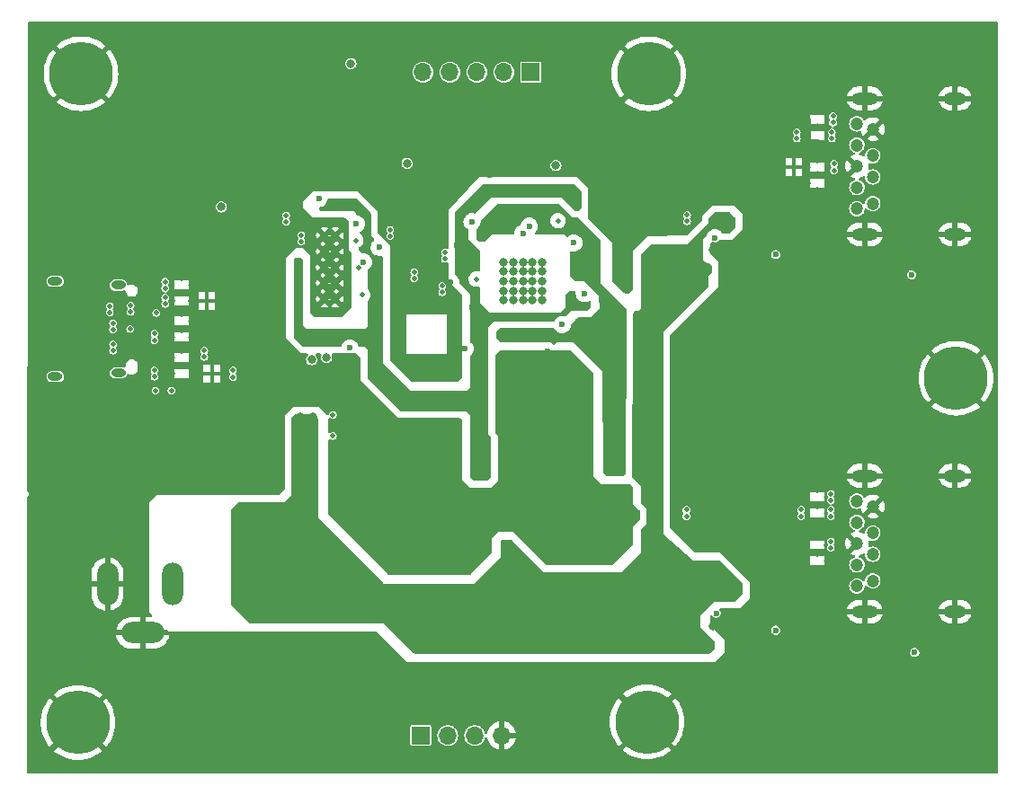
<source format=gbr>
%TF.GenerationSoftware,KiCad,Pcbnew,(6.0.11)*%
%TF.CreationDate,2023-09-13T18:41:32-04:00*%
%TF.ProjectId,USB-C-Hub,5553422d-432d-4487-9562-2e6b69636164,1.0*%
%TF.SameCoordinates,Original*%
%TF.FileFunction,Copper,L3,Inr*%
%TF.FilePolarity,Positive*%
%FSLAX46Y46*%
G04 Gerber Fmt 4.6, Leading zero omitted, Abs format (unit mm)*
G04 Created by KiCad (PCBNEW (6.0.11)) date 2023-09-13 18:41:32*
%MOMM*%
%LPD*%
G01*
G04 APERTURE LIST*
%TA.AperFunction,ComponentPad*%
%ADD10C,0.800000*%
%TD*%
%TA.AperFunction,ComponentPad*%
%ADD11C,6.000000*%
%TD*%
%TA.AperFunction,ComponentPad*%
%ADD12C,1.200000*%
%TD*%
%TA.AperFunction,ComponentPad*%
%ADD13O,2.100000X1.200000*%
%TD*%
%TA.AperFunction,ComponentPad*%
%ADD14O,2.400000X1.200000*%
%TD*%
%TA.AperFunction,ComponentPad*%
%ADD15C,0.560000*%
%TD*%
%TA.AperFunction,ComponentPad*%
%ADD16R,1.700000X1.700000*%
%TD*%
%TA.AperFunction,ComponentPad*%
%ADD17O,1.700000X1.700000*%
%TD*%
%TA.AperFunction,ComponentPad*%
%ADD18O,1.400000X0.800000*%
%TD*%
%TA.AperFunction,ComponentPad*%
%ADD19O,2.000000X4.000000*%
%TD*%
%TA.AperFunction,ComponentPad*%
%ADD20O,4.000000X2.000000*%
%TD*%
%TA.AperFunction,ViaPad*%
%ADD21C,0.600000*%
%TD*%
%TA.AperFunction,ViaPad*%
%ADD22C,0.460000*%
%TD*%
%TA.AperFunction,ViaPad*%
%ADD23C,0.800000*%
%TD*%
%TA.AperFunction,ViaPad*%
%ADD24C,1.400000*%
%TD*%
G04 APERTURE END LIST*
D10*
%TO.N,GND*%
%TO.C,H5*%
X136809010Y-61590990D03*
X136809010Y-58409010D03*
X140650000Y-60000000D03*
X139990990Y-58409010D03*
X139990990Y-61590990D03*
D11*
X138400000Y-60000000D03*
D10*
X138400000Y-57750000D03*
X138400000Y-62250000D03*
X136150000Y-60000000D03*
%TD*%
%TO.N,GND*%
%TO.C,H2*%
X107230000Y-31300000D03*
X109480000Y-33550000D03*
X111730000Y-31300000D03*
X107889010Y-29709010D03*
X107889010Y-32890990D03*
X111070990Y-29709010D03*
X109480000Y-29050000D03*
D11*
X109480000Y-31300000D03*
D10*
X111070990Y-32890990D03*
%TD*%
%TO.N,GND*%
%TO.C,H3*%
X54129010Y-90859010D03*
X57970000Y-92450000D03*
X57310990Y-90859010D03*
X54129010Y-94040990D03*
D11*
X55720000Y-92450000D03*
D10*
X53470000Y-92450000D03*
X55720000Y-90200000D03*
X55720000Y-94700000D03*
X57310990Y-94040990D03*
%TD*%
D12*
%TO.N,/USBA_VBUS_PORT1*%
%TO.C,J2*%
X130570000Y-79090000D03*
%TO.N,/PORT1_D-*%
X130570000Y-76590000D03*
%TO.N,/PORT1_D+*%
X130570000Y-74590000D03*
%TO.N,GND*%
X130570000Y-72090000D03*
%TO.N,/PORT1_RX-*%
X129070000Y-71590000D03*
%TO.N,/PORT1_RX+*%
X129070000Y-73590000D03*
%TO.N,GND*%
X129070000Y-75590000D03*
%TO.N,/PORT1_TX-*%
X129070000Y-77590000D03*
%TO.N,/PORT1_TX+*%
X129070000Y-79590000D03*
D13*
%TO.N,GND*%
X138320000Y-69190000D03*
D14*
X129820000Y-81990000D03*
X129820000Y-69190000D03*
D13*
X138320000Y-81990000D03*
%TD*%
D12*
%TO.N,/USBA_VBUS_PORT2*%
%TO.C,J3*%
X130570000Y-43530000D03*
%TO.N,/PORT2_D-*%
X130570000Y-41030000D03*
%TO.N,/PORT2_D+*%
X130570000Y-39030000D03*
%TO.N,GND*%
X130570000Y-36530000D03*
%TO.N,/PORT2_RX-*%
X129070000Y-36030000D03*
%TO.N,/PORT2_RX+*%
X129070000Y-38030000D03*
%TO.N,GND*%
X129070000Y-40030000D03*
%TO.N,/PORT2_TX-*%
X129070000Y-42030000D03*
%TO.N,/PORT2_TX+*%
X129070000Y-44030000D03*
D13*
%TO.N,GND*%
X138320000Y-46430000D03*
D14*
X129820000Y-33630000D03*
X129820000Y-46430000D03*
D13*
X138320000Y-33630000D03*
%TD*%
D15*
%TO.N,GND*%
%TO.C,U3*%
X79920000Y-52550000D03*
X79920000Y-51050000D03*
X79920000Y-49550000D03*
X79920000Y-48050000D03*
X79920000Y-46550000D03*
X79420000Y-51800000D03*
X79420000Y-50300000D03*
X79420000Y-48800000D03*
X79420000Y-47300000D03*
X78920000Y-52550000D03*
X78920000Y-51050000D03*
X78920000Y-49550000D03*
X78920000Y-48050000D03*
X78920000Y-46550000D03*
%TD*%
D10*
%TO.N,GND*%
%TO.C,H1*%
X53750000Y-31300000D03*
X57590990Y-32890990D03*
X54409010Y-32890990D03*
X56000000Y-29050000D03*
X58250000Y-31300000D03*
X56000000Y-33550000D03*
D11*
X56000000Y-31300000D03*
D10*
X57590990Y-29709010D03*
X54409010Y-29709010D03*
%TD*%
D16*
%TO.N,SPI_CLK{slash}SMCLK*%
%TO.C,J6*%
X98360000Y-31165000D03*
D17*
%TO.N,SPI_DO{slash}SMDAT*%
X95820000Y-31165000D03*
%TO.N,SPI_DI{slash}CFG_BC_EN*%
X93280000Y-31165000D03*
%TO.N,SPI_CE_EN{slash}CFG_NOM_REM*%
X90740000Y-31165000D03*
%TO.N,RESET_N*%
X88200000Y-31165000D03*
%TD*%
D18*
%TO.N,Earth*%
%TO.C,J1*%
X53580000Y-50860000D03*
X53580000Y-59840000D03*
X59530000Y-51220000D03*
X59530000Y-59480000D03*
%TD*%
D16*
%TO.N,+5VD*%
%TO.C,J5*%
X88000000Y-93675000D03*
D17*
%TO.N,+3V3*%
X90540000Y-93675000D03*
%TO.N,+1V2*%
X93080000Y-93675000D03*
%TO.N,GND*%
X95620000Y-93675000D03*
%TD*%
D10*
%TO.N,GND*%
%TO.C,H4*%
X109300000Y-90150000D03*
X107709010Y-93990990D03*
X107050000Y-92400000D03*
X110890990Y-93990990D03*
X109300000Y-94650000D03*
X110890990Y-90809010D03*
X111550000Y-92400000D03*
X107709010Y-90809010D03*
D11*
X109300000Y-92400000D03*
%TD*%
D19*
%TO.N,+5V*%
%TO.C,J4*%
X64600000Y-79400000D03*
D20*
%TO.N,GND*%
X61800000Y-84000000D03*
D19*
X58500000Y-79400000D03*
%TD*%
D21*
%TO.N,GND*%
X67700000Y-85600000D03*
D22*
X53820000Y-62850000D03*
D21*
X92820000Y-45250000D03*
D22*
X90270000Y-47550000D03*
X126720000Y-38150000D03*
D21*
X70200000Y-65700000D03*
D23*
X98520000Y-52650000D03*
D21*
X81920000Y-45450000D03*
D22*
X126620000Y-70150000D03*
X70320000Y-58650000D03*
X70320000Y-60500000D03*
D23*
X107750000Y-72850000D03*
X85120000Y-73450000D03*
D21*
X92170000Y-57200000D03*
D23*
X95820000Y-51750000D03*
X97620000Y-49050000D03*
X96720000Y-51750000D03*
D21*
X80620000Y-42150000D03*
D22*
X87370000Y-49400000D03*
D23*
X95820000Y-52650000D03*
D22*
X58420000Y-57050000D03*
X62620000Y-58550000D03*
X75320000Y-44050000D03*
D21*
X82620000Y-49050000D03*
D23*
X99420000Y-49950000D03*
X97620000Y-52650000D03*
D21*
X90920000Y-53450000D03*
D22*
X126920000Y-39050000D03*
D21*
X84094000Y-47650000D03*
D22*
X89520000Y-50800000D03*
D23*
X96720000Y-49950000D03*
D22*
X64470000Y-51950000D03*
D21*
X102420000Y-47250000D03*
D22*
X58120000Y-54050000D03*
X66820000Y-55350000D03*
D23*
X96720000Y-50850000D03*
D21*
X90820000Y-50950000D03*
D22*
X126251360Y-36351653D03*
D21*
X104220000Y-42850000D03*
D23*
X98520000Y-51750000D03*
D21*
X99920000Y-57450000D03*
D23*
X96720000Y-52650000D03*
D22*
X123820000Y-73750000D03*
D23*
X90420000Y-68950000D03*
D22*
X63220000Y-57050000D03*
D23*
X98520000Y-49950000D03*
X119820000Y-86950000D03*
X97620000Y-50850000D03*
D22*
X123420000Y-38000000D03*
D23*
X99420000Y-50850000D03*
D22*
X126820000Y-34550000D03*
D21*
X65320000Y-46750000D03*
X96420000Y-57750000D03*
D23*
X116420000Y-52550000D03*
D22*
X126620000Y-73850000D03*
X64220000Y-53650000D03*
X81878775Y-47001414D03*
X69420000Y-55250000D03*
D23*
X97620000Y-49950000D03*
X99420000Y-51750000D03*
D22*
X75620000Y-47950000D03*
X113020000Y-43950000D03*
D23*
X129520000Y-96650000D03*
X99420000Y-49050000D03*
D22*
X113020000Y-73600000D03*
X67620000Y-56750000D03*
D21*
X78420000Y-43050000D03*
D22*
X68170000Y-58300000D03*
X126620000Y-74750000D03*
D21*
X66820000Y-58850000D03*
D23*
X98520000Y-50850000D03*
D21*
X99420000Y-40750000D03*
D23*
X97620000Y-51750000D03*
D22*
X58470000Y-58000000D03*
X62212352Y-52842352D03*
X127120000Y-72050000D03*
X113020000Y-45950000D03*
D23*
X98520000Y-49050000D03*
X97620000Y-73450000D03*
X121320000Y-47250000D03*
D21*
X70700000Y-85600000D03*
D23*
X141120000Y-85850000D03*
D22*
X64220000Y-50250000D03*
X68318511Y-55215379D03*
D21*
X81320000Y-57150000D03*
D23*
X96720000Y-49050000D03*
D22*
X113020000Y-71800000D03*
D23*
X129220000Y-60850000D03*
D21*
X70820000Y-68950000D03*
D23*
X75720000Y-59150000D03*
D21*
X81320000Y-58950000D03*
D23*
X80020000Y-60950000D03*
X125920000Y-47650000D03*
D21*
X67420000Y-62250000D03*
D22*
X87370000Y-51200000D03*
D21*
X74120000Y-49550000D03*
D23*
X115520000Y-47850000D03*
D21*
X64920000Y-48650000D03*
D23*
X78120000Y-34950000D03*
D22*
X76120000Y-46223500D03*
X89520000Y-52293500D03*
X100920000Y-45140117D03*
D23*
X116445300Y-87975300D03*
D21*
X126820000Y-41050000D03*
D23*
X95820000Y-49050000D03*
D21*
X126620000Y-76750000D03*
D22*
X75320000Y-45850000D03*
D21*
X93020000Y-40850000D03*
D22*
X85120000Y-45400000D03*
D23*
X125920000Y-83250000D03*
D22*
X123420000Y-36213497D03*
D23*
X95820000Y-49950000D03*
X59700000Y-72830000D03*
D21*
X103400001Y-52030001D03*
D23*
X121420000Y-82650000D03*
D21*
X94520000Y-40850000D03*
X63720000Y-63250000D03*
D23*
X95820000Y-50850000D03*
X99420000Y-52650000D03*
X115520000Y-83350000D03*
D21*
X67720000Y-46650000D03*
D22*
X85120000Y-47200000D03*
D21*
X124220000Y-71850000D03*
X101320000Y-54950000D03*
D23*
X102820000Y-68950000D03*
X141120000Y-50250000D03*
X119720000Y-51350000D03*
D22*
X90270000Y-49350000D03*
D23*
%TO.N,/VBUS_Host_Filt*%
X69220000Y-43850000D03*
X100720000Y-39950000D03*
X86720000Y-39750000D03*
X79120000Y-58050000D03*
%TO.N,+5VD*%
X88100000Y-85300000D03*
D24*
X96320000Y-77950000D03*
D23*
X81420000Y-30350000D03*
X77820000Y-63650000D03*
X77720000Y-68750000D03*
D24*
X72400000Y-80800000D03*
D23*
X117120000Y-45050000D03*
X117200000Y-80200000D03*
D24*
X114620000Y-85250000D03*
X114720000Y-49750000D03*
D23*
X76620000Y-63650000D03*
X77720000Y-58250000D03*
D24*
X108720000Y-77650000D03*
D21*
%TO.N,+1V2*%
X99120000Y-44450000D03*
X95820000Y-56250000D03*
D22*
X93220000Y-50650000D03*
X100545000Y-56575000D03*
D21*
X102820001Y-54650000D03*
D23*
X106220000Y-67750000D03*
D21*
X102420001Y-49650000D03*
X94020001Y-46650000D03*
%TO.N,+3V3*%
X97420000Y-42050000D03*
X102620000Y-43750000D03*
X92820000Y-53350000D03*
X96020000Y-42050000D03*
X83520000Y-54400000D03*
X76620000Y-49550000D03*
X80020000Y-43850000D03*
X102220000Y-52250000D03*
X91420000Y-47450000D03*
X82820000Y-46850000D03*
D23*
X93620000Y-66850000D03*
D22*
%TO.N,/TX1+*%
X63920000Y-53000000D03*
X60670000Y-53150000D03*
%TO.N,/TX1-*%
X63920000Y-52400000D03*
X60670000Y-53750000D03*
D21*
%TO.N,PRT_CTL2*%
X115725000Y-46750000D03*
X98220000Y-45666617D03*
%TO.N,PRT_CTL1*%
X97620000Y-46350000D03*
X115820000Y-82150000D03*
%TO.N,VBUS_PORT1*%
X134520000Y-85850000D03*
X121420000Y-83750000D03*
%TO.N,VBUS_PORT2*%
X121420000Y-48350000D03*
X134220000Y-50250000D03*
D22*
%TO.N,/CC1*%
X63070000Y-53850000D03*
X64520000Y-61150000D03*
%TO.N,/RX2-*%
X67620000Y-57400000D03*
X75320000Y-44650000D03*
%TO.N,/RX2+*%
X75320000Y-45250000D03*
X67620000Y-58000000D03*
%TO.N,/TX2+*%
X59020000Y-57400000D03*
X62920000Y-59850000D03*
%TO.N,/TX2-*%
X62920000Y-59250000D03*
X59020000Y-56800000D03*
%TO.N,/CC2*%
X63020000Y-61150000D03*
X60620000Y-55350000D03*
%TO.N,/RX1-*%
X63920000Y-50900000D03*
X58720000Y-53800000D03*
%TO.N,/RX1+*%
X63920000Y-51500000D03*
X58720000Y-53200000D03*
%TO.N,/Plug Orientation*%
X82120000Y-49550000D03*
X82520000Y-52150000D03*
%TO.N,/BD+*%
X59020000Y-55400000D03*
X62920000Y-55800000D03*
%TO.N,/BD-*%
X62920000Y-56400000D03*
X59020000Y-54800000D03*
%TO.N,/HOST_D+*%
X90270000Y-48150000D03*
X87370000Y-50000000D03*
%TO.N,/HOST_D-*%
X87370000Y-50600000D03*
X90270000Y-48750000D03*
%TO.N,/HOST_RX+*%
X90020000Y-51900000D03*
X85120000Y-46600000D03*
%TO.N,/HOST_RX-*%
X90020000Y-51300000D03*
X85120000Y-46000000D03*
%TO.N,/CTX2-*%
X70320000Y-59275000D03*
X76745000Y-46500000D03*
%TO.N,/CTX2+*%
X70320000Y-59875000D03*
X76745000Y-47100000D03*
%TO.N,Net-(R10-Pad1)*%
X79720000Y-63450000D03*
X79720000Y-65450000D03*
%TO.N,/PORT1_TX-*%
X126620000Y-75400000D03*
%TO.N,/PORT1_TX+*%
X126620000Y-76000000D03*
%TO.N,/PORT2_TX-*%
X126920000Y-39800000D03*
%TO.N,/PORT2_TX+*%
X126920000Y-40400000D03*
%TO.N,/PORT1_D-*%
X126620000Y-73000000D03*
X113020000Y-73000000D03*
X123820000Y-73000000D03*
%TO.N,/PORT1_D+*%
X126620000Y-72400000D03*
X113020000Y-72400000D03*
X123820000Y-72400000D03*
%TO.N,/PORT1_RX-*%
X126620000Y-70900000D03*
%TO.N,/PORT1_RX+*%
X126620000Y-71500000D03*
%TO.N,/PORT2_D-*%
X113086250Y-45216250D03*
X123420000Y-37400000D03*
X126720000Y-37400000D03*
%TO.N,/PORT2_D+*%
X113086250Y-44616250D03*
X126720000Y-36800000D03*
X123420000Y-36800000D03*
%TO.N,/PORT2_RX-*%
X126820000Y-35300000D03*
%TO.N,/PORT2_RX+*%
X126820000Y-35900000D03*
%TD*%
%TA.AperFunction,Conductor*%
%TO.N,GND*%
G36*
X142280621Y-26401502D02*
G01*
X142327114Y-26455158D01*
X142338500Y-26507500D01*
X142338500Y-97142500D01*
X142318498Y-97210621D01*
X142264842Y-97257114D01*
X142212500Y-97268500D01*
X51028209Y-97268500D01*
X50960088Y-97248498D01*
X50913595Y-97194842D01*
X50902209Y-97142324D01*
X50905052Y-95105186D01*
X53429960Y-95105186D01*
X53437418Y-95115554D01*
X53652662Y-95289854D01*
X53657984Y-95293721D01*
X53960823Y-95490387D01*
X53966532Y-95493683D01*
X54288275Y-95657620D01*
X54294286Y-95660296D01*
X54631395Y-95789700D01*
X54637672Y-95791740D01*
X54986463Y-95885198D01*
X54992901Y-95886567D01*
X55349560Y-95943055D01*
X55356104Y-95943743D01*
X55716699Y-95962641D01*
X55723301Y-95962641D01*
X56083896Y-95943743D01*
X56090440Y-95943055D01*
X56447099Y-95886567D01*
X56453537Y-95885198D01*
X56802328Y-95791740D01*
X56808605Y-95789700D01*
X57145714Y-95660296D01*
X57151725Y-95657620D01*
X57473468Y-95493683D01*
X57479177Y-95490387D01*
X57782016Y-95293721D01*
X57787338Y-95289854D01*
X58001634Y-95116322D01*
X58010100Y-95104067D01*
X58003766Y-95092976D01*
X57965976Y-95055186D01*
X107009960Y-95055186D01*
X107017418Y-95065554D01*
X107232662Y-95239854D01*
X107237984Y-95243721D01*
X107540823Y-95440387D01*
X107546532Y-95443683D01*
X107868275Y-95607620D01*
X107874286Y-95610296D01*
X108211395Y-95739700D01*
X108217672Y-95741740D01*
X108566463Y-95835198D01*
X108572901Y-95836567D01*
X108929560Y-95893055D01*
X108936104Y-95893743D01*
X109296699Y-95912641D01*
X109303301Y-95912641D01*
X109663896Y-95893743D01*
X109670440Y-95893055D01*
X110027099Y-95836567D01*
X110033537Y-95835198D01*
X110382328Y-95741740D01*
X110388605Y-95739700D01*
X110725714Y-95610296D01*
X110731725Y-95607620D01*
X111053468Y-95443683D01*
X111059177Y-95440387D01*
X111362016Y-95243721D01*
X111367338Y-95239854D01*
X111581634Y-95066322D01*
X111590100Y-95054067D01*
X111583766Y-95042976D01*
X109312812Y-92772022D01*
X109298868Y-92764408D01*
X109297035Y-92764539D01*
X109290420Y-92768790D01*
X107017100Y-95042110D01*
X107009960Y-95055186D01*
X57965976Y-95055186D01*
X55732812Y-92822022D01*
X55718868Y-92814408D01*
X55717035Y-92814539D01*
X55710420Y-92818790D01*
X53437100Y-95092110D01*
X53429960Y-95105186D01*
X50905052Y-95105186D01*
X50908753Y-92453301D01*
X52207359Y-92453301D01*
X52226257Y-92813896D01*
X52226945Y-92820440D01*
X52283433Y-93177099D01*
X52284802Y-93183537D01*
X52378260Y-93532328D01*
X52380300Y-93538605D01*
X52509704Y-93875714D01*
X52512380Y-93881725D01*
X52676317Y-94203468D01*
X52679613Y-94209177D01*
X52876279Y-94512016D01*
X52880146Y-94517338D01*
X53053678Y-94731634D01*
X53065933Y-94740100D01*
X53077024Y-94733766D01*
X55347978Y-92462812D01*
X55354356Y-92451132D01*
X56084408Y-92451132D01*
X56084539Y-92452965D01*
X56088790Y-92459580D01*
X58362110Y-94732900D01*
X58375186Y-94740040D01*
X58385554Y-94732582D01*
X58543480Y-94537558D01*
X87022500Y-94537558D01*
X87023706Y-94543618D01*
X87023706Y-94543623D01*
X87027325Y-94561812D01*
X87029898Y-94574748D01*
X87036791Y-94585065D01*
X87036792Y-94585066D01*
X87040594Y-94590756D01*
X87058078Y-94616922D01*
X87068394Y-94623815D01*
X87081262Y-94632413D01*
X87100252Y-94645102D01*
X87112422Y-94647523D01*
X87131377Y-94651294D01*
X87131382Y-94651294D01*
X87137442Y-94652500D01*
X88862558Y-94652500D01*
X88868618Y-94651294D01*
X88868623Y-94651294D01*
X88887578Y-94647523D01*
X88899748Y-94645102D01*
X88918739Y-94632413D01*
X88931606Y-94623815D01*
X88941922Y-94616922D01*
X88959406Y-94590756D01*
X88963208Y-94585066D01*
X88963209Y-94585065D01*
X88970102Y-94574748D01*
X88972675Y-94561812D01*
X88976294Y-94543623D01*
X88976294Y-94543618D01*
X88977500Y-94537558D01*
X88977500Y-93661286D01*
X89557866Y-93661286D01*
X89558382Y-93667430D01*
X89571674Y-93825714D01*
X89573907Y-93852311D01*
X89575606Y-93858236D01*
X89583709Y-93886493D01*
X89626746Y-94036583D01*
X89629561Y-94042060D01*
X89629562Y-94042063D01*
X89648993Y-94079872D01*
X89714370Y-94207082D01*
X89718193Y-94211906D01*
X89718196Y-94211910D01*
X89783097Y-94293794D01*
X89833443Y-94357314D01*
X89979428Y-94481557D01*
X90146765Y-94575079D01*
X90329081Y-94634317D01*
X90519430Y-94657015D01*
X90525565Y-94656543D01*
X90525567Y-94656543D01*
X90704420Y-94642781D01*
X90704424Y-94642780D01*
X90710562Y-94642308D01*
X90895199Y-94590756D01*
X91066305Y-94504324D01*
X91091600Y-94484562D01*
X91212509Y-94390097D01*
X91217365Y-94386303D01*
X91342624Y-94241189D01*
X91437312Y-94074509D01*
X91497821Y-93892612D01*
X91521847Y-93702425D01*
X91522230Y-93675000D01*
X91520885Y-93661286D01*
X92097866Y-93661286D01*
X92098382Y-93667430D01*
X92111674Y-93825714D01*
X92113907Y-93852311D01*
X92115606Y-93858236D01*
X92123709Y-93886493D01*
X92166746Y-94036583D01*
X92169561Y-94042060D01*
X92169562Y-94042063D01*
X92188993Y-94079872D01*
X92254370Y-94207082D01*
X92258193Y-94211906D01*
X92258196Y-94211910D01*
X92323097Y-94293794D01*
X92373443Y-94357314D01*
X92519428Y-94481557D01*
X92686765Y-94575079D01*
X92869081Y-94634317D01*
X93059430Y-94657015D01*
X93065565Y-94656543D01*
X93065567Y-94656543D01*
X93244420Y-94642781D01*
X93244424Y-94642780D01*
X93250562Y-94642308D01*
X93435199Y-94590756D01*
X93606305Y-94504324D01*
X93631600Y-94484562D01*
X93752509Y-94390097D01*
X93757365Y-94386303D01*
X93882624Y-94241189D01*
X93977312Y-94074509D01*
X94037424Y-93893805D01*
X94077905Y-93835481D01*
X94143493Y-93808301D01*
X94213364Y-93820896D01*
X94265334Y-93869266D01*
X94279899Y-93905876D01*
X94318565Y-94077446D01*
X94321645Y-94087275D01*
X94401770Y-94284603D01*
X94406413Y-94293794D01*
X94517694Y-94475388D01*
X94523777Y-94483699D01*
X94663213Y-94644667D01*
X94670580Y-94651883D01*
X94834434Y-94787916D01*
X94842881Y-94793831D01*
X95026756Y-94901279D01*
X95036042Y-94905729D01*
X95235001Y-94981703D01*
X95244899Y-94984579D01*
X95348250Y-95005606D01*
X95362299Y-95004410D01*
X95366000Y-94994065D01*
X95366000Y-94993517D01*
X95874000Y-94993517D01*
X95878064Y-95007359D01*
X95891478Y-95009393D01*
X95898184Y-95008534D01*
X95908262Y-95006392D01*
X96112255Y-94945191D01*
X96121842Y-94941433D01*
X96313095Y-94847739D01*
X96321945Y-94842464D01*
X96495328Y-94718792D01*
X96503200Y-94712139D01*
X96654052Y-94561812D01*
X96660730Y-94553965D01*
X96785003Y-94381020D01*
X96790313Y-94372183D01*
X96884670Y-94181267D01*
X96888469Y-94171672D01*
X96950377Y-93967910D01*
X96952555Y-93957837D01*
X96953986Y-93946962D01*
X96951775Y-93932778D01*
X96938617Y-93929000D01*
X95892115Y-93929000D01*
X95876876Y-93933475D01*
X95875671Y-93934865D01*
X95874000Y-93942548D01*
X95874000Y-94993517D01*
X95366000Y-94993517D01*
X95366000Y-93402885D01*
X95874000Y-93402885D01*
X95878475Y-93418124D01*
X95879865Y-93419329D01*
X95887548Y-93421000D01*
X96938344Y-93421000D01*
X96951875Y-93417027D01*
X96953180Y-93407947D01*
X96911214Y-93240875D01*
X96907894Y-93231124D01*
X96822972Y-93035814D01*
X96818105Y-93026739D01*
X96702426Y-92847926D01*
X96696136Y-92839757D01*
X96552806Y-92682240D01*
X96545273Y-92675215D01*
X96378139Y-92543222D01*
X96369552Y-92537517D01*
X96183117Y-92434599D01*
X96173705Y-92430369D01*
X96097269Y-92403301D01*
X105787359Y-92403301D01*
X105806257Y-92763896D01*
X105806945Y-92770440D01*
X105863433Y-93127099D01*
X105864802Y-93133537D01*
X105958260Y-93482328D01*
X105960300Y-93488605D01*
X106089704Y-93825714D01*
X106092380Y-93831725D01*
X106256317Y-94153468D01*
X106259613Y-94159177D01*
X106456279Y-94462016D01*
X106460146Y-94467338D01*
X106633678Y-94681634D01*
X106645933Y-94690100D01*
X106657024Y-94683766D01*
X108927978Y-92412812D01*
X108934356Y-92401132D01*
X109664408Y-92401132D01*
X109664539Y-92402965D01*
X109668790Y-92409580D01*
X111942110Y-94682900D01*
X111955186Y-94690040D01*
X111965554Y-94682582D01*
X112139854Y-94467338D01*
X112143721Y-94462016D01*
X112340387Y-94159177D01*
X112343683Y-94153468D01*
X112507620Y-93831725D01*
X112510296Y-93825714D01*
X112639700Y-93488605D01*
X112641740Y-93482328D01*
X112735198Y-93133537D01*
X112736567Y-93127099D01*
X112793055Y-92770440D01*
X112793743Y-92763896D01*
X112812641Y-92403301D01*
X112812641Y-92396699D01*
X112793743Y-92036104D01*
X112793055Y-92029560D01*
X112736567Y-91672901D01*
X112735198Y-91666463D01*
X112641740Y-91317672D01*
X112639700Y-91311395D01*
X112510296Y-90974286D01*
X112507620Y-90968275D01*
X112343683Y-90646532D01*
X112340387Y-90640823D01*
X112143721Y-90337984D01*
X112139854Y-90332662D01*
X111966322Y-90118366D01*
X111954067Y-90109900D01*
X111942976Y-90116234D01*
X109672022Y-92387188D01*
X109664408Y-92401132D01*
X108934356Y-92401132D01*
X108935592Y-92398868D01*
X108935461Y-92397035D01*
X108931210Y-92390420D01*
X106657890Y-90117100D01*
X106644814Y-90109960D01*
X106634446Y-90117418D01*
X106460146Y-90332662D01*
X106456279Y-90337984D01*
X106259613Y-90640823D01*
X106256317Y-90646532D01*
X106092380Y-90968275D01*
X106089704Y-90974286D01*
X105960300Y-91311395D01*
X105958260Y-91317672D01*
X105864802Y-91666463D01*
X105863433Y-91672901D01*
X105806945Y-92029560D01*
X105806257Y-92036104D01*
X105787359Y-92396699D01*
X105787359Y-92403301D01*
X96097269Y-92403301D01*
X95972959Y-92359280D01*
X95962988Y-92356646D01*
X95891837Y-92343972D01*
X95878540Y-92345432D01*
X95874000Y-92359989D01*
X95874000Y-93402885D01*
X95366000Y-93402885D01*
X95366000Y-92358102D01*
X95362082Y-92344758D01*
X95347806Y-92342771D01*
X95309324Y-92348660D01*
X95299288Y-92351051D01*
X95096868Y-92417212D01*
X95087359Y-92421209D01*
X94898463Y-92519542D01*
X94889738Y-92525036D01*
X94719433Y-92652905D01*
X94711726Y-92659748D01*
X94564590Y-92813717D01*
X94558104Y-92821727D01*
X94438098Y-92997649D01*
X94433000Y-93006623D01*
X94343338Y-93199783D01*
X94339775Y-93209470D01*
X94282864Y-93414681D01*
X94280931Y-93424811D01*
X94280282Y-93430884D01*
X94253154Y-93496493D01*
X94194861Y-93537020D01*
X94123911Y-93539598D01*
X94062831Y-93503409D01*
X94034374Y-93453911D01*
X94025588Y-93424811D01*
X93988117Y-93300701D01*
X93951122Y-93231124D01*
X93901014Y-93136884D01*
X93901012Y-93136881D01*
X93898120Y-93131442D01*
X93776962Y-92982887D01*
X93713081Y-92930040D01*
X93634006Y-92864623D01*
X93634002Y-92864621D01*
X93629256Y-92860694D01*
X93460629Y-92769518D01*
X93320642Y-92726185D01*
X93283392Y-92714654D01*
X93283389Y-92714653D01*
X93277505Y-92712832D01*
X93271380Y-92712188D01*
X93271379Y-92712188D01*
X93092985Y-92693438D01*
X93092984Y-92693438D01*
X93086857Y-92692794D01*
X93035147Y-92697500D01*
X92902087Y-92709609D01*
X92902084Y-92709610D01*
X92895948Y-92710168D01*
X92890042Y-92711906D01*
X92890038Y-92711907D01*
X92818106Y-92733078D01*
X92712050Y-92764292D01*
X92706590Y-92767146D01*
X92706591Y-92767146D01*
X92547627Y-92850250D01*
X92547623Y-92850253D01*
X92542167Y-92853105D01*
X92537367Y-92856965D01*
X92537366Y-92856965D01*
X92532728Y-92860694D01*
X92392770Y-92973223D01*
X92269549Y-93120072D01*
X92266585Y-93125464D01*
X92266582Y-93125468D01*
X92220402Y-93209470D01*
X92177198Y-93288058D01*
X92175337Y-93293925D01*
X92175336Y-93293927D01*
X92139167Y-93407947D01*
X92119234Y-93470783D01*
X92097866Y-93661286D01*
X91520885Y-93661286D01*
X91503524Y-93484217D01*
X91448117Y-93300701D01*
X91411122Y-93231124D01*
X91361014Y-93136884D01*
X91361012Y-93136881D01*
X91358120Y-93131442D01*
X91236962Y-92982887D01*
X91173081Y-92930040D01*
X91094006Y-92864623D01*
X91094002Y-92864621D01*
X91089256Y-92860694D01*
X90920629Y-92769518D01*
X90780642Y-92726185D01*
X90743392Y-92714654D01*
X90743389Y-92714653D01*
X90737505Y-92712832D01*
X90731380Y-92712188D01*
X90731379Y-92712188D01*
X90552985Y-92693438D01*
X90552984Y-92693438D01*
X90546857Y-92692794D01*
X90495147Y-92697500D01*
X90362087Y-92709609D01*
X90362084Y-92709610D01*
X90355948Y-92710168D01*
X90350042Y-92711906D01*
X90350038Y-92711907D01*
X90278106Y-92733078D01*
X90172050Y-92764292D01*
X90166590Y-92767146D01*
X90166591Y-92767146D01*
X90007627Y-92850250D01*
X90007623Y-92850253D01*
X90002167Y-92853105D01*
X89997367Y-92856965D01*
X89997366Y-92856965D01*
X89992728Y-92860694D01*
X89852770Y-92973223D01*
X89729549Y-93120072D01*
X89726585Y-93125464D01*
X89726582Y-93125468D01*
X89680402Y-93209470D01*
X89637198Y-93288058D01*
X89635337Y-93293925D01*
X89635336Y-93293927D01*
X89599167Y-93407947D01*
X89579234Y-93470783D01*
X89557866Y-93661286D01*
X88977500Y-93661286D01*
X88977500Y-92812442D01*
X88970102Y-92775252D01*
X88962857Y-92764408D01*
X88948815Y-92743394D01*
X88941922Y-92733078D01*
X88911622Y-92712832D01*
X88910066Y-92711792D01*
X88910065Y-92711791D01*
X88899748Y-92704898D01*
X88887578Y-92702477D01*
X88868623Y-92698706D01*
X88868618Y-92698706D01*
X88862558Y-92697500D01*
X87137442Y-92697500D01*
X87131382Y-92698706D01*
X87131377Y-92698706D01*
X87112422Y-92702477D01*
X87100252Y-92704898D01*
X87089935Y-92711791D01*
X87089934Y-92711792D01*
X87088378Y-92712832D01*
X87058078Y-92733078D01*
X87051185Y-92743394D01*
X87037144Y-92764408D01*
X87029898Y-92775252D01*
X87022500Y-92812442D01*
X87022500Y-94537558D01*
X58543480Y-94537558D01*
X58559854Y-94517338D01*
X58563721Y-94512016D01*
X58760387Y-94209177D01*
X58763683Y-94203468D01*
X58927620Y-93881725D01*
X58930296Y-93875714D01*
X59059700Y-93538605D01*
X59061740Y-93532328D01*
X59155198Y-93183537D01*
X59156567Y-93177099D01*
X59213055Y-92820440D01*
X59213743Y-92813896D01*
X59232641Y-92453301D01*
X59232641Y-92446699D01*
X59213743Y-92086104D01*
X59213055Y-92079560D01*
X59156567Y-91722901D01*
X59155198Y-91716463D01*
X59061740Y-91367672D01*
X59059700Y-91361395D01*
X58930296Y-91024286D01*
X58927620Y-91018275D01*
X58763683Y-90696532D01*
X58760387Y-90690823D01*
X58563721Y-90387984D01*
X58559854Y-90382662D01*
X58386322Y-90168366D01*
X58374067Y-90159900D01*
X58362976Y-90166234D01*
X56092022Y-92437188D01*
X56084408Y-92451132D01*
X55354356Y-92451132D01*
X55355592Y-92448868D01*
X55355461Y-92447035D01*
X55351210Y-92440420D01*
X53077890Y-90167100D01*
X53064814Y-90159960D01*
X53054446Y-90167418D01*
X52880146Y-90382662D01*
X52876279Y-90387984D01*
X52679613Y-90690823D01*
X52676317Y-90696532D01*
X52512380Y-91018275D01*
X52509704Y-91024286D01*
X52380300Y-91361395D01*
X52378260Y-91367672D01*
X52284802Y-91716463D01*
X52283433Y-91722901D01*
X52226945Y-92079560D01*
X52226257Y-92086104D01*
X52207359Y-92446699D01*
X52207359Y-92453301D01*
X50908753Y-92453301D01*
X50912462Y-89795933D01*
X53429900Y-89795933D01*
X53436234Y-89807024D01*
X55707188Y-92077978D01*
X55721132Y-92085592D01*
X55722965Y-92085461D01*
X55729580Y-92081210D01*
X58002900Y-89807890D01*
X58010040Y-89794814D01*
X58002582Y-89784446D01*
X57955022Y-89745933D01*
X107009900Y-89745933D01*
X107016234Y-89757024D01*
X109287188Y-92027978D01*
X109301132Y-92035592D01*
X109302965Y-92035461D01*
X109309580Y-92031210D01*
X111582900Y-89757890D01*
X111590040Y-89744814D01*
X111582582Y-89734446D01*
X111367338Y-89560146D01*
X111362016Y-89556279D01*
X111059177Y-89359613D01*
X111053468Y-89356317D01*
X110731725Y-89192380D01*
X110725714Y-89189704D01*
X110388605Y-89060300D01*
X110382328Y-89058260D01*
X110033537Y-88964802D01*
X110027099Y-88963433D01*
X109670440Y-88906945D01*
X109663896Y-88906257D01*
X109303301Y-88887359D01*
X109296699Y-88887359D01*
X108936104Y-88906257D01*
X108929560Y-88906945D01*
X108572901Y-88963433D01*
X108566463Y-88964802D01*
X108217672Y-89058260D01*
X108211395Y-89060300D01*
X107874286Y-89189704D01*
X107868275Y-89192380D01*
X107546532Y-89356317D01*
X107540823Y-89359613D01*
X107237984Y-89556279D01*
X107232662Y-89560146D01*
X107018366Y-89733678D01*
X107009900Y-89745933D01*
X57955022Y-89745933D01*
X57787338Y-89610146D01*
X57782016Y-89606279D01*
X57479177Y-89409613D01*
X57473468Y-89406317D01*
X57151725Y-89242380D01*
X57145714Y-89239704D01*
X56808605Y-89110300D01*
X56802328Y-89108260D01*
X56453537Y-89014802D01*
X56447099Y-89013433D01*
X56090440Y-88956945D01*
X56083896Y-88956257D01*
X55723301Y-88937359D01*
X55716699Y-88937359D01*
X55356104Y-88956257D01*
X55349560Y-88956945D01*
X54992901Y-89013433D01*
X54986463Y-89014802D01*
X54637672Y-89108260D01*
X54631395Y-89110300D01*
X54294286Y-89239704D01*
X54288275Y-89242380D01*
X53966532Y-89406317D01*
X53960823Y-89409613D01*
X53657984Y-89606279D01*
X53652662Y-89610146D01*
X53438366Y-89783678D01*
X53429900Y-89795933D01*
X50912462Y-89795933D01*
X50919923Y-84450077D01*
X51098886Y-84271114D01*
X59313275Y-84271114D01*
X59315325Y-84288830D01*
X59317285Y-84298727D01*
X59380604Y-84522494D01*
X59384116Y-84531938D01*
X59482399Y-84742705D01*
X59487378Y-84751471D01*
X59618087Y-84943802D01*
X59624419Y-84951677D01*
X59784186Y-85120626D01*
X59791695Y-85127387D01*
X59976426Y-85268625D01*
X59984905Y-85274089D01*
X60189847Y-85383978D01*
X60199099Y-85388020D01*
X60418971Y-85463727D01*
X60428743Y-85466236D01*
X60658971Y-85506004D01*
X60666843Y-85506859D01*
X60690551Y-85507936D01*
X60693384Y-85508000D01*
X61527885Y-85508000D01*
X61543124Y-85503525D01*
X61544329Y-85502135D01*
X61546000Y-85494452D01*
X61546000Y-85489885D01*
X62054000Y-85489885D01*
X62058475Y-85505124D01*
X62059865Y-85506329D01*
X62067548Y-85508000D01*
X62858456Y-85508000D01*
X62863488Y-85507798D01*
X63036843Y-85493850D01*
X63046796Y-85492238D01*
X63272633Y-85436767D01*
X63282203Y-85433584D01*
X63496265Y-85342720D01*
X63505207Y-85338045D01*
X63701987Y-85214126D01*
X63710060Y-85208086D01*
X63884500Y-85054297D01*
X63891504Y-85047044D01*
X64039110Y-84867346D01*
X64044866Y-84859064D01*
X64161841Y-84658081D01*
X64166203Y-84648976D01*
X64249537Y-84431885D01*
X64252388Y-84422196D01*
X64283821Y-84271736D01*
X64282698Y-84257675D01*
X64272590Y-84254000D01*
X62072115Y-84254000D01*
X62056876Y-84258475D01*
X62055671Y-84259865D01*
X62054000Y-84267548D01*
X62054000Y-85489885D01*
X61546000Y-85489885D01*
X61546000Y-84272115D01*
X61541525Y-84256876D01*
X61540135Y-84255671D01*
X61532452Y-84254000D01*
X59329410Y-84254000D01*
X59315324Y-84258136D01*
X59313275Y-84271114D01*
X51098886Y-84271114D01*
X51520000Y-83850000D01*
X83767810Y-83850000D01*
X83835931Y-83870002D01*
X83856905Y-83886905D01*
X86720000Y-86750000D01*
X115720000Y-86750000D01*
X116620000Y-85850000D01*
X116620000Y-85844724D01*
X134088136Y-85844724D01*
X134089300Y-85853626D01*
X134089300Y-85853629D01*
X134091224Y-85868340D01*
X134104014Y-85966145D01*
X134153333Y-86078230D01*
X134232127Y-86171968D01*
X134334064Y-86239823D01*
X134450948Y-86276340D01*
X134573383Y-86278584D01*
X134591434Y-86273663D01*
X134682863Y-86248737D01*
X134691527Y-86246375D01*
X134795881Y-86182301D01*
X134878058Y-86091513D01*
X134931451Y-85981311D01*
X134934003Y-85966145D01*
X134950960Y-85865348D01*
X134951767Y-85860552D01*
X134951896Y-85850000D01*
X134944890Y-85801080D01*
X134935809Y-85737667D01*
X134935808Y-85737664D01*
X134934536Y-85728781D01*
X134883852Y-85617307D01*
X134858968Y-85588428D01*
X134809776Y-85531337D01*
X134809774Y-85531335D01*
X134803918Y-85524539D01*
X134701160Y-85457935D01*
X134583838Y-85422848D01*
X134574862Y-85422793D01*
X134574861Y-85422793D01*
X134524483Y-85422485D01*
X134461385Y-85422100D01*
X134343644Y-85455751D01*
X134336057Y-85460538D01*
X134336055Y-85460539D01*
X134327026Y-85466236D01*
X134240080Y-85521095D01*
X134159018Y-85612879D01*
X134106976Y-85723726D01*
X134088136Y-85844724D01*
X116620000Y-85844724D01*
X116620000Y-84650000D01*
X115714724Y-83744724D01*
X120988136Y-83744724D01*
X120989300Y-83753626D01*
X120989300Y-83753629D01*
X121002850Y-83857246D01*
X121004014Y-83866145D01*
X121053333Y-83978230D01*
X121132127Y-84071968D01*
X121234064Y-84139823D01*
X121350948Y-84176340D01*
X121473383Y-84178584D01*
X121491434Y-84173663D01*
X121582863Y-84148737D01*
X121591527Y-84146375D01*
X121695881Y-84082301D01*
X121778058Y-83991513D01*
X121831451Y-83881311D01*
X121834003Y-83866145D01*
X121850960Y-83765348D01*
X121851767Y-83760552D01*
X121851896Y-83750000D01*
X121834536Y-83628781D01*
X121783852Y-83517307D01*
X121703918Y-83424539D01*
X121601160Y-83357935D01*
X121483838Y-83322848D01*
X121474862Y-83322793D01*
X121474861Y-83322793D01*
X121424483Y-83322485D01*
X121361385Y-83322100D01*
X121243644Y-83355751D01*
X121140080Y-83421095D01*
X121059018Y-83512879D01*
X121006976Y-83623726D01*
X120988136Y-83744724D01*
X115714724Y-83744724D01*
X115256905Y-83286905D01*
X115222879Y-83224593D01*
X115220000Y-83197810D01*
X115220000Y-82502190D01*
X115240002Y-82434069D01*
X115256905Y-82413095D01*
X115282403Y-82387597D01*
X115344715Y-82353571D01*
X115415530Y-82358636D01*
X115467947Y-82395616D01*
X115532127Y-82471968D01*
X115634064Y-82539823D01*
X115750948Y-82576340D01*
X115873383Y-82578584D01*
X115891434Y-82573663D01*
X115982863Y-82548737D01*
X115991527Y-82546375D01*
X116095881Y-82482301D01*
X116178058Y-82391513D01*
X116231451Y-82281311D01*
X116234003Y-82266145D01*
X116235474Y-82257399D01*
X128144712Y-82257399D01*
X128166194Y-82346537D01*
X128170083Y-82357832D01*
X128252629Y-82539382D01*
X128258576Y-82549724D01*
X128373968Y-82712397D01*
X128381761Y-82721425D01*
X128525831Y-82859342D01*
X128535196Y-82866738D01*
X128702741Y-82974921D01*
X128713345Y-82980417D01*
X128898312Y-83054961D01*
X128909770Y-83058355D01*
X129106928Y-83096857D01*
X129115791Y-83097934D01*
X129118500Y-83098000D01*
X129547885Y-83098000D01*
X129563124Y-83093525D01*
X129564329Y-83092135D01*
X129566000Y-83084452D01*
X129566000Y-83079885D01*
X130074000Y-83079885D01*
X130078475Y-83095124D01*
X130079865Y-83096329D01*
X130087548Y-83098000D01*
X130469832Y-83098000D01*
X130475808Y-83097715D01*
X130624494Y-83083529D01*
X130636228Y-83081270D01*
X130827599Y-83025128D01*
X130838675Y-83020698D01*
X131015978Y-82929381D01*
X131026024Y-82922931D01*
X131182857Y-82799738D01*
X131191506Y-82791501D01*
X131322212Y-82640877D01*
X131329147Y-82631153D01*
X131429010Y-82458533D01*
X131433984Y-82447669D01*
X131499407Y-82259273D01*
X131499648Y-82258284D01*
X131499522Y-82257399D01*
X136794712Y-82257399D01*
X136816194Y-82346537D01*
X136820083Y-82357832D01*
X136902629Y-82539382D01*
X136908576Y-82549724D01*
X137023968Y-82712397D01*
X137031761Y-82721425D01*
X137175831Y-82859342D01*
X137185196Y-82866738D01*
X137352741Y-82974921D01*
X137363345Y-82980417D01*
X137548312Y-83054961D01*
X137559770Y-83058355D01*
X137756928Y-83096857D01*
X137765791Y-83097934D01*
X137768500Y-83098000D01*
X138047885Y-83098000D01*
X138063124Y-83093525D01*
X138064329Y-83092135D01*
X138066000Y-83084452D01*
X138066000Y-83079885D01*
X138574000Y-83079885D01*
X138578475Y-83095124D01*
X138579865Y-83096329D01*
X138587548Y-83098000D01*
X138819832Y-83098000D01*
X138825808Y-83097715D01*
X138974494Y-83083529D01*
X138986228Y-83081270D01*
X139177599Y-83025128D01*
X139188675Y-83020698D01*
X139365978Y-82929381D01*
X139376024Y-82922931D01*
X139532857Y-82799738D01*
X139541506Y-82791501D01*
X139672212Y-82640877D01*
X139679147Y-82631153D01*
X139779010Y-82458533D01*
X139783984Y-82447669D01*
X139849407Y-82259273D01*
X139849648Y-82258284D01*
X139848180Y-82247992D01*
X139834615Y-82244000D01*
X138592115Y-82244000D01*
X138576876Y-82248475D01*
X138575671Y-82249865D01*
X138574000Y-82257548D01*
X138574000Y-83079885D01*
X138066000Y-83079885D01*
X138066000Y-82262115D01*
X138061525Y-82246876D01*
X138060135Y-82245671D01*
X138052452Y-82244000D01*
X136809598Y-82244000D01*
X136796067Y-82247973D01*
X136794712Y-82257399D01*
X131499522Y-82257399D01*
X131498180Y-82247992D01*
X131484615Y-82244000D01*
X130092115Y-82244000D01*
X130076876Y-82248475D01*
X130075671Y-82249865D01*
X130074000Y-82257548D01*
X130074000Y-83079885D01*
X129566000Y-83079885D01*
X129566000Y-82262115D01*
X129561525Y-82246876D01*
X129560135Y-82245671D01*
X129552452Y-82244000D01*
X128159598Y-82244000D01*
X128146067Y-82247973D01*
X128144712Y-82257399D01*
X116235474Y-82257399D01*
X116250960Y-82165348D01*
X116251767Y-82160552D01*
X116251896Y-82150000D01*
X116234536Y-82028781D01*
X116183852Y-81917307D01*
X116132963Y-81858247D01*
X116103650Y-81793585D01*
X116113949Y-81723339D01*
X116115363Y-81721716D01*
X128140352Y-81721716D01*
X128141820Y-81732008D01*
X128155385Y-81736000D01*
X129547885Y-81736000D01*
X129563124Y-81731525D01*
X129564329Y-81730135D01*
X129566000Y-81722452D01*
X129566000Y-81717885D01*
X130074000Y-81717885D01*
X130078475Y-81733124D01*
X130079865Y-81734329D01*
X130087548Y-81736000D01*
X131480402Y-81736000D01*
X131493933Y-81732027D01*
X131495288Y-81722601D01*
X131495075Y-81721716D01*
X136790352Y-81721716D01*
X136791820Y-81732008D01*
X136805385Y-81736000D01*
X138047885Y-81736000D01*
X138063124Y-81731525D01*
X138064329Y-81730135D01*
X138066000Y-81722452D01*
X138066000Y-81717885D01*
X138574000Y-81717885D01*
X138578475Y-81733124D01*
X138579865Y-81734329D01*
X138587548Y-81736000D01*
X139830402Y-81736000D01*
X139843933Y-81732027D01*
X139845288Y-81722601D01*
X139823806Y-81633463D01*
X139819917Y-81622168D01*
X139737371Y-81440618D01*
X139731424Y-81430276D01*
X139616032Y-81267603D01*
X139608239Y-81258575D01*
X139464169Y-81120658D01*
X139454804Y-81113262D01*
X139287259Y-81005079D01*
X139276655Y-80999583D01*
X139091688Y-80925039D01*
X139080230Y-80921645D01*
X138883072Y-80883143D01*
X138874209Y-80882066D01*
X138871500Y-80882000D01*
X138592115Y-80882000D01*
X138576876Y-80886475D01*
X138575671Y-80887865D01*
X138574000Y-80895548D01*
X138574000Y-81717885D01*
X138066000Y-81717885D01*
X138066000Y-80900115D01*
X138061525Y-80884876D01*
X138060135Y-80883671D01*
X138052452Y-80882000D01*
X137820168Y-80882000D01*
X137814192Y-80882285D01*
X137665506Y-80896471D01*
X137653772Y-80898730D01*
X137462401Y-80954872D01*
X137451325Y-80959302D01*
X137274022Y-81050619D01*
X137263976Y-81057069D01*
X137107143Y-81180262D01*
X137098494Y-81188499D01*
X136967788Y-81339123D01*
X136960853Y-81348847D01*
X136860990Y-81521467D01*
X136856016Y-81532331D01*
X136790593Y-81720727D01*
X136790352Y-81721716D01*
X131495075Y-81721716D01*
X131473806Y-81633463D01*
X131469917Y-81622168D01*
X131387371Y-81440618D01*
X131381424Y-81430276D01*
X131266032Y-81267603D01*
X131258239Y-81258575D01*
X131114169Y-81120658D01*
X131104804Y-81113262D01*
X130937259Y-81005079D01*
X130926655Y-80999583D01*
X130741688Y-80925039D01*
X130730230Y-80921645D01*
X130533072Y-80883143D01*
X130524209Y-80882066D01*
X130521500Y-80882000D01*
X130092115Y-80882000D01*
X130076876Y-80886475D01*
X130075671Y-80887865D01*
X130074000Y-80895548D01*
X130074000Y-81717885D01*
X129566000Y-81717885D01*
X129566000Y-80900115D01*
X129561525Y-80884876D01*
X129560135Y-80883671D01*
X129552452Y-80882000D01*
X129170168Y-80882000D01*
X129164192Y-80882285D01*
X129015506Y-80896471D01*
X129003772Y-80898730D01*
X128812401Y-80954872D01*
X128801325Y-80959302D01*
X128624022Y-81050619D01*
X128613976Y-81057069D01*
X128457143Y-81180262D01*
X128448494Y-81188499D01*
X128317788Y-81339123D01*
X128310853Y-81348847D01*
X128210990Y-81521467D01*
X128206016Y-81532331D01*
X128140593Y-81720727D01*
X128140352Y-81721716D01*
X116115363Y-81721716D01*
X116160591Y-81669813D01*
X116228417Y-81650000D01*
X118120000Y-81650000D01*
X119020000Y-80750000D01*
X119020000Y-79579778D01*
X128337968Y-79579778D01*
X128353895Y-79742213D01*
X128405413Y-79897082D01*
X128409060Y-79903104D01*
X128409061Y-79903106D01*
X128472991Y-80008666D01*
X128489962Y-80036689D01*
X128494851Y-80041752D01*
X128494852Y-80041753D01*
X128517732Y-80065446D01*
X128603340Y-80154095D01*
X128609232Y-80157950D01*
X128609236Y-80157954D01*
X128673490Y-80200000D01*
X128739911Y-80243465D01*
X128892888Y-80300356D01*
X128899869Y-80301287D01*
X128899871Y-80301288D01*
X129047687Y-80321011D01*
X129047691Y-80321011D01*
X129054668Y-80321942D01*
X129061679Y-80321304D01*
X129061683Y-80321304D01*
X129210189Y-80307789D01*
X129210190Y-80307789D01*
X129217210Y-80307150D01*
X129245675Y-80297901D01*
X129365736Y-80258891D01*
X129365739Y-80258890D01*
X129372435Y-80256714D01*
X129498340Y-80181660D01*
X129506577Y-80176750D01*
X129506579Y-80176749D01*
X129512629Y-80173142D01*
X129630823Y-80060587D01*
X129643337Y-80041753D01*
X129717243Y-79930514D01*
X129721144Y-79924643D01*
X129765776Y-79807150D01*
X129776603Y-79778649D01*
X129776604Y-79778647D01*
X129779103Y-79772067D01*
X129798815Y-79631806D01*
X129828103Y-79567132D01*
X129887707Y-79528559D01*
X129958703Y-79528334D01*
X130014226Y-79561815D01*
X130103340Y-79654095D01*
X130109232Y-79657950D01*
X130109236Y-79657954D01*
X130137960Y-79676750D01*
X130239911Y-79743465D01*
X130392888Y-79800356D01*
X130399869Y-79801287D01*
X130399871Y-79801288D01*
X130547687Y-79821011D01*
X130547691Y-79821011D01*
X130554668Y-79821942D01*
X130561679Y-79821304D01*
X130561683Y-79821304D01*
X130710189Y-79807789D01*
X130710190Y-79807789D01*
X130717210Y-79807150D01*
X130745675Y-79797901D01*
X130865736Y-79758891D01*
X130865739Y-79758890D01*
X130872435Y-79756714D01*
X130901136Y-79739605D01*
X131006577Y-79676750D01*
X131006579Y-79676749D01*
X131012629Y-79673142D01*
X131130823Y-79560587D01*
X131152103Y-79528559D01*
X131217243Y-79430514D01*
X131221144Y-79424643D01*
X131279103Y-79272067D01*
X131283299Y-79242213D01*
X131301267Y-79114365D01*
X131301267Y-79114360D01*
X131301818Y-79110442D01*
X131302103Y-79090000D01*
X131293063Y-79009403D01*
X131284695Y-78934800D01*
X131284694Y-78934798D01*
X131283910Y-78927804D01*
X131230234Y-78773669D01*
X131143744Y-78635256D01*
X131028739Y-78519444D01*
X130890933Y-78431990D01*
X130865551Y-78422952D01*
X130743811Y-78379602D01*
X130743806Y-78379601D01*
X130737176Y-78377240D01*
X130730190Y-78376407D01*
X130730186Y-78376406D01*
X130614448Y-78362606D01*
X130575111Y-78357915D01*
X130568108Y-78358651D01*
X130568107Y-78358651D01*
X130419800Y-78374238D01*
X130419796Y-78374239D01*
X130412792Y-78374975D01*
X130406121Y-78377246D01*
X130264956Y-78425302D01*
X130264953Y-78425303D01*
X130258286Y-78427573D01*
X130252288Y-78431263D01*
X130252286Y-78431264D01*
X130140010Y-78500337D01*
X130119272Y-78513095D01*
X130002661Y-78627289D01*
X129914247Y-78764481D01*
X129911838Y-78771101D01*
X129911836Y-78771104D01*
X129872346Y-78879602D01*
X129858424Y-78917852D01*
X129857541Y-78924842D01*
X129842209Y-79046206D01*
X129813827Y-79111283D01*
X129754768Y-79150684D01*
X129683781Y-79151901D01*
X129627797Y-79119197D01*
X129588653Y-79079778D01*
X129528739Y-79019444D01*
X129390933Y-78931990D01*
X129351229Y-78917852D01*
X129243811Y-78879602D01*
X129243806Y-78879601D01*
X129237176Y-78877240D01*
X129230190Y-78876407D01*
X129230186Y-78876406D01*
X129114448Y-78862606D01*
X129075111Y-78857915D01*
X129068108Y-78858651D01*
X129068107Y-78858651D01*
X128919800Y-78874238D01*
X128919796Y-78874239D01*
X128912792Y-78874975D01*
X128906121Y-78877246D01*
X128764956Y-78925302D01*
X128764953Y-78925303D01*
X128758286Y-78927573D01*
X128752288Y-78931263D01*
X128752286Y-78931264D01*
X128625273Y-79009403D01*
X128619272Y-79013095D01*
X128614239Y-79018024D01*
X128515859Y-79114365D01*
X128502661Y-79127289D01*
X128414247Y-79264481D01*
X128411838Y-79271101D01*
X128411836Y-79271104D01*
X128409090Y-79278649D01*
X128358424Y-79417852D01*
X128337968Y-79579778D01*
X119020000Y-79579778D01*
X119020000Y-79250000D01*
X117380000Y-77610000D01*
X124645000Y-77610000D01*
X125230000Y-77610000D01*
X125230000Y-77604681D01*
X125241854Y-77601200D01*
X125276795Y-77578744D01*
X125347792Y-77578744D01*
X125394806Y-77604415D01*
X125405000Y-77613248D01*
X125405000Y-77620000D01*
X125990000Y-77620000D01*
X125990000Y-77579778D01*
X128337968Y-77579778D01*
X128353895Y-77742213D01*
X128405413Y-77897082D01*
X128409060Y-77903104D01*
X128409061Y-77903106D01*
X128422105Y-77924643D01*
X128489962Y-78036689D01*
X128494851Y-78041752D01*
X128494852Y-78041753D01*
X128513040Y-78060587D01*
X128603340Y-78154095D01*
X128609232Y-78157950D01*
X128609236Y-78157954D01*
X128637960Y-78176750D01*
X128739911Y-78243465D01*
X128892888Y-78300356D01*
X128899869Y-78301287D01*
X128899871Y-78301288D01*
X129047687Y-78321011D01*
X129047691Y-78321011D01*
X129054668Y-78321942D01*
X129061679Y-78321304D01*
X129061683Y-78321304D01*
X129210189Y-78307789D01*
X129210190Y-78307789D01*
X129217210Y-78307150D01*
X129274830Y-78288428D01*
X129365736Y-78258891D01*
X129365739Y-78258890D01*
X129372435Y-78256714D01*
X129491353Y-78185825D01*
X129506577Y-78176750D01*
X129506579Y-78176749D01*
X129512629Y-78173142D01*
X129630823Y-78060587D01*
X129643337Y-78041753D01*
X129717243Y-77930514D01*
X129721144Y-77924643D01*
X129779103Y-77772067D01*
X129789510Y-77698020D01*
X129801267Y-77614365D01*
X129801267Y-77614360D01*
X129801818Y-77610442D01*
X129802103Y-77590000D01*
X129783910Y-77427804D01*
X129730234Y-77273669D01*
X129643744Y-77135256D01*
X129528739Y-77019444D01*
X129390933Y-76931990D01*
X129328621Y-76909802D01*
X129271160Y-76868110D01*
X129245359Y-76801967D01*
X129259414Y-76732376D01*
X129308861Y-76681430D01*
X129330388Y-76671791D01*
X129517131Y-76608400D01*
X129527628Y-76603726D01*
X129655882Y-76531901D01*
X129725090Y-76516068D01*
X129791873Y-76540165D01*
X129835025Y-76596542D01*
X129842847Y-76629540D01*
X129844810Y-76649560D01*
X129853895Y-76742213D01*
X129905413Y-76897082D01*
X129909060Y-76903104D01*
X129909061Y-76903106D01*
X129977231Y-77015667D01*
X129989962Y-77036689D01*
X129994851Y-77041752D01*
X129994852Y-77041753D01*
X130013040Y-77060587D01*
X130103340Y-77154095D01*
X130109232Y-77157950D01*
X130109236Y-77157954D01*
X130137960Y-77176750D01*
X130239911Y-77243465D01*
X130392888Y-77300356D01*
X130399869Y-77301287D01*
X130399871Y-77301288D01*
X130547687Y-77321011D01*
X130547691Y-77321011D01*
X130554668Y-77321942D01*
X130561679Y-77321304D01*
X130561683Y-77321304D01*
X130710189Y-77307789D01*
X130710190Y-77307789D01*
X130717210Y-77307150D01*
X130767330Y-77290865D01*
X130865736Y-77258891D01*
X130865739Y-77258890D01*
X130872435Y-77256714D01*
X130902208Y-77238966D01*
X131006577Y-77176750D01*
X131006579Y-77176749D01*
X131012629Y-77173142D01*
X131130823Y-77060587D01*
X131143337Y-77041753D01*
X131213752Y-76935769D01*
X131221144Y-76924643D01*
X131269899Y-76796296D01*
X131276603Y-76778649D01*
X131276604Y-76778647D01*
X131279103Y-76772067D01*
X131280083Y-76765095D01*
X131301267Y-76614365D01*
X131301267Y-76614360D01*
X131301818Y-76610442D01*
X131302103Y-76590000D01*
X131283910Y-76427804D01*
X131230234Y-76273669D01*
X131143744Y-76135256D01*
X131124151Y-76115525D01*
X131033707Y-76024447D01*
X131028739Y-76019444D01*
X130890933Y-75931990D01*
X130865551Y-75922952D01*
X130743811Y-75879602D01*
X130743806Y-75879601D01*
X130737176Y-75877240D01*
X130730190Y-75876407D01*
X130730186Y-75876406D01*
X130614448Y-75862606D01*
X130575111Y-75857915D01*
X130568108Y-75858651D01*
X130568107Y-75858651D01*
X130419800Y-75874238D01*
X130419796Y-75874239D01*
X130412792Y-75874975D01*
X130329449Y-75903347D01*
X130258518Y-75906365D01*
X130197214Y-75870555D01*
X130165003Y-75807286D01*
X130164149Y-75765989D01*
X130180689Y-75651911D01*
X130181319Y-75644528D01*
X130182650Y-75593704D01*
X130182407Y-75586305D01*
X130166082Y-75408631D01*
X130179767Y-75338966D01*
X130228943Y-75287758D01*
X130297998Y-75271267D01*
X130335472Y-75279004D01*
X130386285Y-75297901D01*
X130386290Y-75297902D01*
X130392888Y-75300356D01*
X130399869Y-75301287D01*
X130399871Y-75301288D01*
X130547687Y-75321011D01*
X130547691Y-75321011D01*
X130554668Y-75321942D01*
X130561679Y-75321304D01*
X130561683Y-75321304D01*
X130710189Y-75307789D01*
X130710190Y-75307789D01*
X130717210Y-75307150D01*
X130767330Y-75290865D01*
X130865736Y-75258891D01*
X130865739Y-75258890D01*
X130872435Y-75256714D01*
X130894661Y-75243465D01*
X131006577Y-75176750D01*
X131006579Y-75176749D01*
X131012629Y-75173142D01*
X131130823Y-75060587D01*
X131135062Y-75054208D01*
X131217243Y-74930514D01*
X131221144Y-74924643D01*
X131279103Y-74772067D01*
X131296445Y-74648675D01*
X131301267Y-74614365D01*
X131301267Y-74614360D01*
X131301818Y-74610442D01*
X131302103Y-74590000D01*
X131286400Y-74450000D01*
X131284695Y-74434800D01*
X131284694Y-74434798D01*
X131283910Y-74427804D01*
X131230234Y-74273669D01*
X131143744Y-74135256D01*
X131028739Y-74019444D01*
X130890933Y-73931990D01*
X130809817Y-73903106D01*
X130743811Y-73879602D01*
X130743806Y-73879601D01*
X130737176Y-73877240D01*
X130730190Y-73876407D01*
X130730186Y-73876406D01*
X130614448Y-73862606D01*
X130575111Y-73857915D01*
X130568108Y-73858651D01*
X130568107Y-73858651D01*
X130419800Y-73874238D01*
X130419796Y-73874239D01*
X130412792Y-73874975D01*
X130406121Y-73877246D01*
X130264956Y-73925302D01*
X130264953Y-73925303D01*
X130258286Y-73927573D01*
X130252288Y-73931263D01*
X130252286Y-73931264D01*
X130221831Y-73950000D01*
X130119272Y-74013095D01*
X130002661Y-74127289D01*
X129914247Y-74264481D01*
X129911838Y-74271101D01*
X129911836Y-74271104D01*
X129883500Y-74348956D01*
X129858424Y-74417852D01*
X129845274Y-74521950D01*
X129841186Y-74554308D01*
X129812805Y-74619384D01*
X129753745Y-74658786D01*
X129682759Y-74660003D01*
X129648945Y-74645078D01*
X129580063Y-74601617D01*
X129569814Y-74596396D01*
X129391401Y-74525216D01*
X129380375Y-74521950D01*
X129342691Y-74514454D01*
X129279782Y-74481546D01*
X129244650Y-74419851D01*
X129248450Y-74348956D01*
X129289976Y-74291370D01*
X129328338Y-74271042D01*
X129365733Y-74258892D01*
X129365736Y-74258891D01*
X129372435Y-74256714D01*
X129401136Y-74239605D01*
X129506577Y-74176750D01*
X129506579Y-74176749D01*
X129512629Y-74173142D01*
X129630823Y-74060587D01*
X129643337Y-74041753D01*
X129713752Y-73935769D01*
X129721144Y-73924643D01*
X129779103Y-73772067D01*
X129801818Y-73610442D01*
X129802103Y-73590000D01*
X129783910Y-73427804D01*
X129730234Y-73273669D01*
X129643744Y-73135256D01*
X129624151Y-73115525D01*
X129552908Y-73043783D01*
X129540506Y-73031294D01*
X129993066Y-73031294D01*
X130002948Y-73043783D01*
X130034239Y-73064691D01*
X130044349Y-73070181D01*
X130220835Y-73146005D01*
X130231778Y-73149560D01*
X130419120Y-73191952D01*
X130430530Y-73193454D01*
X130622469Y-73200995D01*
X130633951Y-73200393D01*
X130824045Y-73172832D01*
X130835240Y-73170144D01*
X131017131Y-73108400D01*
X131027628Y-73103726D01*
X131138032Y-73041898D01*
X131147895Y-73031821D01*
X131144940Y-73024151D01*
X130582811Y-72462021D01*
X130568868Y-72454408D01*
X130567034Y-72454539D01*
X130560420Y-72458790D01*
X129999259Y-73019952D01*
X129993066Y-73031294D01*
X129540506Y-73031294D01*
X129528739Y-73019444D01*
X129390933Y-72931990D01*
X129365551Y-72922952D01*
X129243811Y-72879602D01*
X129243806Y-72879601D01*
X129237176Y-72877240D01*
X129230190Y-72876407D01*
X129230186Y-72876406D01*
X129114448Y-72862606D01*
X129075111Y-72857915D01*
X129068108Y-72858651D01*
X129068107Y-72858651D01*
X128919800Y-72874238D01*
X128919796Y-72874239D01*
X128912792Y-72874975D01*
X128906121Y-72877246D01*
X128764956Y-72925302D01*
X128764953Y-72925303D01*
X128758286Y-72927573D01*
X128752288Y-72931263D01*
X128752286Y-72931264D01*
X128625273Y-73009403D01*
X128619272Y-73013095D01*
X128566584Y-73064691D01*
X128511812Y-73118328D01*
X128502661Y-73127289D01*
X128414247Y-73264481D01*
X128411838Y-73271101D01*
X128411836Y-73271104D01*
X128367602Y-73392635D01*
X128358424Y-73417852D01*
X128337968Y-73579778D01*
X128353895Y-73742213D01*
X128405413Y-73897082D01*
X128409060Y-73903104D01*
X128409061Y-73903106D01*
X128477231Y-74015667D01*
X128489962Y-74036689D01*
X128494851Y-74041752D01*
X128494852Y-74041753D01*
X128513040Y-74060587D01*
X128603340Y-74154095D01*
X128609232Y-74157950D01*
X128609236Y-74157954D01*
X128637960Y-74176750D01*
X128739911Y-74243465D01*
X128746515Y-74245921D01*
X128746517Y-74245922D01*
X128814467Y-74271192D01*
X128871344Y-74313684D01*
X128896218Y-74380181D01*
X128881193Y-74449569D01*
X128831039Y-74499820D01*
X128791889Y-74513469D01*
X128787704Y-74514188D01*
X128776577Y-74517170D01*
X128596365Y-74583653D01*
X128585991Y-74588601D01*
X128502385Y-74638342D01*
X128492788Y-74648675D01*
X128496275Y-74657065D01*
X129340115Y-75500905D01*
X129374141Y-75563217D01*
X129369076Y-75634032D01*
X129340115Y-75679095D01*
X129070000Y-75949210D01*
X128499263Y-76519948D01*
X128493067Y-76531294D01*
X128502949Y-76543784D01*
X128534239Y-76564691D01*
X128544349Y-76570181D01*
X128720835Y-76646005D01*
X128731778Y-76649560D01*
X128803260Y-76665735D01*
X128865286Y-76700278D01*
X128898791Y-76762871D01*
X128893137Y-76833642D01*
X128850118Y-76890122D01*
X128816059Y-76907906D01*
X128758286Y-76927573D01*
X128752288Y-76931263D01*
X128752286Y-76931264D01*
X128625273Y-77009403D01*
X128619272Y-77013095D01*
X128576770Y-77054716D01*
X128515617Y-77114602D01*
X128502661Y-77127289D01*
X128414247Y-77264481D01*
X128411838Y-77271101D01*
X128411836Y-77271104D01*
X128375778Y-77370173D01*
X128358424Y-77417852D01*
X128337968Y-77579778D01*
X125990000Y-77579778D01*
X125990000Y-77295000D01*
X125984094Y-77295000D01*
X125948083Y-77238966D01*
X125948083Y-77167969D01*
X125973755Y-77120955D01*
X125983247Y-77110000D01*
X125990000Y-77110000D01*
X125990000Y-76785000D01*
X125405000Y-76785000D01*
X125405000Y-76790319D01*
X125400398Y-76791670D01*
X125353253Y-76821968D01*
X125282256Y-76821968D01*
X125235242Y-76796296D01*
X125230000Y-76791753D01*
X125230000Y-76785000D01*
X124645000Y-76785000D01*
X124645000Y-77110000D01*
X124650319Y-77110000D01*
X124651670Y-77114602D01*
X124681968Y-77161747D01*
X124681968Y-77232744D01*
X124656296Y-77279758D01*
X124651753Y-77285000D01*
X124645000Y-77285000D01*
X124645000Y-77610000D01*
X117380000Y-77610000D01*
X116220000Y-76450000D01*
X113872190Y-76450000D01*
X113804069Y-76429998D01*
X113783095Y-76413095D01*
X112980000Y-75610000D01*
X124640000Y-75610000D01*
X124645319Y-75610000D01*
X124645606Y-75610978D01*
X124679824Y-75664219D01*
X124679825Y-75735216D01*
X124654152Y-75782232D01*
X124651753Y-75785000D01*
X124645000Y-75785000D01*
X124645000Y-76110000D01*
X125230000Y-76110000D01*
X125230000Y-76104681D01*
X125241854Y-76101200D01*
X125276795Y-76078744D01*
X125347792Y-76078744D01*
X125394806Y-76104415D01*
X125405000Y-76113248D01*
X125405000Y-76120000D01*
X125990000Y-76120000D01*
X125990000Y-76000000D01*
X126258044Y-76000000D01*
X126275759Y-76111851D01*
X126327171Y-76212752D01*
X126407248Y-76292829D01*
X126508149Y-76344241D01*
X126620000Y-76361956D01*
X126731851Y-76344241D01*
X126832752Y-76292829D01*
X126912829Y-76212752D01*
X126964241Y-76111851D01*
X126981956Y-76000000D01*
X126964241Y-75888149D01*
X126912829Y-75787248D01*
X126905817Y-75780236D01*
X126901332Y-75774063D01*
X126877472Y-75707196D01*
X126893551Y-75638044D01*
X126901332Y-75625937D01*
X126905817Y-75619764D01*
X126912829Y-75612752D01*
X126936325Y-75566638D01*
X127958012Y-75566638D01*
X127970575Y-75758304D01*
X127972376Y-75769674D01*
X128019657Y-75955843D01*
X128023498Y-75966690D01*
X128103916Y-76141130D01*
X128109664Y-76151086D01*
X128115788Y-76159751D01*
X128126377Y-76168140D01*
X128139676Y-76161113D01*
X128697979Y-75602811D01*
X128705592Y-75588868D01*
X128705461Y-75587034D01*
X128701210Y-75580420D01*
X128138538Y-75017749D01*
X128126163Y-75010992D01*
X128120197Y-75015458D01*
X128044645Y-75159058D01*
X128040242Y-75169691D01*
X127983281Y-75353132D01*
X127980891Y-75364376D01*
X127958313Y-75555137D01*
X127958012Y-75566638D01*
X126936325Y-75566638D01*
X126964241Y-75511851D01*
X126981956Y-75400000D01*
X126964241Y-75288149D01*
X126912829Y-75187248D01*
X126832752Y-75107171D01*
X126731851Y-75055759D01*
X126620000Y-75038044D01*
X126508149Y-75055759D01*
X126407248Y-75107171D01*
X126327171Y-75187248D01*
X126275759Y-75288149D01*
X126258044Y-75400000D01*
X126275759Y-75511851D01*
X126327171Y-75612752D01*
X126334183Y-75619764D01*
X126338668Y-75625937D01*
X126362528Y-75692804D01*
X126346449Y-75761956D01*
X126338668Y-75774063D01*
X126334183Y-75780236D01*
X126327171Y-75787248D01*
X126275759Y-75888149D01*
X126258044Y-76000000D01*
X125990000Y-76000000D01*
X125990000Y-75795000D01*
X125984094Y-75795000D01*
X125948083Y-75738966D01*
X125948083Y-75667969D01*
X125973755Y-75620955D01*
X125983247Y-75610000D01*
X125990000Y-75610000D01*
X125990000Y-75285000D01*
X125405000Y-75285000D01*
X125405000Y-75290906D01*
X125348966Y-75326917D01*
X125277969Y-75326917D01*
X125230955Y-75301245D01*
X125220000Y-75291753D01*
X125220000Y-75285000D01*
X124640000Y-75285000D01*
X124640000Y-75610000D01*
X112980000Y-75610000D01*
X111456905Y-74086905D01*
X111422879Y-74024593D01*
X111420000Y-73997810D01*
X111420000Y-73000000D01*
X112658044Y-73000000D01*
X112675759Y-73111851D01*
X112727171Y-73212752D01*
X112807248Y-73292829D01*
X112908149Y-73344241D01*
X113020000Y-73361956D01*
X113131851Y-73344241D01*
X113232752Y-73292829D01*
X113312829Y-73212752D01*
X113364241Y-73111851D01*
X113381956Y-73000000D01*
X123458044Y-73000000D01*
X123475759Y-73111851D01*
X123527171Y-73212752D01*
X123607248Y-73292829D01*
X123708149Y-73344241D01*
X123820000Y-73361956D01*
X123931851Y-73344241D01*
X124032752Y-73292829D01*
X124112829Y-73212752D01*
X124164241Y-73111851D01*
X124164534Y-73110000D01*
X124645000Y-73110000D01*
X125230000Y-73110000D01*
X125230000Y-73104681D01*
X125241854Y-73101200D01*
X125276795Y-73078744D01*
X125347792Y-73078744D01*
X125394806Y-73104415D01*
X125405000Y-73113248D01*
X125405000Y-73120000D01*
X125990000Y-73120000D01*
X125990000Y-73000000D01*
X126258044Y-73000000D01*
X126275759Y-73111851D01*
X126327171Y-73212752D01*
X126407248Y-73292829D01*
X126508149Y-73344241D01*
X126620000Y-73361956D01*
X126731851Y-73344241D01*
X126832752Y-73292829D01*
X126912829Y-73212752D01*
X126964241Y-73111851D01*
X126981956Y-73000000D01*
X126964241Y-72888149D01*
X126912829Y-72787248D01*
X126905817Y-72780236D01*
X126901332Y-72774063D01*
X126877472Y-72707196D01*
X126893551Y-72638044D01*
X126901332Y-72625937D01*
X126905817Y-72619764D01*
X126912829Y-72612752D01*
X126964241Y-72511851D01*
X126981956Y-72400000D01*
X126964241Y-72288149D01*
X126912829Y-72187248D01*
X126832752Y-72107171D01*
X126823921Y-72102671D01*
X126823919Y-72102670D01*
X126744624Y-72062267D01*
X126693009Y-72013518D01*
X126675943Y-71944603D01*
X126698844Y-71877402D01*
X126744624Y-71837733D01*
X126823919Y-71797330D01*
X126823921Y-71797329D01*
X126832752Y-71792829D01*
X126912829Y-71712752D01*
X126964241Y-71611851D01*
X126969321Y-71579778D01*
X128337968Y-71579778D01*
X128353895Y-71742213D01*
X128405413Y-71897082D01*
X128409060Y-71903104D01*
X128409061Y-71903106D01*
X128434193Y-71944603D01*
X128489962Y-72036689D01*
X128494851Y-72041752D01*
X128494852Y-72041753D01*
X128537876Y-72086305D01*
X128603340Y-72154095D01*
X128609232Y-72157950D01*
X128609236Y-72157954D01*
X128667501Y-72196081D01*
X128739911Y-72243465D01*
X128892888Y-72300356D01*
X128899869Y-72301287D01*
X128899871Y-72301288D01*
X129047687Y-72321011D01*
X129047691Y-72321011D01*
X129054668Y-72321942D01*
X129061679Y-72321304D01*
X129061683Y-72321304D01*
X129210189Y-72307789D01*
X129210190Y-72307789D01*
X129217210Y-72307150D01*
X129333773Y-72269276D01*
X129404740Y-72267248D01*
X129465538Y-72303911D01*
X129494832Y-72358094D01*
X129519657Y-72455843D01*
X129523498Y-72466690D01*
X129603916Y-72641130D01*
X129609664Y-72651086D01*
X129615788Y-72659751D01*
X129626377Y-72668140D01*
X129639676Y-72661113D01*
X130209658Y-72091132D01*
X130934408Y-72091132D01*
X130934539Y-72092966D01*
X130938790Y-72099580D01*
X131500239Y-72661028D01*
X131512614Y-72667785D01*
X131519194Y-72662859D01*
X131583726Y-72547628D01*
X131588400Y-72537131D01*
X131650144Y-72355240D01*
X131652832Y-72344045D01*
X131680689Y-72151911D01*
X131681319Y-72144528D01*
X131682650Y-72093704D01*
X131682407Y-72086305D01*
X131664643Y-71892975D01*
X131662545Y-71881654D01*
X131610408Y-71696791D01*
X131606283Y-71686044D01*
X131522163Y-71515465D01*
X131514869Y-71509990D01*
X131502449Y-71516762D01*
X130942021Y-72077189D01*
X130934408Y-72091132D01*
X130209658Y-72091132D01*
X130570000Y-71730790D01*
X131140282Y-71160507D01*
X131147041Y-71148128D01*
X131141011Y-71140073D01*
X131080061Y-71101616D01*
X131069813Y-71096395D01*
X130891401Y-71025216D01*
X130880373Y-71021949D01*
X130691982Y-70984476D01*
X130680535Y-70983273D01*
X130488477Y-70980759D01*
X130476997Y-70981662D01*
X130287697Y-71014190D01*
X130276577Y-71017170D01*
X130096366Y-71083653D01*
X130085988Y-71088603D01*
X129920912Y-71186813D01*
X129911594Y-71193583D01*
X129873517Y-71226976D01*
X129809113Y-71256853D01*
X129738780Y-71247168D01*
X129683585Y-71199015D01*
X129661842Y-71164219D01*
X129643744Y-71135256D01*
X129528739Y-71019444D01*
X129390933Y-70931990D01*
X129365551Y-70922952D01*
X129243811Y-70879602D01*
X129243806Y-70879601D01*
X129237176Y-70877240D01*
X129230190Y-70876407D01*
X129230186Y-70876406D01*
X129114448Y-70862606D01*
X129075111Y-70857915D01*
X129068108Y-70858651D01*
X129068107Y-70858651D01*
X128919800Y-70874238D01*
X128919796Y-70874239D01*
X128912792Y-70874975D01*
X128906121Y-70877246D01*
X128764956Y-70925302D01*
X128764953Y-70925303D01*
X128758286Y-70927573D01*
X128752288Y-70931263D01*
X128752286Y-70931264D01*
X128637212Y-71002058D01*
X128619272Y-71013095D01*
X128557265Y-71073816D01*
X128517506Y-71112752D01*
X128502661Y-71127289D01*
X128414247Y-71264481D01*
X128411838Y-71271101D01*
X128411836Y-71271104D01*
X128372450Y-71379316D01*
X128358424Y-71417852D01*
X128337968Y-71579778D01*
X126969321Y-71579778D01*
X126981956Y-71500000D01*
X126964241Y-71388149D01*
X126912829Y-71287248D01*
X126905817Y-71280236D01*
X126901332Y-71274063D01*
X126877472Y-71207196D01*
X126893551Y-71138044D01*
X126901332Y-71125937D01*
X126905817Y-71119764D01*
X126912829Y-71112752D01*
X126964241Y-71011851D01*
X126981956Y-70900000D01*
X126964241Y-70788149D01*
X126912829Y-70687248D01*
X126832752Y-70607171D01*
X126731851Y-70555759D01*
X126620000Y-70538044D01*
X126508149Y-70555759D01*
X126407248Y-70607171D01*
X126327171Y-70687248D01*
X126275759Y-70788149D01*
X126258044Y-70900000D01*
X126275759Y-71011851D01*
X126327171Y-71112752D01*
X126334183Y-71119764D01*
X126338668Y-71125937D01*
X126362528Y-71192804D01*
X126346449Y-71261956D01*
X126338668Y-71274063D01*
X126334183Y-71280236D01*
X126327171Y-71287248D01*
X126275759Y-71388149D01*
X126258044Y-71500000D01*
X126275759Y-71611851D01*
X126327171Y-71712752D01*
X126407248Y-71792829D01*
X126416079Y-71797329D01*
X126416081Y-71797330D01*
X126495376Y-71837733D01*
X126546991Y-71886482D01*
X126564057Y-71955397D01*
X126541156Y-72022598D01*
X126495376Y-72062267D01*
X126416081Y-72102670D01*
X126416079Y-72102671D01*
X126407248Y-72107171D01*
X126327171Y-72187248D01*
X126275759Y-72288149D01*
X126258044Y-72400000D01*
X126275759Y-72511851D01*
X126327171Y-72612752D01*
X126334183Y-72619764D01*
X126338668Y-72625937D01*
X126362528Y-72692804D01*
X126346449Y-72761956D01*
X126338668Y-72774063D01*
X126334183Y-72780236D01*
X126327171Y-72787248D01*
X126275759Y-72888149D01*
X126258044Y-73000000D01*
X125990000Y-73000000D01*
X125990000Y-72795000D01*
X125984094Y-72795000D01*
X125948083Y-72738966D01*
X125948083Y-72667969D01*
X125973755Y-72620955D01*
X125983247Y-72610000D01*
X125990000Y-72610000D01*
X125990000Y-72285000D01*
X125405000Y-72285000D01*
X125405000Y-72290319D01*
X125400398Y-72291670D01*
X125353253Y-72321968D01*
X125282256Y-72321968D01*
X125235242Y-72296296D01*
X125230000Y-72291753D01*
X125230000Y-72285000D01*
X124645000Y-72285000D01*
X124645000Y-72610000D01*
X124650319Y-72610000D01*
X124651670Y-72614602D01*
X124681968Y-72661747D01*
X124681968Y-72732744D01*
X124656296Y-72779758D01*
X124651753Y-72785000D01*
X124645000Y-72785000D01*
X124645000Y-73110000D01*
X124164534Y-73110000D01*
X124181956Y-73000000D01*
X124164241Y-72888149D01*
X124112829Y-72787248D01*
X124105817Y-72780236D01*
X124101332Y-72774063D01*
X124077472Y-72707196D01*
X124093551Y-72638044D01*
X124101332Y-72625937D01*
X124105817Y-72619764D01*
X124112829Y-72612752D01*
X124164241Y-72511851D01*
X124181956Y-72400000D01*
X124164241Y-72288149D01*
X124112829Y-72187248D01*
X124032752Y-72107171D01*
X123931851Y-72055759D01*
X123820000Y-72038044D01*
X123708149Y-72055759D01*
X123607248Y-72107171D01*
X123527171Y-72187248D01*
X123475759Y-72288149D01*
X123458044Y-72400000D01*
X123475759Y-72511851D01*
X123527171Y-72612752D01*
X123534183Y-72619764D01*
X123538668Y-72625937D01*
X123562528Y-72692804D01*
X123546449Y-72761956D01*
X123538668Y-72774063D01*
X123534183Y-72780236D01*
X123527171Y-72787248D01*
X123475759Y-72888149D01*
X123458044Y-73000000D01*
X113381956Y-73000000D01*
X113364241Y-72888149D01*
X113312829Y-72787248D01*
X113305817Y-72780236D01*
X113301332Y-72774063D01*
X113277472Y-72707196D01*
X113293551Y-72638044D01*
X113301332Y-72625937D01*
X113305817Y-72619764D01*
X113312829Y-72612752D01*
X113364241Y-72511851D01*
X113381956Y-72400000D01*
X113364241Y-72288149D01*
X113312829Y-72187248D01*
X113232752Y-72107171D01*
X113131851Y-72055759D01*
X113020000Y-72038044D01*
X112908149Y-72055759D01*
X112807248Y-72107171D01*
X112727171Y-72187248D01*
X112675759Y-72288149D01*
X112658044Y-72400000D01*
X112675759Y-72511851D01*
X112727171Y-72612752D01*
X112734183Y-72619764D01*
X112738668Y-72625937D01*
X112762528Y-72692804D01*
X112746449Y-72761956D01*
X112738668Y-72774063D01*
X112734183Y-72780236D01*
X112727171Y-72787248D01*
X112675759Y-72888149D01*
X112658044Y-73000000D01*
X111420000Y-73000000D01*
X111420000Y-71110000D01*
X124640000Y-71110000D01*
X124645319Y-71110000D01*
X124645606Y-71110978D01*
X124679824Y-71164219D01*
X124679825Y-71235216D01*
X124654152Y-71282232D01*
X124651753Y-71285000D01*
X124645000Y-71285000D01*
X124645000Y-71610000D01*
X125230000Y-71610000D01*
X125230000Y-71604681D01*
X125241854Y-71601200D01*
X125276795Y-71578744D01*
X125347792Y-71578744D01*
X125394806Y-71604415D01*
X125405000Y-71613248D01*
X125405000Y-71620000D01*
X125990000Y-71620000D01*
X125990000Y-71295000D01*
X125984094Y-71295000D01*
X125948083Y-71238966D01*
X125948083Y-71167969D01*
X125973755Y-71120955D01*
X125983247Y-71110000D01*
X125990000Y-71110000D01*
X125990000Y-70785000D01*
X125405000Y-70785000D01*
X125405000Y-70790906D01*
X125348966Y-70826917D01*
X125277969Y-70826917D01*
X125230955Y-70801245D01*
X125220000Y-70791753D01*
X125220000Y-70785000D01*
X124640000Y-70785000D01*
X124640000Y-71110000D01*
X111420000Y-71110000D01*
X111420000Y-69457399D01*
X128144712Y-69457399D01*
X128166194Y-69546537D01*
X128170083Y-69557832D01*
X128252629Y-69739382D01*
X128258576Y-69749724D01*
X128373968Y-69912397D01*
X128381761Y-69921425D01*
X128525831Y-70059342D01*
X128535196Y-70066738D01*
X128702741Y-70174921D01*
X128713345Y-70180417D01*
X128898312Y-70254961D01*
X128909770Y-70258355D01*
X129106928Y-70296857D01*
X129115791Y-70297934D01*
X129118500Y-70298000D01*
X129547885Y-70298000D01*
X129563124Y-70293525D01*
X129564329Y-70292135D01*
X129566000Y-70284452D01*
X129566000Y-70279885D01*
X130074000Y-70279885D01*
X130078475Y-70295124D01*
X130079865Y-70296329D01*
X130087548Y-70298000D01*
X130469832Y-70298000D01*
X130475808Y-70297715D01*
X130624494Y-70283529D01*
X130636228Y-70281270D01*
X130827599Y-70225128D01*
X130838675Y-70220698D01*
X131015978Y-70129381D01*
X131026024Y-70122931D01*
X131182857Y-69999738D01*
X131191506Y-69991501D01*
X131322212Y-69840877D01*
X131329147Y-69831153D01*
X131429010Y-69658533D01*
X131433984Y-69647669D01*
X131499407Y-69459273D01*
X131499648Y-69458284D01*
X131499522Y-69457399D01*
X136794712Y-69457399D01*
X136816194Y-69546537D01*
X136820083Y-69557832D01*
X136902629Y-69739382D01*
X136908576Y-69749724D01*
X137023968Y-69912397D01*
X137031761Y-69921425D01*
X137175831Y-70059342D01*
X137185196Y-70066738D01*
X137352741Y-70174921D01*
X137363345Y-70180417D01*
X137548312Y-70254961D01*
X137559770Y-70258355D01*
X137756928Y-70296857D01*
X137765791Y-70297934D01*
X137768500Y-70298000D01*
X138047885Y-70298000D01*
X138063124Y-70293525D01*
X138064329Y-70292135D01*
X138066000Y-70284452D01*
X138066000Y-70279885D01*
X138574000Y-70279885D01*
X138578475Y-70295124D01*
X138579865Y-70296329D01*
X138587548Y-70298000D01*
X138819832Y-70298000D01*
X138825808Y-70297715D01*
X138974494Y-70283529D01*
X138986228Y-70281270D01*
X139177599Y-70225128D01*
X139188675Y-70220698D01*
X139365978Y-70129381D01*
X139376024Y-70122931D01*
X139532857Y-69999738D01*
X139541506Y-69991501D01*
X139672212Y-69840877D01*
X139679147Y-69831153D01*
X139779010Y-69658533D01*
X139783984Y-69647669D01*
X139849407Y-69459273D01*
X139849648Y-69458284D01*
X139848180Y-69447992D01*
X139834615Y-69444000D01*
X138592115Y-69444000D01*
X138576876Y-69448475D01*
X138575671Y-69449865D01*
X138574000Y-69457548D01*
X138574000Y-70279885D01*
X138066000Y-70279885D01*
X138066000Y-69462115D01*
X138061525Y-69446876D01*
X138060135Y-69445671D01*
X138052452Y-69444000D01*
X136809598Y-69444000D01*
X136796067Y-69447973D01*
X136794712Y-69457399D01*
X131499522Y-69457399D01*
X131498180Y-69447992D01*
X131484615Y-69444000D01*
X130092115Y-69444000D01*
X130076876Y-69448475D01*
X130075671Y-69449865D01*
X130074000Y-69457548D01*
X130074000Y-70279885D01*
X129566000Y-70279885D01*
X129566000Y-69462115D01*
X129561525Y-69446876D01*
X129560135Y-69445671D01*
X129552452Y-69444000D01*
X128159598Y-69444000D01*
X128146067Y-69447973D01*
X128144712Y-69457399D01*
X111420000Y-69457399D01*
X111420000Y-68921716D01*
X128140352Y-68921716D01*
X128141820Y-68932008D01*
X128155385Y-68936000D01*
X129547885Y-68936000D01*
X129563124Y-68931525D01*
X129564329Y-68930135D01*
X129566000Y-68922452D01*
X129566000Y-68917885D01*
X130074000Y-68917885D01*
X130078475Y-68933124D01*
X130079865Y-68934329D01*
X130087548Y-68936000D01*
X131480402Y-68936000D01*
X131493933Y-68932027D01*
X131495288Y-68922601D01*
X131495075Y-68921716D01*
X136790352Y-68921716D01*
X136791820Y-68932008D01*
X136805385Y-68936000D01*
X138047885Y-68936000D01*
X138063124Y-68931525D01*
X138064329Y-68930135D01*
X138066000Y-68922452D01*
X138066000Y-68917885D01*
X138574000Y-68917885D01*
X138578475Y-68933124D01*
X138579865Y-68934329D01*
X138587548Y-68936000D01*
X139830402Y-68936000D01*
X139843933Y-68932027D01*
X139845288Y-68922601D01*
X139823806Y-68833463D01*
X139819917Y-68822168D01*
X139737371Y-68640618D01*
X139731424Y-68630276D01*
X139616032Y-68467603D01*
X139608239Y-68458575D01*
X139464169Y-68320658D01*
X139454804Y-68313262D01*
X139287259Y-68205079D01*
X139276655Y-68199583D01*
X139091688Y-68125039D01*
X139080230Y-68121645D01*
X138883072Y-68083143D01*
X138874209Y-68082066D01*
X138871500Y-68082000D01*
X138592115Y-68082000D01*
X138576876Y-68086475D01*
X138575671Y-68087865D01*
X138574000Y-68095548D01*
X138574000Y-68917885D01*
X138066000Y-68917885D01*
X138066000Y-68100115D01*
X138061525Y-68084876D01*
X138060135Y-68083671D01*
X138052452Y-68082000D01*
X137820168Y-68082000D01*
X137814192Y-68082285D01*
X137665506Y-68096471D01*
X137653772Y-68098730D01*
X137462401Y-68154872D01*
X137451325Y-68159302D01*
X137274022Y-68250619D01*
X137263976Y-68257069D01*
X137107143Y-68380262D01*
X137098494Y-68388499D01*
X136967788Y-68539123D01*
X136960853Y-68548847D01*
X136860990Y-68721467D01*
X136856016Y-68732331D01*
X136790593Y-68920727D01*
X136790352Y-68921716D01*
X131495075Y-68921716D01*
X131473806Y-68833463D01*
X131469917Y-68822168D01*
X131387371Y-68640618D01*
X131381424Y-68630276D01*
X131266032Y-68467603D01*
X131258239Y-68458575D01*
X131114169Y-68320658D01*
X131104804Y-68313262D01*
X130937259Y-68205079D01*
X130926655Y-68199583D01*
X130741688Y-68125039D01*
X130730230Y-68121645D01*
X130533072Y-68083143D01*
X130524209Y-68082066D01*
X130521500Y-68082000D01*
X130092115Y-68082000D01*
X130076876Y-68086475D01*
X130075671Y-68087865D01*
X130074000Y-68095548D01*
X130074000Y-68917885D01*
X129566000Y-68917885D01*
X129566000Y-68100115D01*
X129561525Y-68084876D01*
X129560135Y-68083671D01*
X129552452Y-68082000D01*
X129170168Y-68082000D01*
X129164192Y-68082285D01*
X129015506Y-68096471D01*
X129003772Y-68098730D01*
X128812401Y-68154872D01*
X128801325Y-68159302D01*
X128624022Y-68250619D01*
X128613976Y-68257069D01*
X128457143Y-68380262D01*
X128448494Y-68388499D01*
X128317788Y-68539123D01*
X128310853Y-68548847D01*
X128210990Y-68721467D01*
X128206016Y-68732331D01*
X128140593Y-68920727D01*
X128140352Y-68921716D01*
X111420000Y-68921716D01*
X111420000Y-62655186D01*
X136109960Y-62655186D01*
X136117418Y-62665554D01*
X136332662Y-62839854D01*
X136337984Y-62843721D01*
X136640823Y-63040387D01*
X136646532Y-63043683D01*
X136968275Y-63207620D01*
X136974286Y-63210296D01*
X137311395Y-63339700D01*
X137317672Y-63341740D01*
X137666463Y-63435198D01*
X137672901Y-63436567D01*
X138029560Y-63493055D01*
X138036104Y-63493743D01*
X138396699Y-63512641D01*
X138403301Y-63512641D01*
X138763896Y-63493743D01*
X138770440Y-63493055D01*
X139127099Y-63436567D01*
X139133537Y-63435198D01*
X139482328Y-63341740D01*
X139488605Y-63339700D01*
X139825714Y-63210296D01*
X139831725Y-63207620D01*
X140153468Y-63043683D01*
X140159177Y-63040387D01*
X140462016Y-62843721D01*
X140467338Y-62839854D01*
X140681634Y-62666322D01*
X140690100Y-62654067D01*
X140683766Y-62642976D01*
X138412812Y-60372022D01*
X138398868Y-60364408D01*
X138397035Y-60364539D01*
X138390420Y-60368790D01*
X136117100Y-62642110D01*
X136109960Y-62655186D01*
X111420000Y-62655186D01*
X111420000Y-60003301D01*
X134887359Y-60003301D01*
X134906257Y-60363896D01*
X134906945Y-60370440D01*
X134963433Y-60727099D01*
X134964802Y-60733537D01*
X135058260Y-61082328D01*
X135060300Y-61088605D01*
X135189704Y-61425714D01*
X135192380Y-61431725D01*
X135356317Y-61753468D01*
X135359613Y-61759177D01*
X135556279Y-62062016D01*
X135560146Y-62067338D01*
X135733678Y-62281634D01*
X135745933Y-62290100D01*
X135757024Y-62283766D01*
X138027978Y-60012812D01*
X138034356Y-60001132D01*
X138764408Y-60001132D01*
X138764539Y-60002965D01*
X138768790Y-60009580D01*
X141042110Y-62282900D01*
X141055186Y-62290040D01*
X141065554Y-62282582D01*
X141239854Y-62067338D01*
X141243721Y-62062016D01*
X141440387Y-61759177D01*
X141443683Y-61753468D01*
X141607620Y-61431725D01*
X141610296Y-61425714D01*
X141739700Y-61088605D01*
X141741740Y-61082328D01*
X141835198Y-60733537D01*
X141836567Y-60727099D01*
X141893055Y-60370440D01*
X141893743Y-60363896D01*
X141912641Y-60003301D01*
X141912641Y-59996699D01*
X141893743Y-59636104D01*
X141893055Y-59629560D01*
X141836567Y-59272901D01*
X141835198Y-59266463D01*
X141741740Y-58917672D01*
X141739700Y-58911395D01*
X141610296Y-58574286D01*
X141607620Y-58568275D01*
X141443683Y-58246532D01*
X141440387Y-58240823D01*
X141243721Y-57937984D01*
X141239854Y-57932662D01*
X141066322Y-57718366D01*
X141054067Y-57709900D01*
X141042976Y-57716234D01*
X138772022Y-59987188D01*
X138764408Y-60001132D01*
X138034356Y-60001132D01*
X138035592Y-59998868D01*
X138035461Y-59997035D01*
X138031210Y-59990420D01*
X135757890Y-57717100D01*
X135744814Y-57709960D01*
X135734446Y-57717418D01*
X135560146Y-57932662D01*
X135556279Y-57937984D01*
X135359613Y-58240823D01*
X135356317Y-58246532D01*
X135192380Y-58568275D01*
X135189704Y-58574286D01*
X135060300Y-58911395D01*
X135058260Y-58917672D01*
X134964802Y-59266463D01*
X134963433Y-59272901D01*
X134906945Y-59629560D01*
X134906257Y-59636104D01*
X134887359Y-59996699D01*
X134887359Y-60003301D01*
X111420000Y-60003301D01*
X111420000Y-57345933D01*
X136109900Y-57345933D01*
X136116234Y-57357024D01*
X138387188Y-59627978D01*
X138401132Y-59635592D01*
X138402965Y-59635461D01*
X138409580Y-59631210D01*
X140682900Y-57357890D01*
X140690040Y-57344814D01*
X140682582Y-57334446D01*
X140467338Y-57160146D01*
X140462016Y-57156279D01*
X140159177Y-56959613D01*
X140153468Y-56956317D01*
X139831725Y-56792380D01*
X139825714Y-56789704D01*
X139488605Y-56660300D01*
X139482328Y-56658260D01*
X139133537Y-56564802D01*
X139127099Y-56563433D01*
X138770440Y-56506945D01*
X138763896Y-56506257D01*
X138403301Y-56487359D01*
X138396699Y-56487359D01*
X138036104Y-56506257D01*
X138029560Y-56506945D01*
X137672901Y-56563433D01*
X137666463Y-56564802D01*
X137317672Y-56658260D01*
X137311395Y-56660300D01*
X136974286Y-56789704D01*
X136968275Y-56792380D01*
X136646532Y-56956317D01*
X136640823Y-56959613D01*
X136337984Y-57156279D01*
X136332662Y-57160146D01*
X136118366Y-57333678D01*
X136109900Y-57345933D01*
X111420000Y-57345933D01*
X111420000Y-56002190D01*
X111440002Y-55934069D01*
X111456905Y-55913095D01*
X116020000Y-51350000D01*
X116020000Y-50244724D01*
X133788136Y-50244724D01*
X133789300Y-50253626D01*
X133789300Y-50253629D01*
X133802840Y-50357171D01*
X133804014Y-50366145D01*
X133853333Y-50478230D01*
X133932127Y-50571968D01*
X133939604Y-50576945D01*
X134006379Y-50621394D01*
X134034064Y-50639823D01*
X134150948Y-50676340D01*
X134273383Y-50678584D01*
X134291434Y-50673663D01*
X134382863Y-50648737D01*
X134391527Y-50646375D01*
X134495881Y-50582301D01*
X134515651Y-50560460D01*
X134572035Y-50498167D01*
X134578058Y-50491513D01*
X134631451Y-50381311D01*
X134634003Y-50366145D01*
X134650960Y-50265348D01*
X134651767Y-50260552D01*
X134651896Y-50250000D01*
X134634536Y-50128781D01*
X134626839Y-50111851D01*
X134611713Y-50078584D01*
X134583852Y-50017307D01*
X134548553Y-49976340D01*
X134509776Y-49931337D01*
X134509774Y-49931335D01*
X134503918Y-49924539D01*
X134401160Y-49857935D01*
X134283838Y-49822848D01*
X134274862Y-49822793D01*
X134274861Y-49822793D01*
X134224483Y-49822485D01*
X134161385Y-49822100D01*
X134043644Y-49855751D01*
X134036057Y-49860538D01*
X134036055Y-49860539D01*
X134011657Y-49875933D01*
X133940080Y-49921095D01*
X133934137Y-49927824D01*
X133870393Y-50000000D01*
X133859018Y-50012879D01*
X133806976Y-50123726D01*
X133805595Y-50132595D01*
X133794490Y-50203919D01*
X133788136Y-50244724D01*
X116020000Y-50244724D01*
X116020000Y-49050000D01*
X115314724Y-48344724D01*
X120988136Y-48344724D01*
X120989300Y-48353626D01*
X120989300Y-48353629D01*
X121002840Y-48457171D01*
X121004014Y-48466145D01*
X121053333Y-48578230D01*
X121132127Y-48671968D01*
X121234064Y-48739823D01*
X121303013Y-48761364D01*
X121330300Y-48769889D01*
X121350948Y-48776340D01*
X121473383Y-48778584D01*
X121491434Y-48773663D01*
X121582863Y-48748737D01*
X121591527Y-48746375D01*
X121695881Y-48682301D01*
X121778058Y-48591513D01*
X121831451Y-48481311D01*
X121834003Y-48466145D01*
X121850960Y-48365348D01*
X121851767Y-48360552D01*
X121851896Y-48350000D01*
X121837870Y-48252058D01*
X121835809Y-48237667D01*
X121835808Y-48237664D01*
X121834536Y-48228781D01*
X121783852Y-48117307D01*
X121748314Y-48076063D01*
X121709776Y-48031337D01*
X121709774Y-48031335D01*
X121703918Y-48024539D01*
X121601160Y-47957935D01*
X121483838Y-47922848D01*
X121474862Y-47922793D01*
X121474861Y-47922793D01*
X121424483Y-47922485D01*
X121361385Y-47922100D01*
X121243644Y-47955751D01*
X121140080Y-48021095D01*
X121134137Y-48027824D01*
X121118030Y-48046062D01*
X121059018Y-48112879D01*
X121006976Y-48223726D01*
X121005595Y-48232595D01*
X120997139Y-48286905D01*
X120988136Y-48344724D01*
X115314724Y-48344724D01*
X115256905Y-48286905D01*
X115222879Y-48224593D01*
X115220000Y-48197810D01*
X115220000Y-47402190D01*
X115240002Y-47334069D01*
X115256905Y-47313095D01*
X115403329Y-47166671D01*
X115465641Y-47132645D01*
X115535822Y-47137665D01*
X115539064Y-47139823D01*
X115655948Y-47176340D01*
X115778383Y-47178584D01*
X115796434Y-47173663D01*
X115887863Y-47148737D01*
X115896527Y-47146375D01*
X116000881Y-47082301D01*
X116083058Y-46991513D01*
X116085878Y-46994065D01*
X116126891Y-46960185D01*
X116176519Y-46950000D01*
X117320000Y-46950000D01*
X117572601Y-46697399D01*
X128144712Y-46697399D01*
X128166194Y-46786537D01*
X128170083Y-46797832D01*
X128252629Y-46979382D01*
X128258576Y-46989724D01*
X128373968Y-47152397D01*
X128381761Y-47161425D01*
X128525831Y-47299342D01*
X128535196Y-47306738D01*
X128702741Y-47414921D01*
X128713345Y-47420417D01*
X128898312Y-47494961D01*
X128909770Y-47498355D01*
X129106928Y-47536857D01*
X129115791Y-47537934D01*
X129118500Y-47538000D01*
X129547885Y-47538000D01*
X129563124Y-47533525D01*
X129564329Y-47532135D01*
X129566000Y-47524452D01*
X129566000Y-47519885D01*
X130074000Y-47519885D01*
X130078475Y-47535124D01*
X130079865Y-47536329D01*
X130087548Y-47538000D01*
X130469832Y-47538000D01*
X130475808Y-47537715D01*
X130624494Y-47523529D01*
X130636228Y-47521270D01*
X130827599Y-47465128D01*
X130838675Y-47460698D01*
X131015978Y-47369381D01*
X131026024Y-47362931D01*
X131182857Y-47239738D01*
X131191506Y-47231501D01*
X131322212Y-47080877D01*
X131329147Y-47071153D01*
X131429010Y-46898533D01*
X131433984Y-46887669D01*
X131499407Y-46699273D01*
X131499648Y-46698284D01*
X131499522Y-46697399D01*
X136794712Y-46697399D01*
X136816194Y-46786537D01*
X136820083Y-46797832D01*
X136902629Y-46979382D01*
X136908576Y-46989724D01*
X137023968Y-47152397D01*
X137031761Y-47161425D01*
X137175831Y-47299342D01*
X137185196Y-47306738D01*
X137352741Y-47414921D01*
X137363345Y-47420417D01*
X137548312Y-47494961D01*
X137559770Y-47498355D01*
X137756928Y-47536857D01*
X137765791Y-47537934D01*
X137768500Y-47538000D01*
X138047885Y-47538000D01*
X138063124Y-47533525D01*
X138064329Y-47532135D01*
X138066000Y-47524452D01*
X138066000Y-47519885D01*
X138574000Y-47519885D01*
X138578475Y-47535124D01*
X138579865Y-47536329D01*
X138587548Y-47538000D01*
X138819832Y-47538000D01*
X138825808Y-47537715D01*
X138974494Y-47523529D01*
X138986228Y-47521270D01*
X139177599Y-47465128D01*
X139188675Y-47460698D01*
X139365978Y-47369381D01*
X139376024Y-47362931D01*
X139532857Y-47239738D01*
X139541506Y-47231501D01*
X139672212Y-47080877D01*
X139679147Y-47071153D01*
X139779010Y-46898533D01*
X139783984Y-46887669D01*
X139849407Y-46699273D01*
X139849648Y-46698284D01*
X139848180Y-46687992D01*
X139834615Y-46684000D01*
X138592115Y-46684000D01*
X138576876Y-46688475D01*
X138575671Y-46689865D01*
X138574000Y-46697548D01*
X138574000Y-47519885D01*
X138066000Y-47519885D01*
X138066000Y-46702115D01*
X138061525Y-46686876D01*
X138060135Y-46685671D01*
X138052452Y-46684000D01*
X136809598Y-46684000D01*
X136796067Y-46687973D01*
X136794712Y-46697399D01*
X131499522Y-46697399D01*
X131498180Y-46687992D01*
X131484615Y-46684000D01*
X130092115Y-46684000D01*
X130076876Y-46688475D01*
X130075671Y-46689865D01*
X130074000Y-46697548D01*
X130074000Y-47519885D01*
X129566000Y-47519885D01*
X129566000Y-46702115D01*
X129561525Y-46686876D01*
X129560135Y-46685671D01*
X129552452Y-46684000D01*
X128159598Y-46684000D01*
X128146067Y-46687973D01*
X128144712Y-46697399D01*
X117572601Y-46697399D01*
X118108284Y-46161716D01*
X128140352Y-46161716D01*
X128141820Y-46172008D01*
X128155385Y-46176000D01*
X129547885Y-46176000D01*
X129563124Y-46171525D01*
X129564329Y-46170135D01*
X129566000Y-46162452D01*
X129566000Y-46157885D01*
X130074000Y-46157885D01*
X130078475Y-46173124D01*
X130079865Y-46174329D01*
X130087548Y-46176000D01*
X131480402Y-46176000D01*
X131493933Y-46172027D01*
X131495288Y-46162601D01*
X131495075Y-46161716D01*
X136790352Y-46161716D01*
X136791820Y-46172008D01*
X136805385Y-46176000D01*
X138047885Y-46176000D01*
X138063124Y-46171525D01*
X138064329Y-46170135D01*
X138066000Y-46162452D01*
X138066000Y-46157885D01*
X138574000Y-46157885D01*
X138578475Y-46173124D01*
X138579865Y-46174329D01*
X138587548Y-46176000D01*
X139830402Y-46176000D01*
X139843933Y-46172027D01*
X139845288Y-46162601D01*
X139823806Y-46073463D01*
X139819917Y-46062168D01*
X139737371Y-45880618D01*
X139731424Y-45870276D01*
X139616032Y-45707603D01*
X139608239Y-45698575D01*
X139464169Y-45560658D01*
X139454804Y-45553262D01*
X139287259Y-45445079D01*
X139276655Y-45439583D01*
X139091688Y-45365039D01*
X139080230Y-45361645D01*
X138883072Y-45323143D01*
X138874209Y-45322066D01*
X138871500Y-45322000D01*
X138592115Y-45322000D01*
X138576876Y-45326475D01*
X138575671Y-45327865D01*
X138574000Y-45335548D01*
X138574000Y-46157885D01*
X138066000Y-46157885D01*
X138066000Y-45340115D01*
X138061525Y-45324876D01*
X138060135Y-45323671D01*
X138052452Y-45322000D01*
X137820168Y-45322000D01*
X137814192Y-45322285D01*
X137665506Y-45336471D01*
X137653772Y-45338730D01*
X137462401Y-45394872D01*
X137451325Y-45399302D01*
X137274022Y-45490619D01*
X137263976Y-45497069D01*
X137107143Y-45620262D01*
X137098494Y-45628499D01*
X136967788Y-45779123D01*
X136960853Y-45788847D01*
X136860990Y-45961467D01*
X136856016Y-45972331D01*
X136790593Y-46160727D01*
X136790352Y-46161716D01*
X131495075Y-46161716D01*
X131473806Y-46073463D01*
X131469917Y-46062168D01*
X131387371Y-45880618D01*
X131381424Y-45870276D01*
X131266032Y-45707603D01*
X131258239Y-45698575D01*
X131114169Y-45560658D01*
X131104804Y-45553262D01*
X130937259Y-45445079D01*
X130926655Y-45439583D01*
X130741688Y-45365039D01*
X130730230Y-45361645D01*
X130533072Y-45323143D01*
X130524209Y-45322066D01*
X130521500Y-45322000D01*
X130092115Y-45322000D01*
X130076876Y-45326475D01*
X130075671Y-45327865D01*
X130074000Y-45335548D01*
X130074000Y-46157885D01*
X129566000Y-46157885D01*
X129566000Y-45340115D01*
X129561525Y-45324876D01*
X129560135Y-45323671D01*
X129552452Y-45322000D01*
X129170168Y-45322000D01*
X129164192Y-45322285D01*
X129015506Y-45336471D01*
X129003772Y-45338730D01*
X128812401Y-45394872D01*
X128801325Y-45399302D01*
X128624022Y-45490619D01*
X128613976Y-45497069D01*
X128457143Y-45620262D01*
X128448494Y-45628499D01*
X128317788Y-45779123D01*
X128310853Y-45788847D01*
X128210990Y-45961467D01*
X128206016Y-45972331D01*
X128140593Y-46160727D01*
X128140352Y-46161716D01*
X118108284Y-46161716D01*
X118320000Y-45950000D01*
X118320000Y-44550000D01*
X117789778Y-44019778D01*
X128337968Y-44019778D01*
X128353895Y-44182213D01*
X128405413Y-44337082D01*
X128409060Y-44343104D01*
X128409061Y-44343106D01*
X128473799Y-44450000D01*
X128489962Y-44476689D01*
X128494851Y-44481752D01*
X128494852Y-44481753D01*
X128508191Y-44495566D01*
X128603340Y-44594095D01*
X128609232Y-44597950D01*
X128609236Y-44597954D01*
X128637960Y-44616750D01*
X128739911Y-44683465D01*
X128892888Y-44740356D01*
X128899869Y-44741287D01*
X128899871Y-44741288D01*
X129047687Y-44761011D01*
X129047691Y-44761011D01*
X129054668Y-44761942D01*
X129061679Y-44761304D01*
X129061683Y-44761304D01*
X129210189Y-44747789D01*
X129210190Y-44747789D01*
X129217210Y-44747150D01*
X129248651Y-44736934D01*
X129365736Y-44698891D01*
X129365739Y-44698890D01*
X129372435Y-44696714D01*
X129401136Y-44679605D01*
X129506577Y-44616750D01*
X129506579Y-44616749D01*
X129512629Y-44613142D01*
X129630823Y-44500587D01*
X129643337Y-44481753D01*
X129709577Y-44382052D01*
X129721144Y-44364643D01*
X129763062Y-44254294D01*
X129776603Y-44218649D01*
X129776604Y-44218647D01*
X129779103Y-44212067D01*
X129798815Y-44071806D01*
X129828103Y-44007132D01*
X129887707Y-43968559D01*
X129958703Y-43968334D01*
X130014226Y-44001815D01*
X130103340Y-44094095D01*
X130109232Y-44097950D01*
X130109236Y-44097954D01*
X130149863Y-44124539D01*
X130239911Y-44183465D01*
X130392888Y-44240356D01*
X130399869Y-44241287D01*
X130399871Y-44241288D01*
X130547687Y-44261011D01*
X130547691Y-44261011D01*
X130554668Y-44261942D01*
X130561679Y-44261304D01*
X130561683Y-44261304D01*
X130710189Y-44247789D01*
X130710190Y-44247789D01*
X130717210Y-44247150D01*
X130781632Y-44226218D01*
X130865736Y-44198891D01*
X130865739Y-44198890D01*
X130872435Y-44196714D01*
X130967871Y-44139823D01*
X131006577Y-44116750D01*
X131006579Y-44116749D01*
X131012629Y-44113142D01*
X131130823Y-44000587D01*
X131152103Y-43968559D01*
X131217243Y-43870514D01*
X131221144Y-43864643D01*
X131260685Y-43760552D01*
X131276603Y-43718649D01*
X131276604Y-43718647D01*
X131279103Y-43712067D01*
X131293043Y-43612879D01*
X131301267Y-43554365D01*
X131301267Y-43554360D01*
X131301818Y-43550442D01*
X131302103Y-43530000D01*
X131290000Y-43422100D01*
X131284695Y-43374800D01*
X131284694Y-43374798D01*
X131283910Y-43367804D01*
X131230234Y-43213669D01*
X131143744Y-43075256D01*
X131028739Y-42959444D01*
X130890933Y-42871990D01*
X130865551Y-42862952D01*
X130743811Y-42819602D01*
X130743806Y-42819601D01*
X130737176Y-42817240D01*
X130730190Y-42816407D01*
X130730186Y-42816406D01*
X130614448Y-42802606D01*
X130575111Y-42797915D01*
X130568108Y-42798651D01*
X130568107Y-42798651D01*
X130419800Y-42814238D01*
X130419796Y-42814239D01*
X130412792Y-42814975D01*
X130406121Y-42817246D01*
X130264956Y-42865302D01*
X130264953Y-42865303D01*
X130258286Y-42867573D01*
X130252288Y-42871263D01*
X130252286Y-42871264D01*
X130125273Y-42949403D01*
X130119272Y-42953095D01*
X130002661Y-43067289D01*
X129914247Y-43204481D01*
X129911838Y-43211101D01*
X129911836Y-43211104D01*
X129865199Y-43339237D01*
X129858424Y-43357852D01*
X129857541Y-43364842D01*
X129842209Y-43486206D01*
X129813827Y-43551283D01*
X129754768Y-43590684D01*
X129683781Y-43591901D01*
X129627797Y-43559197D01*
X129581802Y-43512879D01*
X129528739Y-43459444D01*
X129390933Y-43371990D01*
X129351229Y-43357852D01*
X129243811Y-43319602D01*
X129243806Y-43319601D01*
X129237176Y-43317240D01*
X129230190Y-43316407D01*
X129230186Y-43316406D01*
X129114448Y-43302606D01*
X129075111Y-43297915D01*
X129068108Y-43298651D01*
X129068107Y-43298651D01*
X128919800Y-43314238D01*
X128919796Y-43314239D01*
X128912792Y-43314975D01*
X128906121Y-43317246D01*
X128764956Y-43365302D01*
X128764953Y-43365303D01*
X128758286Y-43367573D01*
X128752288Y-43371263D01*
X128752286Y-43371264D01*
X128665689Y-43424539D01*
X128619272Y-43453095D01*
X128598147Y-43473782D01*
X128515859Y-43554365D01*
X128502661Y-43567289D01*
X128414247Y-43704481D01*
X128411838Y-43711101D01*
X128411836Y-43711104D01*
X128365984Y-43837082D01*
X128358424Y-43857852D01*
X128337968Y-44019778D01*
X117789778Y-44019778D01*
X117520000Y-43750000D01*
X115420000Y-43750000D01*
X114520000Y-44650000D01*
X114520000Y-44997810D01*
X114499998Y-45065931D01*
X114483095Y-45086905D01*
X113056186Y-46513814D01*
X112993874Y-46547840D01*
X112968833Y-46550707D01*
X109400000Y-46600000D01*
X108000000Y-48000000D01*
X108000000Y-51550784D01*
X107979998Y-51618905D01*
X107962728Y-51640245D01*
X107636841Y-51963461D01*
X107574389Y-51997230D01*
X107548113Y-52000000D01*
X107252190Y-52000000D01*
X107184069Y-51979998D01*
X107163095Y-51963095D01*
X106036905Y-50836905D01*
X106002879Y-50774593D01*
X106000000Y-50747810D01*
X106000000Y-47200000D01*
X105992511Y-47192610D01*
X105992511Y-47192609D01*
X104632172Y-45850170D01*
X103989800Y-45216250D01*
X112724294Y-45216250D01*
X112742009Y-45328101D01*
X112793421Y-45429002D01*
X112873498Y-45509079D01*
X112974399Y-45560491D01*
X113086250Y-45578206D01*
X113198101Y-45560491D01*
X113299002Y-45509079D01*
X113379079Y-45429002D01*
X113430491Y-45328101D01*
X113448206Y-45216250D01*
X113430491Y-45104399D01*
X113379079Y-45003498D01*
X113372067Y-44996486D01*
X113367582Y-44990313D01*
X113343722Y-44923446D01*
X113359801Y-44854294D01*
X113367582Y-44842187D01*
X113372067Y-44836014D01*
X113379079Y-44829002D01*
X113430491Y-44728101D01*
X113448206Y-44616250D01*
X113430491Y-44504399D01*
X113379079Y-44403498D01*
X113299002Y-44323421D01*
X113198101Y-44272009D01*
X113086250Y-44254294D01*
X112974399Y-44272009D01*
X112873498Y-44323421D01*
X112793421Y-44403498D01*
X112742009Y-44504399D01*
X112724294Y-44616250D01*
X112742009Y-44728101D01*
X112793421Y-44829002D01*
X112800433Y-44836014D01*
X112804918Y-44842187D01*
X112828778Y-44909054D01*
X112812699Y-44978206D01*
X112804918Y-44990313D01*
X112800433Y-44996486D01*
X112793421Y-45003498D01*
X112742009Y-45104399D01*
X112724294Y-45216250D01*
X103989800Y-45216250D01*
X103757497Y-44987003D01*
X103723060Y-44924918D01*
X103720000Y-44897320D01*
X103720000Y-42050000D01*
X103680000Y-42010000D01*
X124695000Y-42010000D01*
X125280000Y-42010000D01*
X125280000Y-42004681D01*
X125291854Y-42001200D01*
X125326795Y-41978744D01*
X125397792Y-41978744D01*
X125444806Y-42004415D01*
X125455000Y-42013248D01*
X125455000Y-42020000D01*
X126040000Y-42020000D01*
X126040000Y-42019778D01*
X128337968Y-42019778D01*
X128353895Y-42182213D01*
X128405413Y-42337082D01*
X128409060Y-42343104D01*
X128409061Y-42343106D01*
X128432799Y-42382301D01*
X128489962Y-42476689D01*
X128494851Y-42481752D01*
X128494852Y-42481753D01*
X128513040Y-42500587D01*
X128603340Y-42594095D01*
X128609232Y-42597950D01*
X128609236Y-42597954D01*
X128637960Y-42616750D01*
X128739911Y-42683465D01*
X128892888Y-42740356D01*
X128899869Y-42741287D01*
X128899871Y-42741288D01*
X129047687Y-42761011D01*
X129047691Y-42761011D01*
X129054668Y-42761942D01*
X129061679Y-42761304D01*
X129061683Y-42761304D01*
X129210189Y-42747789D01*
X129210190Y-42747789D01*
X129217210Y-42747150D01*
X129245675Y-42737901D01*
X129365736Y-42698891D01*
X129365739Y-42698890D01*
X129372435Y-42696714D01*
X129401136Y-42679605D01*
X129506577Y-42616750D01*
X129506579Y-42616749D01*
X129512629Y-42613142D01*
X129630823Y-42500587D01*
X129643337Y-42481753D01*
X129717243Y-42370514D01*
X129721144Y-42364643D01*
X129779103Y-42212067D01*
X129783299Y-42182213D01*
X129801267Y-42054365D01*
X129801267Y-42054360D01*
X129801818Y-42050442D01*
X129802103Y-42030000D01*
X129783910Y-41867804D01*
X129730234Y-41713669D01*
X129643744Y-41575256D01*
X129528739Y-41459444D01*
X129390933Y-41371990D01*
X129328621Y-41349802D01*
X129271160Y-41308110D01*
X129245359Y-41241967D01*
X129259414Y-41172376D01*
X129308861Y-41121430D01*
X129330388Y-41111791D01*
X129517131Y-41048400D01*
X129527628Y-41043726D01*
X129655882Y-40971901D01*
X129725090Y-40956068D01*
X129791873Y-40980165D01*
X129835025Y-41036542D01*
X129842847Y-41069540D01*
X129844810Y-41089560D01*
X129853895Y-41182213D01*
X129905413Y-41337082D01*
X129909060Y-41343104D01*
X129909061Y-41343106D01*
X129977231Y-41455667D01*
X129989962Y-41476689D01*
X129994851Y-41481752D01*
X129994852Y-41481753D01*
X130009047Y-41496452D01*
X130103340Y-41594095D01*
X130109232Y-41597950D01*
X130109236Y-41597954D01*
X130171910Y-41638966D01*
X130239911Y-41683465D01*
X130392888Y-41740356D01*
X130399869Y-41741287D01*
X130399871Y-41741288D01*
X130547687Y-41761011D01*
X130547691Y-41761011D01*
X130554668Y-41761942D01*
X130561679Y-41761304D01*
X130561683Y-41761304D01*
X130710189Y-41747789D01*
X130710190Y-41747789D01*
X130717210Y-41747150D01*
X130797399Y-41721095D01*
X130865736Y-41698891D01*
X130865739Y-41698890D01*
X130872435Y-41696714D01*
X130937488Y-41657935D01*
X131006577Y-41616750D01*
X131006579Y-41616749D01*
X131012629Y-41613142D01*
X131130823Y-41500587D01*
X131143337Y-41481753D01*
X131213752Y-41375769D01*
X131221144Y-41364643D01*
X131279103Y-41212067D01*
X131280361Y-41203115D01*
X131301267Y-41054365D01*
X131301267Y-41054360D01*
X131301818Y-41050442D01*
X131302103Y-41030000D01*
X131293089Y-40949639D01*
X131284695Y-40874800D01*
X131284694Y-40874798D01*
X131283910Y-40867804D01*
X131230234Y-40713669D01*
X131143744Y-40575256D01*
X131028739Y-40459444D01*
X130890933Y-40371990D01*
X130865551Y-40362952D01*
X130743811Y-40319602D01*
X130743806Y-40319601D01*
X130737176Y-40317240D01*
X130730190Y-40316407D01*
X130730186Y-40316406D01*
X130614448Y-40302606D01*
X130575111Y-40297915D01*
X130568108Y-40298651D01*
X130568107Y-40298651D01*
X130419800Y-40314238D01*
X130419796Y-40314239D01*
X130412792Y-40314975D01*
X130329449Y-40343347D01*
X130258518Y-40346365D01*
X130197214Y-40310555D01*
X130165003Y-40247286D01*
X130164149Y-40205989D01*
X130180689Y-40091911D01*
X130181319Y-40084528D01*
X130182650Y-40033704D01*
X130182407Y-40026305D01*
X130166082Y-39848631D01*
X130179767Y-39778966D01*
X130228943Y-39727758D01*
X130297998Y-39711267D01*
X130335472Y-39719004D01*
X130386285Y-39737901D01*
X130386290Y-39737902D01*
X130392888Y-39740356D01*
X130399869Y-39741287D01*
X130399871Y-39741288D01*
X130547687Y-39761011D01*
X130547691Y-39761011D01*
X130554668Y-39761942D01*
X130561679Y-39761304D01*
X130561683Y-39761304D01*
X130710189Y-39747789D01*
X130710190Y-39747789D01*
X130717210Y-39747150D01*
X130776892Y-39727758D01*
X130865736Y-39698891D01*
X130865739Y-39698890D01*
X130872435Y-39696714D01*
X130889281Y-39686672D01*
X131006577Y-39616750D01*
X131006579Y-39616749D01*
X131012629Y-39613142D01*
X131130823Y-39500587D01*
X131135030Y-39494256D01*
X131217243Y-39370514D01*
X131221144Y-39364643D01*
X131268782Y-39239237D01*
X131276603Y-39218649D01*
X131276604Y-39218647D01*
X131279103Y-39212067D01*
X131296445Y-39088675D01*
X131301267Y-39054365D01*
X131301267Y-39054360D01*
X131301818Y-39050442D01*
X131302103Y-39030000D01*
X131289938Y-38921546D01*
X131284695Y-38874800D01*
X131284694Y-38874798D01*
X131283910Y-38867804D01*
X131230234Y-38713669D01*
X131143744Y-38575256D01*
X131028739Y-38459444D01*
X130890933Y-38371990D01*
X130809817Y-38343106D01*
X130743811Y-38319602D01*
X130743806Y-38319601D01*
X130737176Y-38317240D01*
X130730190Y-38316407D01*
X130730186Y-38316406D01*
X130614448Y-38302606D01*
X130575111Y-38297915D01*
X130568108Y-38298651D01*
X130568107Y-38298651D01*
X130419800Y-38314238D01*
X130419796Y-38314239D01*
X130412792Y-38314975D01*
X130406121Y-38317246D01*
X130264956Y-38365302D01*
X130264953Y-38365303D01*
X130258286Y-38367573D01*
X130252288Y-38371263D01*
X130252286Y-38371264D01*
X130125273Y-38449403D01*
X130119272Y-38453095D01*
X130002661Y-38567289D01*
X129914247Y-38704481D01*
X129911838Y-38711101D01*
X129911836Y-38711104D01*
X129883500Y-38788956D01*
X129858424Y-38857852D01*
X129845274Y-38961950D01*
X129841186Y-38994308D01*
X129812805Y-39059384D01*
X129753745Y-39098786D01*
X129682759Y-39100003D01*
X129648945Y-39085078D01*
X129580063Y-39041617D01*
X129569814Y-39036396D01*
X129391401Y-38965216D01*
X129380375Y-38961950D01*
X129342691Y-38954454D01*
X129279782Y-38921546D01*
X129244650Y-38859851D01*
X129248450Y-38788956D01*
X129289976Y-38731370D01*
X129328338Y-38711042D01*
X129365733Y-38698892D01*
X129365736Y-38698891D01*
X129372435Y-38696714D01*
X129401136Y-38679605D01*
X129506577Y-38616750D01*
X129506579Y-38616749D01*
X129512629Y-38613142D01*
X129630823Y-38500587D01*
X129643337Y-38481753D01*
X129713752Y-38375769D01*
X129721144Y-38364643D01*
X129779103Y-38212067D01*
X129801818Y-38050442D01*
X129802103Y-38030000D01*
X129783910Y-37867804D01*
X129730234Y-37713669D01*
X129643744Y-37575256D01*
X129540506Y-37471294D01*
X129993066Y-37471294D01*
X130002948Y-37483783D01*
X130034239Y-37504691D01*
X130044349Y-37510181D01*
X130220835Y-37586005D01*
X130231778Y-37589560D01*
X130419120Y-37631952D01*
X130430530Y-37633454D01*
X130622469Y-37640995D01*
X130633951Y-37640393D01*
X130824045Y-37612832D01*
X130835240Y-37610144D01*
X131017131Y-37548400D01*
X131027628Y-37543726D01*
X131138032Y-37481898D01*
X131147895Y-37471821D01*
X131144940Y-37464151D01*
X130582811Y-36902021D01*
X130568868Y-36894408D01*
X130567034Y-36894539D01*
X130560420Y-36898790D01*
X129999259Y-37459952D01*
X129993066Y-37471294D01*
X129540506Y-37471294D01*
X129528739Y-37459444D01*
X129390933Y-37371990D01*
X129365551Y-37362952D01*
X129243811Y-37319602D01*
X129243806Y-37319601D01*
X129237176Y-37317240D01*
X129230190Y-37316407D01*
X129230186Y-37316406D01*
X129114448Y-37302606D01*
X129075111Y-37297915D01*
X129068108Y-37298651D01*
X129068107Y-37298651D01*
X128919800Y-37314238D01*
X128919796Y-37314239D01*
X128912792Y-37314975D01*
X128906121Y-37317246D01*
X128764956Y-37365302D01*
X128764953Y-37365303D01*
X128758286Y-37367573D01*
X128752288Y-37371263D01*
X128752286Y-37371264D01*
X128689658Y-37409793D01*
X128619272Y-37453095D01*
X128502661Y-37567289D01*
X128414247Y-37704481D01*
X128411838Y-37711101D01*
X128411836Y-37711104D01*
X128360833Y-37851233D01*
X128358424Y-37857852D01*
X128337968Y-38019778D01*
X128353895Y-38182213D01*
X128405413Y-38337082D01*
X128409060Y-38343104D01*
X128409061Y-38343106D01*
X128477231Y-38455667D01*
X128489962Y-38476689D01*
X128494851Y-38481752D01*
X128494852Y-38481753D01*
X128513040Y-38500587D01*
X128603340Y-38594095D01*
X128609232Y-38597950D01*
X128609236Y-38597954D01*
X128637960Y-38616750D01*
X128739911Y-38683465D01*
X128746515Y-38685921D01*
X128746517Y-38685922D01*
X128814467Y-38711192D01*
X128871344Y-38753684D01*
X128896218Y-38820181D01*
X128881193Y-38889569D01*
X128831039Y-38939820D01*
X128791889Y-38953469D01*
X128787704Y-38954188D01*
X128776577Y-38957170D01*
X128596365Y-39023653D01*
X128585991Y-39028601D01*
X128502385Y-39078342D01*
X128492788Y-39088675D01*
X128496275Y-39097065D01*
X129340115Y-39940905D01*
X129374141Y-40003217D01*
X129369076Y-40074032D01*
X129340115Y-40119095D01*
X129070000Y-40389210D01*
X128499263Y-40959948D01*
X128493067Y-40971294D01*
X128502949Y-40983784D01*
X128534239Y-41004691D01*
X128544349Y-41010181D01*
X128720835Y-41086005D01*
X128731778Y-41089560D01*
X128803260Y-41105735D01*
X128865286Y-41140278D01*
X128898791Y-41202871D01*
X128893137Y-41273642D01*
X128850118Y-41330122D01*
X128816059Y-41347906D01*
X128758286Y-41367573D01*
X128752288Y-41371263D01*
X128752286Y-41371264D01*
X128625273Y-41449403D01*
X128619272Y-41453095D01*
X128502661Y-41567289D01*
X128414247Y-41704481D01*
X128411838Y-41711101D01*
X128411836Y-41711104D01*
X128374793Y-41812879D01*
X128358424Y-41857852D01*
X128337968Y-42019778D01*
X126040000Y-42019778D01*
X126040000Y-41695000D01*
X126034094Y-41695000D01*
X125998083Y-41638966D01*
X125998083Y-41567969D01*
X126023755Y-41520955D01*
X126033247Y-41510000D01*
X126040000Y-41510000D01*
X126040000Y-41185000D01*
X125455000Y-41185000D01*
X125455000Y-41190319D01*
X125450398Y-41191670D01*
X125403253Y-41221968D01*
X125332256Y-41221968D01*
X125285242Y-41196296D01*
X125280000Y-41191753D01*
X125280000Y-41185000D01*
X124695000Y-41185000D01*
X124695000Y-41510000D01*
X124700319Y-41510000D01*
X124701670Y-41514602D01*
X124731968Y-41561747D01*
X124731968Y-41632744D01*
X124706296Y-41679758D01*
X124701753Y-41685000D01*
X124695000Y-41685000D01*
X124695000Y-42010000D01*
X103680000Y-42010000D01*
X102720000Y-41050000D01*
X93520000Y-41050000D01*
X93512821Y-41057427D01*
X93512820Y-41057427D01*
X91434229Y-43207694D01*
X90620000Y-44050000D01*
X90620000Y-47721489D01*
X90599998Y-47789610D01*
X90546342Y-47836103D01*
X90476068Y-47846207D01*
X90436796Y-47833755D01*
X90390687Y-47810261D01*
X90390686Y-47810261D01*
X90381851Y-47805759D01*
X90270000Y-47788044D01*
X90158149Y-47805759D01*
X90057248Y-47857171D01*
X89977171Y-47937248D01*
X89925759Y-48038149D01*
X89908044Y-48150000D01*
X89925759Y-48261851D01*
X89977171Y-48362752D01*
X89984183Y-48369764D01*
X89988668Y-48375937D01*
X90012528Y-48442804D01*
X89996449Y-48511956D01*
X89988668Y-48524063D01*
X89984183Y-48530236D01*
X89977171Y-48537248D01*
X89925759Y-48638149D01*
X89908044Y-48750000D01*
X89925759Y-48861851D01*
X89977171Y-48962752D01*
X90057248Y-49042829D01*
X90158149Y-49094241D01*
X90270000Y-49111956D01*
X90381851Y-49094241D01*
X90410117Y-49079839D01*
X90436796Y-49066245D01*
X90506573Y-49053140D01*
X90572358Y-49079839D01*
X90613265Y-49137867D01*
X90620000Y-49178511D01*
X90620000Y-50850000D01*
X91883095Y-52113095D01*
X91917121Y-52175407D01*
X91920000Y-52202190D01*
X91920000Y-59797810D01*
X91899998Y-59865931D01*
X91883095Y-59886905D01*
X91456905Y-60313095D01*
X91394593Y-60347121D01*
X91367810Y-60350000D01*
X87272190Y-60350000D01*
X87204069Y-60329998D01*
X87183095Y-60313095D01*
X85156905Y-58286905D01*
X85122879Y-58224593D01*
X85120000Y-58197810D01*
X85120000Y-57750000D01*
X86620000Y-57750000D01*
X90420000Y-57750000D01*
X90420000Y-53950000D01*
X86620000Y-53950000D01*
X86620000Y-57750000D01*
X85120000Y-57750000D01*
X85120000Y-51900000D01*
X89658044Y-51900000D01*
X89675759Y-52011851D01*
X89727171Y-52112752D01*
X89807248Y-52192829D01*
X89908149Y-52244241D01*
X89917942Y-52245792D01*
X90003559Y-52259352D01*
X90020000Y-52261956D01*
X90036442Y-52259352D01*
X90122058Y-52245792D01*
X90131851Y-52244241D01*
X90232752Y-52192829D01*
X90312829Y-52112752D01*
X90364241Y-52011851D01*
X90381956Y-51900000D01*
X90377997Y-51875000D01*
X90365792Y-51797942D01*
X90364241Y-51788149D01*
X90312829Y-51687248D01*
X90305817Y-51680236D01*
X90301332Y-51674063D01*
X90277472Y-51607196D01*
X90293551Y-51538044D01*
X90301332Y-51525937D01*
X90305817Y-51519764D01*
X90312829Y-51512752D01*
X90364241Y-51411851D01*
X90381956Y-51300000D01*
X90364241Y-51188149D01*
X90312829Y-51087248D01*
X90232752Y-51007171D01*
X90131851Y-50955759D01*
X90050212Y-50942829D01*
X90029793Y-50939595D01*
X90020000Y-50938044D01*
X90010207Y-50939595D01*
X89989788Y-50942829D01*
X89908149Y-50955759D01*
X89807248Y-51007171D01*
X89727171Y-51087248D01*
X89675759Y-51188149D01*
X89658044Y-51300000D01*
X89675759Y-51411851D01*
X89727171Y-51512752D01*
X89734183Y-51519764D01*
X89738668Y-51525937D01*
X89762528Y-51592804D01*
X89746449Y-51661956D01*
X89738668Y-51674063D01*
X89734183Y-51680236D01*
X89727171Y-51687248D01*
X89675759Y-51788149D01*
X89674208Y-51797942D01*
X89662004Y-51875000D01*
X89658044Y-51900000D01*
X85120000Y-51900000D01*
X85120000Y-50600000D01*
X87008044Y-50600000D01*
X87025759Y-50711851D01*
X87077171Y-50812752D01*
X87157248Y-50892829D01*
X87258149Y-50944241D01*
X87267942Y-50945792D01*
X87359292Y-50960260D01*
X87370000Y-50961956D01*
X87380709Y-50960260D01*
X87472058Y-50945792D01*
X87481851Y-50944241D01*
X87582752Y-50892829D01*
X87662829Y-50812752D01*
X87714241Y-50711851D01*
X87731956Y-50600000D01*
X87714241Y-50488149D01*
X87662829Y-50387248D01*
X87655817Y-50380236D01*
X87651332Y-50374063D01*
X87627472Y-50307196D01*
X87643551Y-50238044D01*
X87651332Y-50225937D01*
X87655817Y-50219764D01*
X87662829Y-50212752D01*
X87714241Y-50111851D01*
X87731956Y-50000000D01*
X87714241Y-49888149D01*
X87662829Y-49787248D01*
X87582752Y-49707171D01*
X87481851Y-49655759D01*
X87370000Y-49638044D01*
X87258149Y-49655759D01*
X87157248Y-49707171D01*
X87077171Y-49787248D01*
X87025759Y-49888149D01*
X87008044Y-50000000D01*
X87025759Y-50111851D01*
X87077171Y-50212752D01*
X87084183Y-50219764D01*
X87088668Y-50225937D01*
X87112528Y-50292804D01*
X87096449Y-50361956D01*
X87088668Y-50374063D01*
X87084183Y-50380236D01*
X87077171Y-50387248D01*
X87025759Y-50488149D01*
X87008044Y-50600000D01*
X85120000Y-50600000D01*
X85120000Y-47550000D01*
X84243077Y-46600000D01*
X84758044Y-46600000D01*
X84775759Y-46711851D01*
X84827171Y-46812752D01*
X84907248Y-46892829D01*
X85008149Y-46944241D01*
X85120000Y-46961956D01*
X85231851Y-46944241D01*
X85332752Y-46892829D01*
X85412829Y-46812752D01*
X85464241Y-46711851D01*
X85481956Y-46600000D01*
X85464241Y-46488149D01*
X85412829Y-46387248D01*
X85405817Y-46380236D01*
X85401332Y-46374063D01*
X85377472Y-46307196D01*
X85393551Y-46238044D01*
X85401332Y-46225937D01*
X85405817Y-46219764D01*
X85412829Y-46212752D01*
X85464241Y-46111851D01*
X85481956Y-46000000D01*
X85464241Y-45888149D01*
X85412829Y-45787248D01*
X85332752Y-45707171D01*
X85231851Y-45655759D01*
X85120000Y-45638044D01*
X85008149Y-45655759D01*
X84907248Y-45707171D01*
X84827171Y-45787248D01*
X84775759Y-45888149D01*
X84758044Y-46000000D01*
X84775759Y-46111851D01*
X84827171Y-46212752D01*
X84834183Y-46219764D01*
X84838668Y-46225937D01*
X84862528Y-46292804D01*
X84846449Y-46361956D01*
X84838668Y-46374063D01*
X84834183Y-46380236D01*
X84827171Y-46387248D01*
X84775759Y-46488149D01*
X84758044Y-46600000D01*
X84243077Y-46600000D01*
X83953415Y-46286199D01*
X83921907Y-46222578D01*
X83920000Y-46200737D01*
X83920000Y-44250000D01*
X82020000Y-42350000D01*
X77920000Y-42350000D01*
X76920000Y-43350000D01*
X76920000Y-43950000D01*
X77820000Y-44850000D01*
X80767810Y-44850000D01*
X80835931Y-44870002D01*
X80856905Y-44886905D01*
X81183095Y-45213095D01*
X81217121Y-45275407D01*
X81220000Y-45302190D01*
X81220000Y-47850000D01*
X81483095Y-48113095D01*
X81517121Y-48175407D01*
X81520000Y-48202190D01*
X81520000Y-53197810D01*
X81499998Y-53265931D01*
X81483095Y-53286905D01*
X80556905Y-54213095D01*
X80494593Y-54247121D01*
X80467810Y-54250000D01*
X78072190Y-54250000D01*
X78004069Y-54229998D01*
X77983095Y-54213095D01*
X77656905Y-53886905D01*
X77622879Y-53824593D01*
X77620000Y-53797810D01*
X77620000Y-53259799D01*
X78575030Y-53259799D01*
X78577813Y-53263518D01*
X78721553Y-53316974D01*
X78735144Y-53320363D01*
X78896412Y-53341880D01*
X78910408Y-53342174D01*
X79072431Y-53327428D01*
X79086156Y-53324611D01*
X79240887Y-53274336D01*
X79253637Y-53268552D01*
X79254179Y-53268229D01*
X79261994Y-53259799D01*
X79575030Y-53259799D01*
X79577813Y-53263518D01*
X79721553Y-53316974D01*
X79735144Y-53320363D01*
X79896412Y-53341880D01*
X79910408Y-53342174D01*
X80072431Y-53327428D01*
X80086156Y-53324611D01*
X80240887Y-53274336D01*
X80253637Y-53268552D01*
X80254179Y-53268229D01*
X80263768Y-53257886D01*
X80260264Y-53249475D01*
X79932811Y-52922021D01*
X79918868Y-52914408D01*
X79917034Y-52914539D01*
X79910421Y-52918790D01*
X79581787Y-53247424D01*
X79575030Y-53259799D01*
X79261994Y-53259799D01*
X79263768Y-53257886D01*
X79260264Y-53249475D01*
X78932811Y-52922021D01*
X78918868Y-52914408D01*
X78917034Y-52914539D01*
X78910421Y-52918790D01*
X78581787Y-53247424D01*
X78575030Y-53259799D01*
X77620000Y-53259799D01*
X77620000Y-52545940D01*
X78127779Y-52545940D01*
X78143656Y-52707860D01*
X78146567Y-52721555D01*
X78197921Y-52875933D01*
X78202342Y-52885503D01*
X78211739Y-52894094D01*
X78220355Y-52890434D01*
X78547979Y-52562811D01*
X78554357Y-52551130D01*
X79284408Y-52551130D01*
X79284539Y-52552966D01*
X79288789Y-52559579D01*
X79407192Y-52677981D01*
X79421130Y-52685592D01*
X79422966Y-52685460D01*
X79429579Y-52681211D01*
X79547981Y-52562808D01*
X79554357Y-52551132D01*
X80284408Y-52551132D01*
X80284539Y-52552966D01*
X80288790Y-52559580D01*
X80616994Y-52887784D01*
X80629374Y-52894544D01*
X80633190Y-52891687D01*
X80685573Y-52753790D01*
X80689053Y-52740236D01*
X80712126Y-52576063D01*
X80712732Y-52568180D01*
X80712931Y-52553962D01*
X80712544Y-52546062D01*
X80694065Y-52381314D01*
X80690963Y-52367661D01*
X80637460Y-52214020D01*
X80636288Y-52211575D01*
X80629090Y-52205176D01*
X80620039Y-52209172D01*
X80292021Y-52537189D01*
X80284408Y-52551132D01*
X79554357Y-52551132D01*
X79555592Y-52548870D01*
X79555461Y-52547034D01*
X79551211Y-52540421D01*
X79432808Y-52422019D01*
X79418870Y-52414408D01*
X79417034Y-52414540D01*
X79410421Y-52418789D01*
X79292019Y-52537192D01*
X79284408Y-52551130D01*
X78554357Y-52551130D01*
X78555592Y-52548868D01*
X78555461Y-52547034D01*
X78551210Y-52540421D01*
X78222117Y-52211328D01*
X78209742Y-52204571D01*
X78206120Y-52207282D01*
X78151660Y-52356912D01*
X78148366Y-52370529D01*
X78127975Y-52531934D01*
X78127779Y-52545940D01*
X77620000Y-52545940D01*
X77620000Y-51761364D01*
X78574177Y-51761364D01*
X78576401Y-51792467D01*
X78578285Y-51797517D01*
X78576947Y-51826891D01*
X78574847Y-51839703D01*
X78579381Y-51850170D01*
X78782188Y-52052977D01*
X78796132Y-52060591D01*
X78797967Y-52060460D01*
X78804577Y-52056212D01*
X79047979Y-51812811D01*
X79054356Y-51801132D01*
X79784408Y-51801132D01*
X79784539Y-51802966D01*
X79788790Y-51809579D01*
X80032192Y-52052981D01*
X80046130Y-52060592D01*
X80047966Y-52060460D01*
X80054578Y-52056211D01*
X80258418Y-51852371D01*
X80266032Y-51838427D01*
X80263921Y-51808909D01*
X80260971Y-51801000D01*
X80262606Y-51769889D01*
X80264453Y-51759530D01*
X80260264Y-51749475D01*
X80057812Y-51547023D01*
X80043868Y-51539409D01*
X80042033Y-51539540D01*
X80035423Y-51543788D01*
X79792021Y-51787189D01*
X79784408Y-51801132D01*
X79054356Y-51801132D01*
X79055592Y-51798868D01*
X79055461Y-51797034D01*
X79051210Y-51790421D01*
X78807808Y-51547019D01*
X78793870Y-51539408D01*
X78792034Y-51539540D01*
X78785422Y-51543789D01*
X78581791Y-51747420D01*
X78574177Y-51761364D01*
X77620000Y-51761364D01*
X77620000Y-51045940D01*
X78127779Y-51045940D01*
X78143656Y-51207860D01*
X78146567Y-51221555D01*
X78197921Y-51375933D01*
X78202342Y-51385503D01*
X78211739Y-51394094D01*
X78220355Y-51390434D01*
X78547979Y-51062811D01*
X78554357Y-51051130D01*
X79284408Y-51051130D01*
X79284539Y-51052966D01*
X79288789Y-51059579D01*
X79407192Y-51177981D01*
X79421130Y-51185592D01*
X79422966Y-51185460D01*
X79429579Y-51181211D01*
X79547981Y-51062808D01*
X79554357Y-51051132D01*
X80284408Y-51051132D01*
X80284539Y-51052966D01*
X80288790Y-51059580D01*
X80616994Y-51387784D01*
X80629374Y-51394544D01*
X80633190Y-51391687D01*
X80685573Y-51253790D01*
X80689053Y-51240236D01*
X80712126Y-51076063D01*
X80712732Y-51068180D01*
X80712931Y-51053962D01*
X80712544Y-51046062D01*
X80694065Y-50881314D01*
X80690963Y-50867661D01*
X80637460Y-50714020D01*
X80636288Y-50711575D01*
X80629090Y-50705176D01*
X80620039Y-50709172D01*
X80292021Y-51037189D01*
X80284408Y-51051132D01*
X79554357Y-51051132D01*
X79555592Y-51048870D01*
X79555461Y-51047034D01*
X79551211Y-51040421D01*
X79432808Y-50922019D01*
X79418870Y-50914408D01*
X79417034Y-50914540D01*
X79410421Y-50918789D01*
X79292019Y-51037192D01*
X79284408Y-51051130D01*
X78554357Y-51051130D01*
X78555592Y-51048868D01*
X78555461Y-51047034D01*
X78551210Y-51040421D01*
X78222117Y-50711328D01*
X78209742Y-50704571D01*
X78206120Y-50707282D01*
X78151660Y-50856912D01*
X78148366Y-50870529D01*
X78127975Y-51031934D01*
X78127779Y-51045940D01*
X77620000Y-51045940D01*
X77620000Y-50261364D01*
X78574177Y-50261364D01*
X78576401Y-50292467D01*
X78578285Y-50297517D01*
X78576947Y-50326891D01*
X78574847Y-50339703D01*
X78579381Y-50350170D01*
X78782188Y-50552977D01*
X78796132Y-50560591D01*
X78797967Y-50560460D01*
X78804577Y-50556212D01*
X79047979Y-50312811D01*
X79054356Y-50301132D01*
X79784408Y-50301132D01*
X79784539Y-50302966D01*
X79788790Y-50309579D01*
X80032192Y-50552981D01*
X80046130Y-50560592D01*
X80047966Y-50560460D01*
X80054578Y-50556211D01*
X80258418Y-50352371D01*
X80266032Y-50338427D01*
X80263921Y-50308909D01*
X80260971Y-50301000D01*
X80262606Y-50269889D01*
X80264453Y-50259530D01*
X80260264Y-50249475D01*
X80057812Y-50047023D01*
X80043868Y-50039409D01*
X80042033Y-50039540D01*
X80035423Y-50043788D01*
X79792021Y-50287189D01*
X79784408Y-50301132D01*
X79054356Y-50301132D01*
X79055592Y-50298868D01*
X79055461Y-50297034D01*
X79051210Y-50290421D01*
X78807808Y-50047019D01*
X78793870Y-50039408D01*
X78792034Y-50039540D01*
X78785422Y-50043789D01*
X78581791Y-50247420D01*
X78574177Y-50261364D01*
X77620000Y-50261364D01*
X77620000Y-49545940D01*
X78127779Y-49545940D01*
X78143656Y-49707860D01*
X78146567Y-49721555D01*
X78197921Y-49875933D01*
X78202342Y-49885503D01*
X78211739Y-49894094D01*
X78220355Y-49890434D01*
X78547979Y-49562811D01*
X78554357Y-49551130D01*
X79284408Y-49551130D01*
X79284539Y-49552966D01*
X79288789Y-49559579D01*
X79407192Y-49677981D01*
X79421130Y-49685592D01*
X79422966Y-49685460D01*
X79429579Y-49681211D01*
X79547981Y-49562808D01*
X79554357Y-49551132D01*
X80284408Y-49551132D01*
X80284539Y-49552966D01*
X80288790Y-49559580D01*
X80616994Y-49887784D01*
X80629374Y-49894544D01*
X80633190Y-49891687D01*
X80685573Y-49753790D01*
X80689053Y-49740236D01*
X80712126Y-49576063D01*
X80712732Y-49568180D01*
X80712931Y-49553962D01*
X80712544Y-49546062D01*
X80694065Y-49381314D01*
X80690963Y-49367661D01*
X80637460Y-49214020D01*
X80636288Y-49211575D01*
X80629090Y-49205176D01*
X80620039Y-49209172D01*
X80292021Y-49537189D01*
X80284408Y-49551132D01*
X79554357Y-49551132D01*
X79555592Y-49548870D01*
X79555461Y-49547034D01*
X79551211Y-49540421D01*
X79432808Y-49422019D01*
X79418870Y-49414408D01*
X79417034Y-49414540D01*
X79410421Y-49418789D01*
X79292019Y-49537192D01*
X79284408Y-49551130D01*
X78554357Y-49551130D01*
X78555592Y-49548868D01*
X78555461Y-49547034D01*
X78551210Y-49540421D01*
X78222117Y-49211328D01*
X78209742Y-49204571D01*
X78206120Y-49207282D01*
X78151660Y-49356912D01*
X78148366Y-49370529D01*
X78127975Y-49531934D01*
X78127779Y-49545940D01*
X77620000Y-49545940D01*
X77620000Y-48761364D01*
X78574177Y-48761364D01*
X78576401Y-48792467D01*
X78578285Y-48797517D01*
X78576947Y-48826891D01*
X78574847Y-48839703D01*
X78579381Y-48850170D01*
X78782188Y-49052977D01*
X78796132Y-49060591D01*
X78797967Y-49060460D01*
X78804577Y-49056212D01*
X79047979Y-48812811D01*
X79054356Y-48801132D01*
X79784408Y-48801132D01*
X79784539Y-48802966D01*
X79788790Y-48809579D01*
X80032192Y-49052981D01*
X80046130Y-49060592D01*
X80047966Y-49060460D01*
X80054578Y-49056211D01*
X80258418Y-48852371D01*
X80266032Y-48838427D01*
X80263921Y-48808909D01*
X80260971Y-48801000D01*
X80262606Y-48769889D01*
X80264453Y-48759530D01*
X80260264Y-48749475D01*
X80057812Y-48547023D01*
X80043868Y-48539409D01*
X80042033Y-48539540D01*
X80035423Y-48543788D01*
X79792021Y-48787189D01*
X79784408Y-48801132D01*
X79054356Y-48801132D01*
X79055592Y-48798868D01*
X79055461Y-48797034D01*
X79051210Y-48790421D01*
X78807808Y-48547019D01*
X78793870Y-48539408D01*
X78792034Y-48539540D01*
X78785422Y-48543789D01*
X78581791Y-48747420D01*
X78574177Y-48761364D01*
X77620000Y-48761364D01*
X77620000Y-48450000D01*
X77215940Y-48045940D01*
X78127779Y-48045940D01*
X78143656Y-48207860D01*
X78146567Y-48221555D01*
X78197921Y-48375933D01*
X78202342Y-48385503D01*
X78211739Y-48394094D01*
X78220355Y-48390434D01*
X78547979Y-48062811D01*
X78554357Y-48051130D01*
X79284408Y-48051130D01*
X79284539Y-48052966D01*
X79288789Y-48059579D01*
X79407192Y-48177981D01*
X79421130Y-48185592D01*
X79422966Y-48185460D01*
X79429579Y-48181211D01*
X79547981Y-48062808D01*
X79554357Y-48051132D01*
X80284408Y-48051132D01*
X80284539Y-48052966D01*
X80288790Y-48059580D01*
X80616994Y-48387784D01*
X80629374Y-48394544D01*
X80633190Y-48391687D01*
X80685573Y-48253790D01*
X80689053Y-48240236D01*
X80712126Y-48076063D01*
X80712732Y-48068180D01*
X80712931Y-48053962D01*
X80712544Y-48046062D01*
X80694065Y-47881314D01*
X80690963Y-47867661D01*
X80637460Y-47714020D01*
X80636288Y-47711575D01*
X80629090Y-47705176D01*
X80620039Y-47709172D01*
X80292021Y-48037189D01*
X80284408Y-48051132D01*
X79554357Y-48051132D01*
X79555592Y-48048870D01*
X79555461Y-48047034D01*
X79551211Y-48040421D01*
X79432808Y-47922019D01*
X79418870Y-47914408D01*
X79417034Y-47914540D01*
X79410421Y-47918789D01*
X79292019Y-48037192D01*
X79284408Y-48051130D01*
X78554357Y-48051130D01*
X78555592Y-48048868D01*
X78555461Y-48047034D01*
X78551210Y-48040421D01*
X78222117Y-47711328D01*
X78209742Y-47704571D01*
X78206120Y-47707282D01*
X78151660Y-47856912D01*
X78148366Y-47870529D01*
X78127975Y-48031934D01*
X78127779Y-48045940D01*
X77215940Y-48045940D01*
X76920000Y-47750000D01*
X76220000Y-47750000D01*
X75320000Y-48650000D01*
X75320000Y-56250000D01*
X76720000Y-57650000D01*
X77264897Y-57650000D01*
X77333018Y-57670002D01*
X77379511Y-57723658D01*
X77389615Y-57793932D01*
X77360121Y-57858512D01*
X77353992Y-57865095D01*
X77350328Y-57868759D01*
X77343782Y-57873782D01*
X77259229Y-57983974D01*
X77247167Y-58013095D01*
X77210263Y-58102190D01*
X77206077Y-58112295D01*
X77204999Y-58120483D01*
X77201113Y-58150000D01*
X77187948Y-58250000D01*
X77206077Y-58387705D01*
X77209236Y-58395332D01*
X77209237Y-58395335D01*
X77224110Y-58431241D01*
X77259229Y-58516026D01*
X77343782Y-58626218D01*
X77453974Y-58710771D01*
X77518135Y-58737347D01*
X77574665Y-58760763D01*
X77574668Y-58760764D01*
X77582295Y-58763923D01*
X77720000Y-58782052D01*
X77728188Y-58780974D01*
X77849517Y-58765001D01*
X77857705Y-58763923D01*
X77865332Y-58760764D01*
X77865335Y-58760763D01*
X77921865Y-58737347D01*
X77986026Y-58710771D01*
X78096218Y-58626218D01*
X78180771Y-58516026D01*
X78215890Y-58431241D01*
X78230763Y-58395335D01*
X78230764Y-58395332D01*
X78233923Y-58387705D01*
X78252052Y-58250000D01*
X78238887Y-58150000D01*
X78235001Y-58120483D01*
X78233923Y-58112295D01*
X78229738Y-58102190D01*
X78192833Y-58013095D01*
X78180771Y-57983974D01*
X78096218Y-57873782D01*
X78089672Y-57868759D01*
X78086008Y-57865095D01*
X78051982Y-57802783D01*
X78057047Y-57731968D01*
X78099594Y-57675132D01*
X78166114Y-57650321D01*
X78175103Y-57650000D01*
X78526150Y-57650000D01*
X78594271Y-57670002D01*
X78640764Y-57723658D01*
X78650868Y-57793932D01*
X78642559Y-57824217D01*
X78609238Y-57904662D01*
X78609237Y-57904667D01*
X78606077Y-57912295D01*
X78587948Y-58050000D01*
X78606077Y-58187705D01*
X78609236Y-58195332D01*
X78609237Y-58195335D01*
X78619356Y-58219763D01*
X78659229Y-58316026D01*
X78743782Y-58426218D01*
X78853974Y-58510771D01*
X78918135Y-58537347D01*
X78974665Y-58560763D01*
X78974668Y-58560764D01*
X78982295Y-58563923D01*
X79120000Y-58582052D01*
X79128188Y-58580974D01*
X79249517Y-58565001D01*
X79257705Y-58563923D01*
X79265332Y-58560764D01*
X79265335Y-58560763D01*
X79321865Y-58537347D01*
X79386026Y-58510771D01*
X79496218Y-58426218D01*
X79580771Y-58316026D01*
X79620644Y-58219763D01*
X79630763Y-58195335D01*
X79630764Y-58195332D01*
X79633923Y-58187705D01*
X79652052Y-58050000D01*
X79633923Y-57912295D01*
X79630763Y-57904667D01*
X79630762Y-57904662D01*
X79597441Y-57824217D01*
X79589852Y-57753627D01*
X79621632Y-57690141D01*
X79682690Y-57653914D01*
X79713850Y-57650000D01*
X81867810Y-57650000D01*
X81935931Y-57670002D01*
X81956905Y-57686905D01*
X82283095Y-58013095D01*
X82317121Y-58075407D01*
X82320000Y-58102190D01*
X82320000Y-60150000D01*
X85920000Y-63750000D01*
X91667810Y-63750000D01*
X91735931Y-63770002D01*
X91756905Y-63786905D01*
X91883095Y-63913095D01*
X91917121Y-63975407D01*
X91920000Y-64002190D01*
X91920000Y-69650000D01*
X92620000Y-70350000D01*
X94620000Y-70350000D01*
X95320000Y-69650000D01*
X95320000Y-65450000D01*
X95056905Y-65186905D01*
X95022879Y-65124593D01*
X95020000Y-65097810D01*
X95020000Y-57902190D01*
X95040002Y-57834069D01*
X95056905Y-57813095D01*
X95483095Y-57386905D01*
X95545407Y-57352879D01*
X95572190Y-57350000D01*
X102067810Y-57350000D01*
X102135931Y-57370002D01*
X102156905Y-57386905D01*
X104183095Y-59413095D01*
X104217121Y-59475407D01*
X104220000Y-59502190D01*
X104220000Y-69250000D01*
X104920000Y-69950000D01*
X107667810Y-69950000D01*
X107735931Y-69970002D01*
X107756905Y-69986905D01*
X107983095Y-70213095D01*
X108017121Y-70275407D01*
X108020000Y-70302190D01*
X108020000Y-71850000D01*
X108583095Y-72413095D01*
X108617121Y-72475407D01*
X108620000Y-72502190D01*
X108620000Y-73303119D01*
X108599998Y-73371240D01*
X108582673Y-73392635D01*
X108020000Y-73950000D01*
X108020000Y-75597810D01*
X107999998Y-75665931D01*
X107983095Y-75686905D01*
X106056905Y-77613095D01*
X105994593Y-77647121D01*
X105967810Y-77650000D01*
X99972190Y-77650000D01*
X99904069Y-77629998D01*
X99883095Y-77613095D01*
X96720000Y-74450000D01*
X95320000Y-74450000D01*
X94670000Y-75100000D01*
X94670000Y-76447810D01*
X94649998Y-76515931D01*
X94633095Y-76536905D01*
X92706565Y-78463435D01*
X92644253Y-78497461D01*
X92618291Y-78500337D01*
X91149671Y-78509911D01*
X85052670Y-78549657D01*
X84984422Y-78530100D01*
X84962755Y-78512755D01*
X79336905Y-72886905D01*
X79302879Y-72824593D01*
X79300000Y-72797810D01*
X79300000Y-65837625D01*
X79320002Y-65769504D01*
X79373658Y-65723011D01*
X79443932Y-65712907D01*
X79500065Y-65735691D01*
X79500230Y-65735811D01*
X79507248Y-65742829D01*
X79608149Y-65794241D01*
X79720000Y-65811956D01*
X79831851Y-65794241D01*
X79932752Y-65742829D01*
X80012829Y-65662752D01*
X80064241Y-65561851D01*
X80081956Y-65450000D01*
X80064241Y-65338149D01*
X80012829Y-65237248D01*
X79932752Y-65157171D01*
X79831851Y-65105759D01*
X79720000Y-65088044D01*
X79608149Y-65105759D01*
X79507248Y-65157171D01*
X79500230Y-65164189D01*
X79500065Y-65164309D01*
X79433198Y-65188169D01*
X79364045Y-65172091D01*
X79314564Y-65121179D01*
X79300000Y-65062375D01*
X79300000Y-63837625D01*
X79320002Y-63769504D01*
X79373658Y-63723011D01*
X79443932Y-63712907D01*
X79500065Y-63735691D01*
X79500230Y-63735811D01*
X79507248Y-63742829D01*
X79608149Y-63794241D01*
X79720000Y-63811956D01*
X79831851Y-63794241D01*
X79932752Y-63742829D01*
X80012829Y-63662752D01*
X80064241Y-63561851D01*
X80081956Y-63450000D01*
X80064241Y-63338149D01*
X80012829Y-63237248D01*
X79932752Y-63157171D01*
X79831851Y-63105759D01*
X79720000Y-63088044D01*
X79608149Y-63105759D01*
X79507248Y-63157171D01*
X79427171Y-63237248D01*
X79375759Y-63338149D01*
X79374208Y-63347942D01*
X79368283Y-63385353D01*
X79337871Y-63449507D01*
X79277604Y-63487034D01*
X79206614Y-63486021D01*
X79154739Y-63454739D01*
X78400000Y-62700000D01*
X76000000Y-62700000D01*
X75200000Y-63500000D01*
X75200000Y-70440985D01*
X75179998Y-70509106D01*
X75154664Y-70537780D01*
X74689638Y-70925302D01*
X74635045Y-70970796D01*
X74569908Y-70999040D01*
X74554382Y-71000000D01*
X51300000Y-71000000D01*
X50976177Y-70676177D01*
X50942151Y-70613865D01*
X50939272Y-70586906D01*
X50952442Y-61150000D01*
X62658044Y-61150000D01*
X62675759Y-61261851D01*
X62727171Y-61362752D01*
X62807248Y-61442829D01*
X62908149Y-61494241D01*
X63020000Y-61511956D01*
X63131851Y-61494241D01*
X63232752Y-61442829D01*
X63312829Y-61362752D01*
X63364241Y-61261851D01*
X63381956Y-61150000D01*
X64158044Y-61150000D01*
X64175759Y-61261851D01*
X64227171Y-61362752D01*
X64307248Y-61442829D01*
X64408149Y-61494241D01*
X64520000Y-61511956D01*
X64631851Y-61494241D01*
X64732752Y-61442829D01*
X64812829Y-61362752D01*
X64864241Y-61261851D01*
X64881956Y-61150000D01*
X64864241Y-61038149D01*
X64812829Y-60937248D01*
X64732752Y-60857171D01*
X64631851Y-60805759D01*
X64520000Y-60788044D01*
X64408149Y-60805759D01*
X64307248Y-60857171D01*
X64227171Y-60937248D01*
X64175759Y-61038149D01*
X64158044Y-61150000D01*
X63381956Y-61150000D01*
X63364241Y-61038149D01*
X63312829Y-60937248D01*
X63232752Y-60857171D01*
X63131851Y-60805759D01*
X63020000Y-60788044D01*
X62908149Y-60805759D01*
X62807248Y-60857171D01*
X62727171Y-60937248D01*
X62675759Y-61038149D01*
X62658044Y-61150000D01*
X50952442Y-61150000D01*
X50953489Y-60400000D01*
X67545000Y-60400000D01*
X68145000Y-60400000D01*
X68495000Y-60400000D01*
X69095000Y-60400000D01*
X69095000Y-59875000D01*
X69958044Y-59875000D01*
X69975759Y-59986851D01*
X70027171Y-60087752D01*
X70107248Y-60167829D01*
X70208149Y-60219241D01*
X70320000Y-60236956D01*
X70431851Y-60219241D01*
X70532752Y-60167829D01*
X70612829Y-60087752D01*
X70664241Y-59986851D01*
X70681956Y-59875000D01*
X70677997Y-59850000D01*
X70665792Y-59772942D01*
X70664241Y-59763149D01*
X70612829Y-59662248D01*
X70605817Y-59655236D01*
X70601332Y-59649063D01*
X70577472Y-59582196D01*
X70593551Y-59513044D01*
X70601332Y-59500937D01*
X70605817Y-59494764D01*
X70612829Y-59487752D01*
X70664241Y-59386851D01*
X70681956Y-59275000D01*
X70677997Y-59250000D01*
X70665792Y-59172942D01*
X70664241Y-59163149D01*
X70612829Y-59062248D01*
X70532752Y-58982171D01*
X70431851Y-58930759D01*
X70320000Y-58913044D01*
X70208149Y-58930759D01*
X70107248Y-58982171D01*
X70027171Y-59062248D01*
X69975759Y-59163149D01*
X69974208Y-59172942D01*
X69962004Y-59250000D01*
X69958044Y-59275000D01*
X69975759Y-59386851D01*
X70027171Y-59487752D01*
X70034183Y-59494764D01*
X70038668Y-59500937D01*
X70062528Y-59567804D01*
X70046449Y-59636956D01*
X70038668Y-59649063D01*
X70034183Y-59655236D01*
X70027171Y-59662248D01*
X69975759Y-59763149D01*
X69974208Y-59772942D01*
X69962004Y-59850000D01*
X69958044Y-59875000D01*
X69095000Y-59875000D01*
X69095000Y-59750000D01*
X68495000Y-59750000D01*
X68495000Y-60400000D01*
X68145000Y-60400000D01*
X68145000Y-59750000D01*
X67545000Y-59750000D01*
X67545000Y-60400000D01*
X50953489Y-60400000D01*
X50954224Y-59873433D01*
X52748592Y-59873433D01*
X52765801Y-59958783D01*
X52773884Y-59998868D01*
X52777158Y-60015108D01*
X52781057Y-60022760D01*
X52838873Y-60136231D01*
X52838875Y-60136234D01*
X52842772Y-60143882D01*
X52848585Y-60150204D01*
X52848586Y-60150205D01*
X52889079Y-60194241D01*
X52940598Y-60250267D01*
X53063429Y-60326426D01*
X53071678Y-60328822D01*
X53071679Y-60328823D01*
X53154365Y-60352845D01*
X53202217Y-60366747D01*
X53209342Y-60367270D01*
X53210164Y-60367331D01*
X53210175Y-60367331D01*
X53212471Y-60367500D01*
X53916202Y-60367500D01*
X53920448Y-60366918D01*
X53920454Y-60366918D01*
X53996462Y-60356506D01*
X54023189Y-60352845D01*
X54036417Y-60347121D01*
X54147946Y-60298857D01*
X54147947Y-60298857D01*
X54155828Y-60295446D01*
X54268146Y-60204493D01*
X54351867Y-60086686D01*
X54400823Y-59950704D01*
X54402341Y-59930042D01*
X54408623Y-59844493D01*
X54411408Y-59806567D01*
X54382842Y-59664892D01*
X54364033Y-59627978D01*
X54321127Y-59543769D01*
X54321125Y-59543766D01*
X54317228Y-59536118D01*
X54300869Y-59518327D01*
X54296369Y-59513433D01*
X58698592Y-59513433D01*
X58727158Y-59655108D01*
X58731986Y-59664584D01*
X58788873Y-59776231D01*
X58788875Y-59776234D01*
X58792772Y-59783882D01*
X58798585Y-59790204D01*
X58798586Y-59790205D01*
X58862576Y-59859793D01*
X58890598Y-59890267D01*
X59013429Y-59966426D01*
X59021678Y-59968822D01*
X59021679Y-59968823D01*
X59042941Y-59975000D01*
X59152217Y-60006747D01*
X59159342Y-60007270D01*
X59160164Y-60007331D01*
X59160175Y-60007331D01*
X59162471Y-60007500D01*
X59866202Y-60007500D01*
X59870448Y-60006918D01*
X59870454Y-60006918D01*
X59952463Y-59995684D01*
X59973189Y-59992845D01*
X59986262Y-59987188D01*
X60097946Y-59938857D01*
X60097947Y-59938857D01*
X60105828Y-59935446D01*
X60211345Y-59850000D01*
X62558044Y-59850000D01*
X62559595Y-59859793D01*
X62565139Y-59894796D01*
X62575759Y-59961851D01*
X62627171Y-60062752D01*
X62707248Y-60142829D01*
X62808149Y-60194241D01*
X62920000Y-60211956D01*
X63031851Y-60194241D01*
X63132752Y-60142829D01*
X63212829Y-60062752D01*
X63257541Y-59975000D01*
X64810000Y-59975000D01*
X65395000Y-59975000D01*
X65395000Y-59969681D01*
X65406854Y-59966200D01*
X65441795Y-59943744D01*
X65512792Y-59943744D01*
X65559806Y-59969415D01*
X65570000Y-59978248D01*
X65570000Y-59985000D01*
X66155000Y-59985000D01*
X66155000Y-59660000D01*
X66149094Y-59660000D01*
X66113083Y-59603966D01*
X66113083Y-59532969D01*
X66138755Y-59485955D01*
X66148247Y-59475000D01*
X66155000Y-59475000D01*
X66155000Y-59400000D01*
X67545000Y-59400000D01*
X68145000Y-59400000D01*
X68495000Y-59400000D01*
X69095000Y-59400000D01*
X69095000Y-58750000D01*
X68495000Y-58750000D01*
X68495000Y-59400000D01*
X68145000Y-59400000D01*
X68145000Y-58750000D01*
X67545000Y-58750000D01*
X67545000Y-59400000D01*
X66155000Y-59400000D01*
X66155000Y-59150000D01*
X65570000Y-59150000D01*
X65570000Y-59155319D01*
X65565398Y-59156670D01*
X65518253Y-59186968D01*
X65447256Y-59186968D01*
X65400242Y-59161296D01*
X65395000Y-59156753D01*
X65395000Y-59150000D01*
X64810000Y-59150000D01*
X64810000Y-59475000D01*
X64815319Y-59475000D01*
X64816670Y-59479602D01*
X64846968Y-59526747D01*
X64846968Y-59597744D01*
X64821296Y-59644758D01*
X64816753Y-59650000D01*
X64810000Y-59650000D01*
X64810000Y-59975000D01*
X63257541Y-59975000D01*
X63264241Y-59961851D01*
X63274861Y-59894796D01*
X63280405Y-59859793D01*
X63281956Y-59850000D01*
X63264241Y-59738149D01*
X63212829Y-59637248D01*
X63205817Y-59630236D01*
X63201332Y-59624063D01*
X63177472Y-59557196D01*
X63193551Y-59488044D01*
X63201332Y-59475937D01*
X63205817Y-59469764D01*
X63212829Y-59462752D01*
X63264241Y-59361851D01*
X63276445Y-59284793D01*
X63280405Y-59259793D01*
X63281956Y-59250000D01*
X63264241Y-59138149D01*
X63212829Y-59037248D01*
X63132752Y-58957171D01*
X63031851Y-58905759D01*
X62920000Y-58888044D01*
X62808149Y-58905759D01*
X62707248Y-58957171D01*
X62627171Y-59037248D01*
X62575759Y-59138149D01*
X62558044Y-59250000D01*
X62559595Y-59259793D01*
X62563555Y-59284793D01*
X62575759Y-59361851D01*
X62627171Y-59462752D01*
X62634183Y-59469764D01*
X62638668Y-59475937D01*
X62662528Y-59542804D01*
X62646449Y-59611956D01*
X62638668Y-59624063D01*
X62634183Y-59630236D01*
X62627171Y-59637248D01*
X62575759Y-59738149D01*
X62558044Y-59850000D01*
X60211345Y-59850000D01*
X60218146Y-59844493D01*
X60293721Y-59738149D01*
X60296891Y-59733688D01*
X60301867Y-59726686D01*
X60319096Y-59678831D01*
X60360991Y-59621513D01*
X60427223Y-59595944D01*
X60486492Y-59609230D01*
X60487750Y-59606192D01*
X60607671Y-59655865D01*
X60628720Y-59664584D01*
X60636908Y-59665662D01*
X60695025Y-59673313D01*
X60780000Y-59684500D01*
X60788188Y-59683422D01*
X60923092Y-59665662D01*
X60931280Y-59664584D01*
X61072250Y-59606192D01*
X61193304Y-59513304D01*
X61286192Y-59392250D01*
X61344584Y-59251280D01*
X61345662Y-59243092D01*
X61358962Y-59142067D01*
X61358962Y-59142066D01*
X61359500Y-59137980D01*
X61359500Y-58762020D01*
X61344584Y-58648720D01*
X61286192Y-58507750D01*
X61193304Y-58386696D01*
X61072250Y-58293808D01*
X60931280Y-58235416D01*
X60780000Y-58215500D01*
X60628720Y-58235416D01*
X60487750Y-58293808D01*
X60366696Y-58386696D01*
X60273808Y-58507750D01*
X60215416Y-58648720D01*
X60200500Y-58762020D01*
X60200500Y-58870479D01*
X60180498Y-58938600D01*
X60126842Y-58985093D01*
X60056568Y-58995197D01*
X60039357Y-58991478D01*
X59907783Y-58953253D01*
X59900658Y-58952730D01*
X59899836Y-58952669D01*
X59899825Y-58952669D01*
X59897529Y-58952500D01*
X59193798Y-58952500D01*
X59189552Y-58953082D01*
X59189546Y-58953082D01*
X59113538Y-58963494D01*
X59086811Y-58967155D01*
X59078927Y-58970567D01*
X59078926Y-58970567D01*
X59045359Y-58985093D01*
X58954172Y-59024554D01*
X58841854Y-59115507D01*
X58758133Y-59233314D01*
X58709177Y-59369296D01*
X58708548Y-59377856D01*
X58708548Y-59377858D01*
X58705071Y-59425204D01*
X58698592Y-59513433D01*
X54296369Y-59513433D01*
X54225220Y-59436060D01*
X54219402Y-59429733D01*
X54166810Y-59397124D01*
X54135737Y-59377858D01*
X54096571Y-59353574D01*
X54088322Y-59351178D01*
X54088321Y-59351177D01*
X53964123Y-59315095D01*
X53964124Y-59315095D01*
X53957783Y-59313253D01*
X53950658Y-59312730D01*
X53949836Y-59312669D01*
X53949825Y-59312669D01*
X53947529Y-59312500D01*
X53243798Y-59312500D01*
X53239552Y-59313082D01*
X53239546Y-59313082D01*
X53163538Y-59323494D01*
X53136811Y-59327155D01*
X53128927Y-59330567D01*
X53128926Y-59330567D01*
X53036223Y-59370684D01*
X53004172Y-59384554D01*
X52891854Y-59475507D01*
X52808133Y-59593314D01*
X52759177Y-59729296D01*
X52758548Y-59737856D01*
X52758548Y-59737858D01*
X52754121Y-59798147D01*
X52748592Y-59873433D01*
X50954224Y-59873433D01*
X50956874Y-57975000D01*
X64805000Y-57975000D01*
X64810319Y-57975000D01*
X64810606Y-57975978D01*
X64844824Y-58029219D01*
X64844825Y-58100216D01*
X64819152Y-58147232D01*
X64816753Y-58150000D01*
X64810000Y-58150000D01*
X64810000Y-58475000D01*
X65395000Y-58475000D01*
X65395000Y-58469681D01*
X65406854Y-58466200D01*
X65441795Y-58443744D01*
X65512792Y-58443744D01*
X65559806Y-58469415D01*
X65570000Y-58478248D01*
X65570000Y-58485000D01*
X66155000Y-58485000D01*
X66155000Y-58160000D01*
X66149094Y-58160000D01*
X66113083Y-58103966D01*
X66113083Y-58032969D01*
X66131086Y-58000000D01*
X67258044Y-58000000D01*
X67275759Y-58111851D01*
X67327171Y-58212752D01*
X67407248Y-58292829D01*
X67508149Y-58344241D01*
X67620000Y-58361956D01*
X67731851Y-58344241D01*
X67832752Y-58292829D01*
X67912829Y-58212752D01*
X67964241Y-58111851D01*
X67981956Y-58000000D01*
X67977997Y-57975000D01*
X67965792Y-57897942D01*
X67964241Y-57888149D01*
X67912829Y-57787248D01*
X67905817Y-57780236D01*
X67901332Y-57774063D01*
X67877472Y-57707196D01*
X67893551Y-57638044D01*
X67901332Y-57625937D01*
X67905818Y-57619763D01*
X67912829Y-57612752D01*
X67964241Y-57511851D01*
X67981956Y-57400000D01*
X67964241Y-57288149D01*
X67912829Y-57187248D01*
X67832752Y-57107171D01*
X67731851Y-57055759D01*
X67620000Y-57038044D01*
X67508149Y-57055759D01*
X67407248Y-57107171D01*
X67327171Y-57187248D01*
X67275759Y-57288149D01*
X67258044Y-57400000D01*
X67275759Y-57511851D01*
X67327171Y-57612752D01*
X67334182Y-57619763D01*
X67338668Y-57625937D01*
X67362528Y-57692804D01*
X67346449Y-57761956D01*
X67338668Y-57774063D01*
X67334183Y-57780236D01*
X67327171Y-57787248D01*
X67275759Y-57888149D01*
X67274208Y-57897942D01*
X67262004Y-57975000D01*
X67258044Y-58000000D01*
X66131086Y-58000000D01*
X66138755Y-57985955D01*
X66148247Y-57975000D01*
X66155000Y-57975000D01*
X66155000Y-57650000D01*
X65570000Y-57650000D01*
X65570000Y-57655906D01*
X65513966Y-57691917D01*
X65442969Y-57691917D01*
X65395955Y-57666245D01*
X65385000Y-57656753D01*
X65385000Y-57650000D01*
X64805000Y-57650000D01*
X64805000Y-57975000D01*
X50956874Y-57975000D01*
X50957676Y-57400000D01*
X58658044Y-57400000D01*
X58675759Y-57511851D01*
X58727171Y-57612752D01*
X58807248Y-57692829D01*
X58908149Y-57744241D01*
X59020000Y-57761956D01*
X59131851Y-57744241D01*
X59232752Y-57692829D01*
X59312829Y-57612752D01*
X59364241Y-57511851D01*
X59381956Y-57400000D01*
X59364241Y-57288149D01*
X59312829Y-57187248D01*
X59305817Y-57180236D01*
X59301332Y-57174063D01*
X59277472Y-57107196D01*
X59293551Y-57038044D01*
X59301332Y-57025937D01*
X59305817Y-57019764D01*
X59312829Y-57012752D01*
X59364241Y-56911851D01*
X59381956Y-56800000D01*
X59364241Y-56688149D01*
X59312829Y-56587248D01*
X59232752Y-56507171D01*
X59131851Y-56455759D01*
X59020000Y-56438044D01*
X58908149Y-56455759D01*
X58807248Y-56507171D01*
X58727171Y-56587248D01*
X58675759Y-56688149D01*
X58658044Y-56800000D01*
X58675759Y-56911851D01*
X58727171Y-57012752D01*
X58734183Y-57019764D01*
X58738668Y-57025937D01*
X58762528Y-57092804D01*
X58746449Y-57161956D01*
X58738668Y-57174063D01*
X58734183Y-57180236D01*
X58727171Y-57187248D01*
X58675759Y-57288149D01*
X58658044Y-57400000D01*
X50957676Y-57400000D01*
X50959072Y-56400000D01*
X62558044Y-56400000D01*
X62575759Y-56511851D01*
X62627171Y-56612752D01*
X62707248Y-56692829D01*
X62808149Y-56744241D01*
X62920000Y-56761956D01*
X63031851Y-56744241D01*
X63132752Y-56692829D01*
X63212829Y-56612752D01*
X63264241Y-56511851D01*
X63264534Y-56510000D01*
X64805000Y-56510000D01*
X65390000Y-56510000D01*
X65390000Y-56504681D01*
X65401854Y-56501200D01*
X65436795Y-56478744D01*
X65507792Y-56478744D01*
X65554806Y-56504415D01*
X65565000Y-56513248D01*
X65565000Y-56520000D01*
X66150000Y-56520000D01*
X66150000Y-56195000D01*
X66144094Y-56195000D01*
X66108083Y-56138966D01*
X66108083Y-56067969D01*
X66133755Y-56020955D01*
X66143247Y-56010000D01*
X66150000Y-56010000D01*
X66150000Y-55685000D01*
X65565000Y-55685000D01*
X65565000Y-55690319D01*
X65560398Y-55691670D01*
X65513253Y-55721968D01*
X65442256Y-55721968D01*
X65395242Y-55696296D01*
X65390000Y-55691753D01*
X65390000Y-55685000D01*
X64805000Y-55685000D01*
X64805000Y-56010000D01*
X64810319Y-56010000D01*
X64811670Y-56014602D01*
X64841968Y-56061747D01*
X64841968Y-56132744D01*
X64816296Y-56179758D01*
X64811753Y-56185000D01*
X64805000Y-56185000D01*
X64805000Y-56510000D01*
X63264534Y-56510000D01*
X63281956Y-56400000D01*
X63264241Y-56288149D01*
X63212829Y-56187248D01*
X63205817Y-56180236D01*
X63201332Y-56174063D01*
X63177472Y-56107196D01*
X63193551Y-56038044D01*
X63201332Y-56025937D01*
X63205817Y-56019764D01*
X63212829Y-56012752D01*
X63264241Y-55911851D01*
X63281956Y-55800000D01*
X63264241Y-55688149D01*
X63212829Y-55587248D01*
X63132752Y-55507171D01*
X63031851Y-55455759D01*
X62920000Y-55438044D01*
X62808149Y-55455759D01*
X62707248Y-55507171D01*
X62627171Y-55587248D01*
X62575759Y-55688149D01*
X62558044Y-55800000D01*
X62575759Y-55911851D01*
X62627171Y-56012752D01*
X62634183Y-56019764D01*
X62638668Y-56025937D01*
X62662528Y-56092804D01*
X62646449Y-56161956D01*
X62638668Y-56174063D01*
X62634183Y-56180236D01*
X62627171Y-56187248D01*
X62575759Y-56288149D01*
X62558044Y-56400000D01*
X50959072Y-56400000D01*
X50960467Y-55400000D01*
X58658044Y-55400000D01*
X58675759Y-55511851D01*
X58727171Y-55612752D01*
X58807248Y-55692829D01*
X58908149Y-55744241D01*
X59020000Y-55761956D01*
X59131851Y-55744241D01*
X59232752Y-55692829D01*
X59312829Y-55612752D01*
X59364241Y-55511851D01*
X59381956Y-55400000D01*
X59374037Y-55350000D01*
X60258044Y-55350000D01*
X60275759Y-55461851D01*
X60327171Y-55562752D01*
X60407248Y-55642829D01*
X60508149Y-55694241D01*
X60620000Y-55711956D01*
X60731851Y-55694241D01*
X60832752Y-55642829D01*
X60912829Y-55562752D01*
X60964241Y-55461851D01*
X60981956Y-55350000D01*
X60964241Y-55238149D01*
X60912829Y-55137248D01*
X60832752Y-55057171D01*
X60731851Y-55005759D01*
X60620000Y-54988044D01*
X60508149Y-55005759D01*
X60407248Y-55057171D01*
X60327171Y-55137248D01*
X60275759Y-55238149D01*
X60258044Y-55350000D01*
X59374037Y-55350000D01*
X59364241Y-55288149D01*
X59312829Y-55187248D01*
X59305817Y-55180236D01*
X59301332Y-55174063D01*
X59277472Y-55107196D01*
X59293551Y-55038044D01*
X59301332Y-55025937D01*
X59305817Y-55019764D01*
X59312829Y-55012752D01*
X59364241Y-54911851D01*
X59381956Y-54800000D01*
X59364241Y-54688149D01*
X59312829Y-54587248D01*
X59235581Y-54510000D01*
X64800000Y-54510000D01*
X64805319Y-54510000D01*
X64805606Y-54510978D01*
X64839824Y-54564219D01*
X64839825Y-54635216D01*
X64814152Y-54682232D01*
X64811753Y-54685000D01*
X64805000Y-54685000D01*
X64805000Y-55010000D01*
X65390000Y-55010000D01*
X65390000Y-55004681D01*
X65401854Y-55001200D01*
X65436795Y-54978744D01*
X65507792Y-54978744D01*
X65554806Y-55004415D01*
X65565000Y-55013248D01*
X65565000Y-55020000D01*
X66150000Y-55020000D01*
X66150000Y-54695000D01*
X66144094Y-54695000D01*
X66108083Y-54638966D01*
X66108083Y-54567969D01*
X66133755Y-54520955D01*
X66143247Y-54510000D01*
X66150000Y-54510000D01*
X66150000Y-54185000D01*
X65565000Y-54185000D01*
X65565000Y-54190906D01*
X65508966Y-54226917D01*
X65437969Y-54226917D01*
X65390955Y-54201245D01*
X65380000Y-54191753D01*
X65380000Y-54185000D01*
X64800000Y-54185000D01*
X64800000Y-54510000D01*
X59235581Y-54510000D01*
X59232752Y-54507171D01*
X59131851Y-54455759D01*
X59020000Y-54438044D01*
X58908149Y-54455759D01*
X58807248Y-54507171D01*
X58727171Y-54587248D01*
X58675759Y-54688149D01*
X58658044Y-54800000D01*
X58675759Y-54911851D01*
X58727171Y-55012752D01*
X58734183Y-55019764D01*
X58738668Y-55025937D01*
X58762528Y-55092804D01*
X58746449Y-55161956D01*
X58738668Y-55174063D01*
X58734183Y-55180236D01*
X58727171Y-55187248D01*
X58675759Y-55288149D01*
X58658044Y-55400000D01*
X50960467Y-55400000D01*
X50962700Y-53800000D01*
X58358044Y-53800000D01*
X58375759Y-53911851D01*
X58427171Y-54012752D01*
X58507248Y-54092829D01*
X58608149Y-54144241D01*
X58720000Y-54161956D01*
X58831851Y-54144241D01*
X58932752Y-54092829D01*
X59012829Y-54012752D01*
X59064241Y-53911851D01*
X59081956Y-53800000D01*
X59074037Y-53750000D01*
X60308044Y-53750000D01*
X60325759Y-53861851D01*
X60377171Y-53962752D01*
X60457248Y-54042829D01*
X60558149Y-54094241D01*
X60670000Y-54111956D01*
X60781851Y-54094241D01*
X60882752Y-54042829D01*
X60962829Y-53962752D01*
X61014241Y-53861851D01*
X61016118Y-53850000D01*
X62708044Y-53850000D01*
X62725759Y-53961851D01*
X62777171Y-54062752D01*
X62857248Y-54142829D01*
X62958149Y-54194241D01*
X63070000Y-54211956D01*
X63181851Y-54194241D01*
X63282752Y-54142829D01*
X63362829Y-54062752D01*
X63414241Y-53961851D01*
X63431956Y-53850000D01*
X63414241Y-53738149D01*
X63362829Y-53637248D01*
X63282752Y-53557171D01*
X63219613Y-53525000D01*
X67095000Y-53525000D01*
X67695000Y-53525000D01*
X68045000Y-53525000D01*
X68645000Y-53525000D01*
X68645000Y-52875000D01*
X68045000Y-52875000D01*
X68045000Y-53525000D01*
X67695000Y-53525000D01*
X67695000Y-52875000D01*
X67095000Y-52875000D01*
X67095000Y-53525000D01*
X63219613Y-53525000D01*
X63181851Y-53505759D01*
X63070000Y-53488044D01*
X62958149Y-53505759D01*
X62857248Y-53557171D01*
X62777171Y-53637248D01*
X62725759Y-53738149D01*
X62708044Y-53850000D01*
X61016118Y-53850000D01*
X61031956Y-53750000D01*
X61014241Y-53638149D01*
X60962829Y-53537248D01*
X60955817Y-53530236D01*
X60951332Y-53524063D01*
X60927472Y-53457196D01*
X60943551Y-53388044D01*
X60951332Y-53375937D01*
X60955817Y-53369764D01*
X60962829Y-53362752D01*
X61014241Y-53261851D01*
X61031956Y-53150000D01*
X61014241Y-53038149D01*
X60994803Y-53000000D01*
X63558044Y-53000000D01*
X63575759Y-53111851D01*
X63627171Y-53212752D01*
X63707248Y-53292829D01*
X63808149Y-53344241D01*
X63920000Y-53361956D01*
X64031851Y-53344241D01*
X64132752Y-53292829D01*
X64212829Y-53212752D01*
X64264241Y-53111851D01*
X64264534Y-53110000D01*
X64805000Y-53110000D01*
X65390000Y-53110000D01*
X65390000Y-53104681D01*
X65401854Y-53101200D01*
X65436795Y-53078744D01*
X65507792Y-53078744D01*
X65554806Y-53104415D01*
X65565000Y-53113248D01*
X65565000Y-53120000D01*
X66150000Y-53120000D01*
X66150000Y-52795000D01*
X66144094Y-52795000D01*
X66108083Y-52738966D01*
X66108083Y-52667969D01*
X66133755Y-52620955D01*
X66143247Y-52610000D01*
X66150000Y-52610000D01*
X66150000Y-52525000D01*
X67095000Y-52525000D01*
X67695000Y-52525000D01*
X68045000Y-52525000D01*
X68645000Y-52525000D01*
X68645000Y-51875000D01*
X68045000Y-51875000D01*
X68045000Y-52525000D01*
X67695000Y-52525000D01*
X67695000Y-51875000D01*
X67095000Y-51875000D01*
X67095000Y-52525000D01*
X66150000Y-52525000D01*
X66150000Y-52285000D01*
X65565000Y-52285000D01*
X65565000Y-52290319D01*
X65560398Y-52291670D01*
X65513253Y-52321968D01*
X65442256Y-52321968D01*
X65395242Y-52296296D01*
X65390000Y-52291753D01*
X65390000Y-52285000D01*
X64805000Y-52285000D01*
X64805000Y-52610000D01*
X64810319Y-52610000D01*
X64811670Y-52614602D01*
X64841968Y-52661747D01*
X64841968Y-52732744D01*
X64816296Y-52779758D01*
X64811753Y-52785000D01*
X64805000Y-52785000D01*
X64805000Y-53110000D01*
X64264534Y-53110000D01*
X64281956Y-53000000D01*
X64264241Y-52888149D01*
X64212829Y-52787248D01*
X64205817Y-52780236D01*
X64201332Y-52774063D01*
X64177472Y-52707196D01*
X64193551Y-52638044D01*
X64201332Y-52625937D01*
X64205817Y-52619764D01*
X64212829Y-52612752D01*
X64264241Y-52511851D01*
X64281956Y-52400000D01*
X64264241Y-52288149D01*
X64212829Y-52187248D01*
X64132752Y-52107171D01*
X64123921Y-52102671D01*
X64123919Y-52102670D01*
X64044624Y-52062267D01*
X63993009Y-52013518D01*
X63975943Y-51944603D01*
X63998844Y-51877402D01*
X64044624Y-51837733D01*
X64123919Y-51797330D01*
X64123921Y-51797329D01*
X64132752Y-51792829D01*
X64212829Y-51712752D01*
X64264241Y-51611851D01*
X64281956Y-51500000D01*
X64264241Y-51388149D01*
X64212829Y-51287248D01*
X64205817Y-51280236D01*
X64201332Y-51274063D01*
X64177472Y-51207196D01*
X64193551Y-51138044D01*
X64201332Y-51125937D01*
X64205817Y-51119764D01*
X64212829Y-51112752D01*
X64214231Y-51110000D01*
X64800000Y-51110000D01*
X64805319Y-51110000D01*
X64805606Y-51110978D01*
X64839824Y-51164219D01*
X64839825Y-51235216D01*
X64814152Y-51282232D01*
X64811753Y-51285000D01*
X64805000Y-51285000D01*
X64805000Y-51610000D01*
X65390000Y-51610000D01*
X65390000Y-51604681D01*
X65401854Y-51601200D01*
X65436795Y-51578744D01*
X65507792Y-51578744D01*
X65554806Y-51604415D01*
X65565000Y-51613248D01*
X65565000Y-51620000D01*
X66150000Y-51620000D01*
X66150000Y-51295000D01*
X66144094Y-51295000D01*
X66108083Y-51238966D01*
X66108083Y-51167969D01*
X66133755Y-51120955D01*
X66143247Y-51110000D01*
X66150000Y-51110000D01*
X66150000Y-50785000D01*
X65565000Y-50785000D01*
X65565000Y-50790906D01*
X65508966Y-50826917D01*
X65437969Y-50826917D01*
X65390955Y-50801245D01*
X65380000Y-50791753D01*
X65380000Y-50785000D01*
X64800000Y-50785000D01*
X64800000Y-51110000D01*
X64214231Y-51110000D01*
X64264241Y-51011851D01*
X64281956Y-50900000D01*
X64264241Y-50788149D01*
X64212829Y-50687248D01*
X64132752Y-50607171D01*
X64031851Y-50555759D01*
X63920000Y-50538044D01*
X63808149Y-50555759D01*
X63707248Y-50607171D01*
X63627171Y-50687248D01*
X63575759Y-50788149D01*
X63558044Y-50900000D01*
X63575759Y-51011851D01*
X63627171Y-51112752D01*
X63634183Y-51119764D01*
X63638668Y-51125937D01*
X63662528Y-51192804D01*
X63646449Y-51261956D01*
X63638668Y-51274063D01*
X63634183Y-51280236D01*
X63627171Y-51287248D01*
X63575759Y-51388149D01*
X63558044Y-51500000D01*
X63575759Y-51611851D01*
X63627171Y-51712752D01*
X63707248Y-51792829D01*
X63716079Y-51797329D01*
X63716081Y-51797330D01*
X63795376Y-51837733D01*
X63846991Y-51886482D01*
X63864057Y-51955397D01*
X63841156Y-52022598D01*
X63795376Y-52062267D01*
X63716081Y-52102670D01*
X63716079Y-52102671D01*
X63707248Y-52107171D01*
X63627171Y-52187248D01*
X63575759Y-52288149D01*
X63558044Y-52400000D01*
X63575759Y-52511851D01*
X63627171Y-52612752D01*
X63634183Y-52619764D01*
X63638668Y-52625937D01*
X63662528Y-52692804D01*
X63646449Y-52761956D01*
X63638668Y-52774063D01*
X63634183Y-52780236D01*
X63627171Y-52787248D01*
X63575759Y-52888149D01*
X63558044Y-53000000D01*
X60994803Y-53000000D01*
X60962829Y-52937248D01*
X60882752Y-52857171D01*
X60781851Y-52805759D01*
X60670000Y-52788044D01*
X60558149Y-52805759D01*
X60457248Y-52857171D01*
X60377171Y-52937248D01*
X60325759Y-53038149D01*
X60308044Y-53150000D01*
X60325759Y-53261851D01*
X60377171Y-53362752D01*
X60384183Y-53369764D01*
X60388668Y-53375937D01*
X60412528Y-53442804D01*
X60396449Y-53511956D01*
X60388668Y-53524063D01*
X60384183Y-53530236D01*
X60377171Y-53537248D01*
X60325759Y-53638149D01*
X60308044Y-53750000D01*
X59074037Y-53750000D01*
X59064241Y-53688149D01*
X59012829Y-53587248D01*
X59005817Y-53580236D01*
X59001332Y-53574063D01*
X58977472Y-53507196D01*
X58993551Y-53438044D01*
X59001332Y-53425937D01*
X59005817Y-53419764D01*
X59012829Y-53412752D01*
X59064241Y-53311851D01*
X59081956Y-53200000D01*
X59064241Y-53088149D01*
X59012829Y-52987248D01*
X58932752Y-52907171D01*
X58831851Y-52855759D01*
X58720000Y-52838044D01*
X58608149Y-52855759D01*
X58507248Y-52907171D01*
X58427171Y-52987248D01*
X58375759Y-53088149D01*
X58358044Y-53200000D01*
X58375759Y-53311851D01*
X58427171Y-53412752D01*
X58434183Y-53419764D01*
X58438668Y-53425937D01*
X58462528Y-53492804D01*
X58446449Y-53561956D01*
X58438668Y-53574063D01*
X58434183Y-53580236D01*
X58427171Y-53587248D01*
X58375759Y-53688149D01*
X58358044Y-53800000D01*
X50962700Y-53800000D01*
X50963520Y-53212752D01*
X50966757Y-50893433D01*
X52748592Y-50893433D01*
X52777158Y-51035108D01*
X52781057Y-51042760D01*
X52838873Y-51156231D01*
X52838875Y-51156234D01*
X52842772Y-51163882D01*
X52848585Y-51170204D01*
X52848586Y-51170205D01*
X52865479Y-51188576D01*
X52940598Y-51270267D01*
X52947901Y-51274795D01*
X52947902Y-51274796D01*
X52973819Y-51290865D01*
X53063429Y-51346426D01*
X53071678Y-51348822D01*
X53071679Y-51348823D01*
X53142621Y-51369433D01*
X53202217Y-51386747D01*
X53209342Y-51387270D01*
X53210164Y-51387331D01*
X53210175Y-51387331D01*
X53212471Y-51387500D01*
X53916202Y-51387500D01*
X53920448Y-51386918D01*
X53920454Y-51386918D01*
X54000645Y-51375933D01*
X54023189Y-51372845D01*
X54091597Y-51343242D01*
X54147946Y-51318857D01*
X54147947Y-51318857D01*
X54155828Y-51315446D01*
X54232408Y-51253433D01*
X58698592Y-51253433D01*
X58727158Y-51395108D01*
X58731057Y-51402760D01*
X58788873Y-51516231D01*
X58788875Y-51516234D01*
X58792772Y-51523882D01*
X58798585Y-51530204D01*
X58798586Y-51530205D01*
X58880150Y-51618905D01*
X58890598Y-51630267D01*
X58897901Y-51634795D01*
X58897902Y-51634796D01*
X58941707Y-51661956D01*
X59013429Y-51706426D01*
X59021678Y-51708822D01*
X59021679Y-51708823D01*
X59059336Y-51719763D01*
X59152217Y-51746747D01*
X59159342Y-51747270D01*
X59160164Y-51747331D01*
X59160175Y-51747331D01*
X59162471Y-51747500D01*
X59866202Y-51747500D01*
X59870448Y-51746918D01*
X59870454Y-51746918D01*
X59946462Y-51736506D01*
X59973189Y-51732845D01*
X60003420Y-51719763D01*
X60028203Y-51709038D01*
X60098665Y-51700341D01*
X60162643Y-51731119D01*
X60199825Y-51791600D01*
X60203166Y-51808227D01*
X60215416Y-51901280D01*
X60273808Y-52042250D01*
X60366696Y-52163304D01*
X60373242Y-52168327D01*
X60396037Y-52185818D01*
X60487750Y-52256192D01*
X60628720Y-52314584D01*
X60742020Y-52329500D01*
X60817980Y-52329500D01*
X60931280Y-52314584D01*
X61072250Y-52256192D01*
X61163963Y-52185818D01*
X61186758Y-52168327D01*
X61193304Y-52163304D01*
X61286192Y-52042250D01*
X61344584Y-51901280D01*
X61364500Y-51750000D01*
X61344584Y-51598720D01*
X61286192Y-51457750D01*
X61193304Y-51336696D01*
X61072250Y-51243808D01*
X60931280Y-51185416D01*
X60923092Y-51184338D01*
X60822067Y-51171038D01*
X60822066Y-51171038D01*
X60817980Y-51170500D01*
X60742020Y-51170500D01*
X60737934Y-51171038D01*
X60737933Y-51171038D01*
X60636908Y-51184338D01*
X60628720Y-51185416D01*
X60621091Y-51188576D01*
X60523265Y-51229097D01*
X60452675Y-51236686D01*
X60389188Y-51204907D01*
X60351533Y-51137592D01*
X60345302Y-51106686D01*
X60332842Y-51044892D01*
X60295041Y-50970704D01*
X60271127Y-50923769D01*
X60271125Y-50923766D01*
X60267228Y-50916118D01*
X60218156Y-50862752D01*
X60175220Y-50816060D01*
X60169402Y-50809733D01*
X60160026Y-50803919D01*
X60053872Y-50738101D01*
X60053873Y-50738101D01*
X60046571Y-50733574D01*
X60038322Y-50731178D01*
X60038321Y-50731177D01*
X59914123Y-50695095D01*
X59914124Y-50695095D01*
X59907783Y-50693253D01*
X59900658Y-50692730D01*
X59899836Y-50692669D01*
X59899825Y-50692669D01*
X59897529Y-50692500D01*
X59193798Y-50692500D01*
X59189552Y-50693082D01*
X59189546Y-50693082D01*
X59124021Y-50702058D01*
X59086811Y-50707155D01*
X59078927Y-50710567D01*
X59078926Y-50710567D01*
X58969645Y-50757858D01*
X58954172Y-50764554D01*
X58841854Y-50855507D01*
X58793343Y-50923769D01*
X58766073Y-50962142D01*
X58758133Y-50973314D01*
X58709177Y-51109296D01*
X58698592Y-51253433D01*
X54232408Y-51253433D01*
X54268146Y-51224493D01*
X54341727Y-51120955D01*
X54346891Y-51113688D01*
X54351867Y-51106686D01*
X54400823Y-50970704D01*
X54401466Y-50961956D01*
X54408768Y-50862511D01*
X54411408Y-50826567D01*
X54382842Y-50684892D01*
X54364420Y-50648737D01*
X54321127Y-50563769D01*
X54321125Y-50563766D01*
X54317228Y-50556118D01*
X54303634Y-50541334D01*
X54225220Y-50456060D01*
X54219402Y-50449733D01*
X54096571Y-50373574D01*
X54088322Y-50371178D01*
X54088321Y-50371177D01*
X53964123Y-50335095D01*
X53964124Y-50335095D01*
X53957783Y-50333253D01*
X53950658Y-50332730D01*
X53949836Y-50332669D01*
X53949825Y-50332669D01*
X53947529Y-50332500D01*
X53243798Y-50332500D01*
X53239552Y-50333082D01*
X53239546Y-50333082D01*
X53163538Y-50343494D01*
X53136811Y-50347155D01*
X53128927Y-50350567D01*
X53128926Y-50350567D01*
X53012054Y-50401143D01*
X53004172Y-50404554D01*
X52891854Y-50495507D01*
X52808133Y-50613314D01*
X52759177Y-50749296D01*
X52758548Y-50757856D01*
X52758548Y-50757858D01*
X52755560Y-50798548D01*
X52748592Y-50893433D01*
X50966757Y-50893433D01*
X50972051Y-47100000D01*
X76383044Y-47100000D01*
X76400759Y-47211851D01*
X76452171Y-47312752D01*
X76532248Y-47392829D01*
X76633149Y-47444241D01*
X76745000Y-47461956D01*
X76856851Y-47444241D01*
X76957752Y-47392829D01*
X77037829Y-47312752D01*
X77064013Y-47261364D01*
X78574177Y-47261364D01*
X78576401Y-47292467D01*
X78578285Y-47297517D01*
X78576947Y-47326891D01*
X78574847Y-47339703D01*
X78579381Y-47350170D01*
X78782188Y-47552977D01*
X78796132Y-47560591D01*
X78797967Y-47560460D01*
X78804577Y-47556212D01*
X79047979Y-47312811D01*
X79054356Y-47301132D01*
X79784408Y-47301132D01*
X79784539Y-47302966D01*
X79788790Y-47309579D01*
X80032192Y-47552981D01*
X80046130Y-47560592D01*
X80047966Y-47560460D01*
X80054578Y-47556211D01*
X80258418Y-47352371D01*
X80266032Y-47338427D01*
X80263921Y-47308909D01*
X80260971Y-47301000D01*
X80262606Y-47269889D01*
X80264453Y-47259530D01*
X80260264Y-47249475D01*
X80057812Y-47047023D01*
X80043868Y-47039409D01*
X80042033Y-47039540D01*
X80035423Y-47043788D01*
X79792021Y-47287189D01*
X79784408Y-47301132D01*
X79054356Y-47301132D01*
X79055592Y-47298868D01*
X79055461Y-47297034D01*
X79051210Y-47290421D01*
X78807808Y-47047019D01*
X78793870Y-47039408D01*
X78792034Y-47039540D01*
X78785422Y-47043789D01*
X78581791Y-47247420D01*
X78574177Y-47261364D01*
X77064013Y-47261364D01*
X77089241Y-47211851D01*
X77106956Y-47100000D01*
X77089241Y-46988149D01*
X77037829Y-46887248D01*
X77030817Y-46880236D01*
X77026332Y-46874063D01*
X77002472Y-46807196D01*
X77018551Y-46738044D01*
X77026332Y-46725937D01*
X77030817Y-46719764D01*
X77037829Y-46712752D01*
X77089241Y-46611851D01*
X77099680Y-46545940D01*
X78127779Y-46545940D01*
X78143656Y-46707860D01*
X78146567Y-46721555D01*
X78197921Y-46875933D01*
X78202342Y-46885503D01*
X78211739Y-46894094D01*
X78220355Y-46890434D01*
X78547979Y-46562811D01*
X78554357Y-46551130D01*
X79284408Y-46551130D01*
X79284539Y-46552966D01*
X79288789Y-46559579D01*
X79407192Y-46677981D01*
X79421130Y-46685592D01*
X79422966Y-46685460D01*
X79429579Y-46681211D01*
X79547981Y-46562808D01*
X79554357Y-46551132D01*
X80284408Y-46551132D01*
X80284539Y-46552966D01*
X80288790Y-46559580D01*
X80616994Y-46887784D01*
X80629374Y-46894544D01*
X80633190Y-46891687D01*
X80685573Y-46753790D01*
X80689053Y-46740236D01*
X80712126Y-46576063D01*
X80712732Y-46568180D01*
X80712931Y-46553962D01*
X80712544Y-46546062D01*
X80694065Y-46381314D01*
X80690963Y-46367661D01*
X80637460Y-46214020D01*
X80636288Y-46211575D01*
X80629090Y-46205176D01*
X80620039Y-46209172D01*
X80292021Y-46537189D01*
X80284408Y-46551132D01*
X79554357Y-46551132D01*
X79555592Y-46548870D01*
X79555461Y-46547034D01*
X79551211Y-46540421D01*
X79432808Y-46422019D01*
X79418870Y-46414408D01*
X79417034Y-46414540D01*
X79410421Y-46418789D01*
X79292019Y-46537192D01*
X79284408Y-46551130D01*
X78554357Y-46551130D01*
X78555592Y-46548868D01*
X78555461Y-46547034D01*
X78551210Y-46540421D01*
X78222117Y-46211328D01*
X78209742Y-46204571D01*
X78206120Y-46207282D01*
X78151660Y-46356912D01*
X78148366Y-46370529D01*
X78127975Y-46531934D01*
X78127779Y-46545940D01*
X77099680Y-46545940D01*
X77106956Y-46500000D01*
X77089241Y-46388149D01*
X77037829Y-46287248D01*
X76957752Y-46207171D01*
X76856851Y-46155759D01*
X76745000Y-46138044D01*
X76633149Y-46155759D01*
X76532248Y-46207171D01*
X76452171Y-46287248D01*
X76400759Y-46388149D01*
X76383044Y-46500000D01*
X76400759Y-46611851D01*
X76452171Y-46712752D01*
X76459183Y-46719764D01*
X76463668Y-46725937D01*
X76487528Y-46792804D01*
X76471449Y-46861956D01*
X76463668Y-46874063D01*
X76459183Y-46880236D01*
X76452171Y-46887248D01*
X76400759Y-46988149D01*
X76383044Y-47100000D01*
X50972051Y-47100000D01*
X50973808Y-45841338D01*
X78575555Y-45841338D01*
X78579381Y-45850170D01*
X78907189Y-46177979D01*
X78921132Y-46185592D01*
X78922966Y-46185461D01*
X78929579Y-46181210D01*
X79258422Y-45852367D01*
X79264444Y-45841338D01*
X79575555Y-45841338D01*
X79579381Y-45850170D01*
X79907189Y-46177979D01*
X79921132Y-46185592D01*
X79922966Y-46185461D01*
X79929579Y-46181210D01*
X80258422Y-45852367D01*
X80265179Y-45839992D01*
X80261595Y-45835203D01*
X80260982Y-45834905D01*
X80107714Y-45780328D01*
X80094088Y-45777132D01*
X79932528Y-45757867D01*
X79918532Y-45757769D01*
X79756718Y-45774777D01*
X79743054Y-45777782D01*
X79589034Y-45830214D01*
X79583041Y-45833034D01*
X79575555Y-45841338D01*
X79264444Y-45841338D01*
X79265179Y-45839992D01*
X79261595Y-45835203D01*
X79260982Y-45834905D01*
X79107714Y-45780328D01*
X79094088Y-45777132D01*
X78932528Y-45757867D01*
X78918532Y-45757769D01*
X78756718Y-45774777D01*
X78743054Y-45777782D01*
X78589034Y-45830214D01*
X78583041Y-45833034D01*
X78575555Y-45841338D01*
X50973808Y-45841338D01*
X50974633Y-45250000D01*
X74958044Y-45250000D01*
X74975759Y-45361851D01*
X75027171Y-45462752D01*
X75107248Y-45542829D01*
X75208149Y-45594241D01*
X75320000Y-45611956D01*
X75431851Y-45594241D01*
X75532752Y-45542829D01*
X75612829Y-45462752D01*
X75664241Y-45361851D01*
X75681956Y-45250000D01*
X75664241Y-45138149D01*
X75612829Y-45037248D01*
X75605817Y-45030236D01*
X75601332Y-45024063D01*
X75577472Y-44957196D01*
X75593551Y-44888044D01*
X75601332Y-44875937D01*
X75605817Y-44869764D01*
X75612829Y-44862752D01*
X75664241Y-44761851D01*
X75681956Y-44650000D01*
X75664241Y-44538149D01*
X75612829Y-44437248D01*
X75532752Y-44357171D01*
X75431851Y-44305759D01*
X75320000Y-44288044D01*
X75208149Y-44305759D01*
X75107248Y-44357171D01*
X75027171Y-44437248D01*
X74975759Y-44538149D01*
X74958044Y-44650000D01*
X74975759Y-44761851D01*
X75027171Y-44862752D01*
X75034183Y-44869764D01*
X75038668Y-44875937D01*
X75062528Y-44942804D01*
X75046449Y-45011956D01*
X75038668Y-45024063D01*
X75034183Y-45030236D01*
X75027171Y-45037248D01*
X74975759Y-45138149D01*
X74958044Y-45250000D01*
X50974633Y-45250000D01*
X50976587Y-43850000D01*
X68687948Y-43850000D01*
X68706077Y-43987705D01*
X68709236Y-43995332D01*
X68709237Y-43995335D01*
X68722267Y-44026791D01*
X68759229Y-44116026D01*
X68843782Y-44226218D01*
X68953974Y-44310771D01*
X69001440Y-44330432D01*
X69074665Y-44360763D01*
X69074668Y-44360764D01*
X69082295Y-44363923D01*
X69220000Y-44382052D01*
X69228188Y-44380974D01*
X69349517Y-44365001D01*
X69357705Y-44363923D01*
X69365332Y-44360764D01*
X69365335Y-44360763D01*
X69438560Y-44330432D01*
X69486026Y-44310771D01*
X69596218Y-44226218D01*
X69680771Y-44116026D01*
X69717733Y-44026791D01*
X69730763Y-43995335D01*
X69730764Y-43995332D01*
X69733923Y-43987705D01*
X69752052Y-43850000D01*
X69733923Y-43712295D01*
X69730687Y-43704481D01*
X69707347Y-43648135D01*
X69680771Y-43583974D01*
X69596218Y-43473782D01*
X69572720Y-43455751D01*
X69492577Y-43394256D01*
X69486026Y-43389229D01*
X69405203Y-43355751D01*
X69365335Y-43339237D01*
X69365332Y-43339236D01*
X69357705Y-43336077D01*
X69220000Y-43317948D01*
X69082295Y-43336077D01*
X69074668Y-43339236D01*
X69074665Y-43339237D01*
X69034797Y-43355751D01*
X68953974Y-43389229D01*
X68947423Y-43394256D01*
X68867281Y-43455751D01*
X68843782Y-43473782D01*
X68759229Y-43583974D01*
X68732653Y-43648135D01*
X68709314Y-43704481D01*
X68706077Y-43712295D01*
X68687948Y-43850000D01*
X50976587Y-43850000D01*
X50980669Y-40925000D01*
X122350000Y-40925000D01*
X122950000Y-40925000D01*
X123300000Y-40925000D01*
X123900000Y-40925000D01*
X123900000Y-40275000D01*
X123300000Y-40275000D01*
X123300000Y-40925000D01*
X122950000Y-40925000D01*
X122950000Y-40275000D01*
X122350000Y-40275000D01*
X122350000Y-40925000D01*
X50980669Y-40925000D01*
X50982309Y-39750000D01*
X86187948Y-39750000D01*
X86206077Y-39887705D01*
X86209236Y-39895332D01*
X86209237Y-39895335D01*
X86219671Y-39920525D01*
X86259229Y-40016026D01*
X86343782Y-40126218D01*
X86350328Y-40131241D01*
X86376442Y-40151279D01*
X86453974Y-40210771D01*
X86518134Y-40237347D01*
X86574665Y-40260763D01*
X86574668Y-40260764D01*
X86582295Y-40263923D01*
X86720000Y-40282052D01*
X86728188Y-40280974D01*
X86849517Y-40265001D01*
X86857705Y-40263923D01*
X86865332Y-40260764D01*
X86865335Y-40260763D01*
X86921865Y-40237347D01*
X86986026Y-40210771D01*
X87063558Y-40151279D01*
X87089672Y-40131241D01*
X87096218Y-40126218D01*
X87180771Y-40016026D01*
X87208120Y-39950000D01*
X100187948Y-39950000D01*
X100206077Y-40087705D01*
X100209236Y-40095332D01*
X100209237Y-40095335D01*
X100227310Y-40138966D01*
X100259229Y-40216026D01*
X100343782Y-40326218D01*
X100453974Y-40410771D01*
X100518135Y-40437347D01*
X100574665Y-40460763D01*
X100574668Y-40460764D01*
X100582295Y-40463923D01*
X100720000Y-40482052D01*
X100728188Y-40480974D01*
X100849517Y-40465001D01*
X100857705Y-40463923D01*
X100865332Y-40460764D01*
X100865335Y-40460763D01*
X100921865Y-40437347D01*
X100986026Y-40410771D01*
X101096218Y-40326218D01*
X101180771Y-40216026D01*
X101212690Y-40138966D01*
X101230763Y-40095335D01*
X101230764Y-40095332D01*
X101233923Y-40087705D01*
X101244153Y-40010000D01*
X124690000Y-40010000D01*
X124695319Y-40010000D01*
X124695606Y-40010978D01*
X124729824Y-40064219D01*
X124729825Y-40135216D01*
X124704152Y-40182232D01*
X124701753Y-40185000D01*
X124695000Y-40185000D01*
X124695000Y-40510000D01*
X125280000Y-40510000D01*
X125280000Y-40504681D01*
X125291854Y-40501200D01*
X125326795Y-40478744D01*
X125397792Y-40478744D01*
X125444806Y-40504415D01*
X125455000Y-40513248D01*
X125455000Y-40520000D01*
X126040000Y-40520000D01*
X126040000Y-40400000D01*
X126558044Y-40400000D01*
X126575759Y-40511851D01*
X126627171Y-40612752D01*
X126707248Y-40692829D01*
X126808149Y-40744241D01*
X126920000Y-40761956D01*
X127031851Y-40744241D01*
X127132752Y-40692829D01*
X127212829Y-40612752D01*
X127264241Y-40511851D01*
X127281956Y-40400000D01*
X127264241Y-40288149D01*
X127212829Y-40187248D01*
X127205817Y-40180236D01*
X127201332Y-40174063D01*
X127177472Y-40107196D01*
X127193551Y-40038044D01*
X127201332Y-40025937D01*
X127205817Y-40019764D01*
X127212829Y-40012752D01*
X127215944Y-40006638D01*
X127958012Y-40006638D01*
X127970575Y-40198304D01*
X127972376Y-40209674D01*
X128019657Y-40395843D01*
X128023498Y-40406690D01*
X128103916Y-40581130D01*
X128109664Y-40591086D01*
X128115788Y-40599751D01*
X128126377Y-40608140D01*
X128139676Y-40601113D01*
X128697979Y-40042811D01*
X128705592Y-40028868D01*
X128705461Y-40027034D01*
X128701210Y-40020420D01*
X128138538Y-39457749D01*
X128126163Y-39450992D01*
X128120197Y-39455458D01*
X128044645Y-39599058D01*
X128040242Y-39609691D01*
X127983281Y-39793132D01*
X127980891Y-39804376D01*
X127958313Y-39995137D01*
X127958012Y-40006638D01*
X127215944Y-40006638D01*
X127264241Y-39911851D01*
X127281956Y-39800000D01*
X127264241Y-39688149D01*
X127212829Y-39587248D01*
X127132752Y-39507171D01*
X127031851Y-39455759D01*
X126920000Y-39438044D01*
X126808149Y-39455759D01*
X126707248Y-39507171D01*
X126627171Y-39587248D01*
X126575759Y-39688149D01*
X126558044Y-39800000D01*
X126575759Y-39911851D01*
X126627171Y-40012752D01*
X126634183Y-40019764D01*
X126638668Y-40025937D01*
X126662528Y-40092804D01*
X126646449Y-40161956D01*
X126638668Y-40174063D01*
X126634183Y-40180236D01*
X126627171Y-40187248D01*
X126575759Y-40288149D01*
X126558044Y-40400000D01*
X126040000Y-40400000D01*
X126040000Y-40195000D01*
X126034094Y-40195000D01*
X125998083Y-40138966D01*
X125998083Y-40067969D01*
X126023755Y-40020955D01*
X126033247Y-40010000D01*
X126040000Y-40010000D01*
X126040000Y-39685000D01*
X125455000Y-39685000D01*
X125455000Y-39690906D01*
X125398966Y-39726917D01*
X125327969Y-39726917D01*
X125280955Y-39701245D01*
X125270000Y-39691753D01*
X125270000Y-39685000D01*
X124690000Y-39685000D01*
X124690000Y-40010000D01*
X101244153Y-40010000D01*
X101252052Y-39950000D01*
X101248761Y-39925000D01*
X122350000Y-39925000D01*
X122950000Y-39925000D01*
X123300000Y-39925000D01*
X123900000Y-39925000D01*
X123900000Y-39275000D01*
X123300000Y-39275000D01*
X123300000Y-39925000D01*
X122950000Y-39925000D01*
X122950000Y-39275000D01*
X122350000Y-39275000D01*
X122350000Y-39925000D01*
X101248761Y-39925000D01*
X101233923Y-39812295D01*
X101228831Y-39800000D01*
X101188699Y-39703115D01*
X101180771Y-39683974D01*
X101096218Y-39573782D01*
X100986026Y-39489229D01*
X100904495Y-39455458D01*
X100865335Y-39439237D01*
X100865332Y-39439236D01*
X100857705Y-39436077D01*
X100720000Y-39417948D01*
X100582295Y-39436077D01*
X100574668Y-39439236D01*
X100574665Y-39439237D01*
X100535505Y-39455458D01*
X100453974Y-39489229D01*
X100343782Y-39573782D01*
X100259229Y-39683974D01*
X100251301Y-39703115D01*
X100211170Y-39800000D01*
X100206077Y-39812295D01*
X100187948Y-39950000D01*
X87208120Y-39950000D01*
X87220329Y-39920525D01*
X87230763Y-39895335D01*
X87230764Y-39895332D01*
X87233923Y-39887705D01*
X87252052Y-39750000D01*
X87233923Y-39612295D01*
X87226385Y-39594095D01*
X87189665Y-39505446D01*
X87180771Y-39483974D01*
X87096218Y-39373782D01*
X86986026Y-39289229D01*
X86921866Y-39262653D01*
X86865335Y-39239237D01*
X86865332Y-39239236D01*
X86857705Y-39236077D01*
X86720000Y-39217948D01*
X86582295Y-39236077D01*
X86574668Y-39239236D01*
X86574665Y-39239237D01*
X86518135Y-39262653D01*
X86453974Y-39289229D01*
X86343782Y-39373782D01*
X86259229Y-39483974D01*
X86250335Y-39505446D01*
X86213616Y-39594095D01*
X86206077Y-39612295D01*
X86187948Y-39750000D01*
X50982309Y-39750000D01*
X50985589Y-37400000D01*
X123058044Y-37400000D01*
X123075759Y-37511851D01*
X123127171Y-37612752D01*
X123207248Y-37692829D01*
X123308149Y-37744241D01*
X123420000Y-37761956D01*
X123531851Y-37744241D01*
X123632752Y-37692829D01*
X123712829Y-37612752D01*
X123764241Y-37511851D01*
X123764534Y-37510000D01*
X124705000Y-37510000D01*
X125290000Y-37510000D01*
X125290000Y-37504681D01*
X125301854Y-37501200D01*
X125336795Y-37478744D01*
X125407792Y-37478744D01*
X125454806Y-37504415D01*
X125465000Y-37513248D01*
X125465000Y-37520000D01*
X126050000Y-37520000D01*
X126050000Y-37400000D01*
X126358044Y-37400000D01*
X126375759Y-37511851D01*
X126427171Y-37612752D01*
X126507248Y-37692829D01*
X126608149Y-37744241D01*
X126720000Y-37761956D01*
X126831851Y-37744241D01*
X126932752Y-37692829D01*
X127012829Y-37612752D01*
X127064241Y-37511851D01*
X127081956Y-37400000D01*
X127064241Y-37288149D01*
X127012829Y-37187248D01*
X127005817Y-37180236D01*
X127001332Y-37174063D01*
X126977472Y-37107196D01*
X126993551Y-37038044D01*
X127001332Y-37025937D01*
X127005817Y-37019764D01*
X127012829Y-37012752D01*
X127064241Y-36911851D01*
X127081956Y-36800000D01*
X127064241Y-36688149D01*
X127012829Y-36587248D01*
X126932752Y-36507171D01*
X126923918Y-36502670D01*
X126923917Y-36502669D01*
X126884399Y-36482533D01*
X126832784Y-36433785D01*
X126815719Y-36364870D01*
X126838620Y-36297668D01*
X126894218Y-36253517D01*
X126921895Y-36245818D01*
X126921973Y-36245805D01*
X126931851Y-36244241D01*
X127032752Y-36192829D01*
X127112829Y-36112752D01*
X127160202Y-36019778D01*
X128337968Y-36019778D01*
X128353895Y-36182213D01*
X128405413Y-36337082D01*
X128409060Y-36343104D01*
X128409061Y-36343106D01*
X128471669Y-36446483D01*
X128489962Y-36476689D01*
X128494851Y-36481752D01*
X128494852Y-36481753D01*
X128537876Y-36526305D01*
X128603340Y-36594095D01*
X128609232Y-36597950D01*
X128609236Y-36597954D01*
X128687888Y-36649422D01*
X128739911Y-36683465D01*
X128892888Y-36740356D01*
X128899869Y-36741287D01*
X128899871Y-36741288D01*
X129047687Y-36761011D01*
X129047691Y-36761011D01*
X129054668Y-36761942D01*
X129061679Y-36761304D01*
X129061683Y-36761304D01*
X129210189Y-36747789D01*
X129210190Y-36747789D01*
X129217210Y-36747150D01*
X129333773Y-36709276D01*
X129404740Y-36707248D01*
X129465538Y-36743911D01*
X129494832Y-36798094D01*
X129519657Y-36895843D01*
X129523498Y-36906690D01*
X129603916Y-37081130D01*
X129609664Y-37091086D01*
X129615788Y-37099751D01*
X129626377Y-37108140D01*
X129639676Y-37101113D01*
X130209658Y-36531132D01*
X130934408Y-36531132D01*
X130934539Y-36532966D01*
X130938790Y-36539580D01*
X131500239Y-37101028D01*
X131512614Y-37107785D01*
X131519194Y-37102859D01*
X131583726Y-36987628D01*
X131588400Y-36977131D01*
X131650144Y-36795240D01*
X131652832Y-36784045D01*
X131680689Y-36591911D01*
X131681319Y-36584528D01*
X131682650Y-36533704D01*
X131682407Y-36526305D01*
X131664643Y-36332975D01*
X131662545Y-36321654D01*
X131610408Y-36136791D01*
X131606283Y-36126044D01*
X131522163Y-35955465D01*
X131514869Y-35949990D01*
X131502449Y-35956762D01*
X130942021Y-36517189D01*
X130934408Y-36531132D01*
X130209658Y-36531132D01*
X130570000Y-36170790D01*
X131140282Y-35600507D01*
X131147041Y-35588128D01*
X131141011Y-35580073D01*
X131080061Y-35541616D01*
X131069813Y-35536395D01*
X130891401Y-35465216D01*
X130880373Y-35461949D01*
X130691982Y-35424476D01*
X130680535Y-35423273D01*
X130488477Y-35420759D01*
X130476997Y-35421662D01*
X130287697Y-35454190D01*
X130276577Y-35457170D01*
X130096366Y-35523653D01*
X130085988Y-35528603D01*
X129920912Y-35626813D01*
X129911594Y-35633583D01*
X129873517Y-35666976D01*
X129809113Y-35696853D01*
X129738780Y-35687168D01*
X129683585Y-35639015D01*
X129663702Y-35607196D01*
X129643744Y-35575256D01*
X129528739Y-35459444D01*
X129390933Y-35371990D01*
X129365551Y-35362952D01*
X129243811Y-35319602D01*
X129243806Y-35319601D01*
X129237176Y-35317240D01*
X129230190Y-35316407D01*
X129230186Y-35316406D01*
X129092596Y-35300000D01*
X129075111Y-35297915D01*
X129068108Y-35298651D01*
X129068107Y-35298651D01*
X128919800Y-35314238D01*
X128919796Y-35314239D01*
X128912792Y-35314975D01*
X128906121Y-35317246D01*
X128764956Y-35365302D01*
X128764953Y-35365303D01*
X128758286Y-35367573D01*
X128752288Y-35371263D01*
X128752286Y-35371264D01*
X128625273Y-35449403D01*
X128619272Y-35453095D01*
X128502661Y-35567289D01*
X128414247Y-35704481D01*
X128411838Y-35711101D01*
X128411836Y-35711104D01*
X128360833Y-35851233D01*
X128358424Y-35857852D01*
X128337968Y-36019778D01*
X127160202Y-36019778D01*
X127164241Y-36011851D01*
X127181956Y-35900000D01*
X127164241Y-35788149D01*
X127112829Y-35687248D01*
X127105817Y-35680236D01*
X127101332Y-35674063D01*
X127077472Y-35607196D01*
X127093551Y-35538044D01*
X127101332Y-35525937D01*
X127105817Y-35519764D01*
X127112829Y-35512752D01*
X127164241Y-35411851D01*
X127181956Y-35300000D01*
X127164241Y-35188149D01*
X127112829Y-35087248D01*
X127032752Y-35007171D01*
X126931851Y-34955759D01*
X126820000Y-34938044D01*
X126708149Y-34955759D01*
X126607248Y-35007171D01*
X126527171Y-35087248D01*
X126475759Y-35188149D01*
X126458044Y-35300000D01*
X126475759Y-35411851D01*
X126527171Y-35512752D01*
X126534183Y-35519764D01*
X126538668Y-35525937D01*
X126562528Y-35592804D01*
X126546449Y-35661956D01*
X126538668Y-35674063D01*
X126534183Y-35680236D01*
X126527171Y-35687248D01*
X126475759Y-35788149D01*
X126458044Y-35900000D01*
X126475759Y-36011851D01*
X126527171Y-36112752D01*
X126607248Y-36192829D01*
X126616080Y-36197329D01*
X126616083Y-36197331D01*
X126655601Y-36217467D01*
X126707216Y-36266215D01*
X126724281Y-36335130D01*
X126701380Y-36402332D01*
X126645782Y-36446483D01*
X126618105Y-36454182D01*
X126618027Y-36454195D01*
X126608149Y-36455759D01*
X126507248Y-36507171D01*
X126427171Y-36587248D01*
X126375759Y-36688149D01*
X126358044Y-36800000D01*
X126375759Y-36911851D01*
X126427171Y-37012752D01*
X126434183Y-37019764D01*
X126438668Y-37025937D01*
X126462528Y-37092804D01*
X126446449Y-37161956D01*
X126438668Y-37174063D01*
X126434183Y-37180236D01*
X126427171Y-37187248D01*
X126375759Y-37288149D01*
X126358044Y-37400000D01*
X126050000Y-37400000D01*
X126050000Y-37195000D01*
X126044094Y-37195000D01*
X126008083Y-37138966D01*
X126008083Y-37067969D01*
X126033755Y-37020955D01*
X126043247Y-37010000D01*
X126050000Y-37010000D01*
X126050000Y-36685000D01*
X125465000Y-36685000D01*
X125465000Y-36690319D01*
X125460398Y-36691670D01*
X125413253Y-36721968D01*
X125342256Y-36721968D01*
X125295242Y-36696296D01*
X125290000Y-36691753D01*
X125290000Y-36685000D01*
X124705000Y-36685000D01*
X124705000Y-37010000D01*
X124710319Y-37010000D01*
X124711670Y-37014602D01*
X124741968Y-37061747D01*
X124741968Y-37132744D01*
X124716296Y-37179758D01*
X124711753Y-37185000D01*
X124705000Y-37185000D01*
X124705000Y-37510000D01*
X123764534Y-37510000D01*
X123781956Y-37400000D01*
X123764241Y-37288149D01*
X123712829Y-37187248D01*
X123705817Y-37180236D01*
X123701332Y-37174063D01*
X123677472Y-37107196D01*
X123693551Y-37038044D01*
X123701332Y-37025937D01*
X123705817Y-37019764D01*
X123712829Y-37012752D01*
X123764241Y-36911851D01*
X123781956Y-36800000D01*
X123764241Y-36688149D01*
X123712829Y-36587248D01*
X123632752Y-36507171D01*
X123531851Y-36455759D01*
X123420000Y-36438044D01*
X123308149Y-36455759D01*
X123207248Y-36507171D01*
X123127171Y-36587248D01*
X123075759Y-36688149D01*
X123058044Y-36800000D01*
X123075759Y-36911851D01*
X123127171Y-37012752D01*
X123134183Y-37019764D01*
X123138668Y-37025937D01*
X123162528Y-37092804D01*
X123146449Y-37161956D01*
X123138668Y-37174063D01*
X123134183Y-37180236D01*
X123127171Y-37187248D01*
X123075759Y-37288149D01*
X123058044Y-37400000D01*
X50985589Y-37400000D01*
X50988227Y-35510000D01*
X124700000Y-35510000D01*
X124705319Y-35510000D01*
X124705606Y-35510978D01*
X124739824Y-35564219D01*
X124739825Y-35635216D01*
X124714152Y-35682232D01*
X124711753Y-35685000D01*
X124705000Y-35685000D01*
X124705000Y-36010000D01*
X125290000Y-36010000D01*
X125290000Y-36004681D01*
X125301854Y-36001200D01*
X125336795Y-35978744D01*
X125407792Y-35978744D01*
X125454806Y-36004415D01*
X125465000Y-36013248D01*
X125465000Y-36020000D01*
X126050000Y-36020000D01*
X126050000Y-35695000D01*
X126044094Y-35695000D01*
X126008083Y-35638966D01*
X126008083Y-35567969D01*
X126033755Y-35520955D01*
X126043247Y-35510000D01*
X126050000Y-35510000D01*
X126050000Y-35185000D01*
X125465000Y-35185000D01*
X125465000Y-35190906D01*
X125408966Y-35226917D01*
X125337969Y-35226917D01*
X125290955Y-35201245D01*
X125280000Y-35191753D01*
X125280000Y-35185000D01*
X124700000Y-35185000D01*
X124700000Y-35510000D01*
X50988227Y-35510000D01*
X50990397Y-33955186D01*
X53709960Y-33955186D01*
X53717418Y-33965554D01*
X53932662Y-34139854D01*
X53937984Y-34143721D01*
X54240823Y-34340387D01*
X54246532Y-34343683D01*
X54568275Y-34507620D01*
X54574286Y-34510296D01*
X54911395Y-34639700D01*
X54917672Y-34641740D01*
X55266463Y-34735198D01*
X55272901Y-34736567D01*
X55629560Y-34793055D01*
X55636104Y-34793743D01*
X55996699Y-34812641D01*
X56003301Y-34812641D01*
X56363896Y-34793743D01*
X56370440Y-34793055D01*
X56727099Y-34736567D01*
X56733537Y-34735198D01*
X57082328Y-34641740D01*
X57088605Y-34639700D01*
X57425714Y-34510296D01*
X57431725Y-34507620D01*
X57753468Y-34343683D01*
X57759177Y-34340387D01*
X58062016Y-34143721D01*
X58067338Y-34139854D01*
X58281634Y-33966322D01*
X58289327Y-33955186D01*
X107189960Y-33955186D01*
X107197418Y-33965554D01*
X107412662Y-34139854D01*
X107417984Y-34143721D01*
X107720823Y-34340387D01*
X107726532Y-34343683D01*
X108048275Y-34507620D01*
X108054286Y-34510296D01*
X108391395Y-34639700D01*
X108397672Y-34641740D01*
X108746463Y-34735198D01*
X108752901Y-34736567D01*
X109109560Y-34793055D01*
X109116104Y-34793743D01*
X109476699Y-34812641D01*
X109483301Y-34812641D01*
X109843896Y-34793743D01*
X109850440Y-34793055D01*
X110207099Y-34736567D01*
X110213537Y-34735198D01*
X110562328Y-34641740D01*
X110568605Y-34639700D01*
X110905714Y-34510296D01*
X110911725Y-34507620D01*
X111233468Y-34343683D01*
X111239177Y-34340387D01*
X111542016Y-34143721D01*
X111547338Y-34139854D01*
X111761634Y-33966322D01*
X111770100Y-33954067D01*
X111763766Y-33942976D01*
X111718189Y-33897399D01*
X128144712Y-33897399D01*
X128166194Y-33986537D01*
X128170083Y-33997832D01*
X128252629Y-34179382D01*
X128258576Y-34189724D01*
X128373968Y-34352397D01*
X128381761Y-34361425D01*
X128525831Y-34499342D01*
X128535196Y-34506738D01*
X128702741Y-34614921D01*
X128713345Y-34620417D01*
X128898312Y-34694961D01*
X128909770Y-34698355D01*
X129106928Y-34736857D01*
X129115791Y-34737934D01*
X129118500Y-34738000D01*
X129547885Y-34738000D01*
X129563124Y-34733525D01*
X129564329Y-34732135D01*
X129566000Y-34724452D01*
X129566000Y-34719885D01*
X130074000Y-34719885D01*
X130078475Y-34735124D01*
X130079865Y-34736329D01*
X130087548Y-34738000D01*
X130469832Y-34738000D01*
X130475808Y-34737715D01*
X130624494Y-34723529D01*
X130636228Y-34721270D01*
X130827599Y-34665128D01*
X130838675Y-34660698D01*
X131015978Y-34569381D01*
X131026024Y-34562931D01*
X131182857Y-34439738D01*
X131191506Y-34431501D01*
X131322212Y-34280877D01*
X131329147Y-34271153D01*
X131429010Y-34098533D01*
X131433984Y-34087669D01*
X131499407Y-33899273D01*
X131499648Y-33898284D01*
X131499522Y-33897399D01*
X136794712Y-33897399D01*
X136816194Y-33986537D01*
X136820083Y-33997832D01*
X136902629Y-34179382D01*
X136908576Y-34189724D01*
X137023968Y-34352397D01*
X137031761Y-34361425D01*
X137175831Y-34499342D01*
X137185196Y-34506738D01*
X137352741Y-34614921D01*
X137363345Y-34620417D01*
X137548312Y-34694961D01*
X137559770Y-34698355D01*
X137756928Y-34736857D01*
X137765791Y-34737934D01*
X137768500Y-34738000D01*
X138047885Y-34738000D01*
X138063124Y-34733525D01*
X138064329Y-34732135D01*
X138066000Y-34724452D01*
X138066000Y-34719885D01*
X138574000Y-34719885D01*
X138578475Y-34735124D01*
X138579865Y-34736329D01*
X138587548Y-34738000D01*
X138819832Y-34738000D01*
X138825808Y-34737715D01*
X138974494Y-34723529D01*
X138986228Y-34721270D01*
X139177599Y-34665128D01*
X139188675Y-34660698D01*
X139365978Y-34569381D01*
X139376024Y-34562931D01*
X139532857Y-34439738D01*
X139541506Y-34431501D01*
X139672212Y-34280877D01*
X139679147Y-34271153D01*
X139779010Y-34098533D01*
X139783984Y-34087669D01*
X139849407Y-33899273D01*
X139849648Y-33898284D01*
X139848180Y-33887992D01*
X139834615Y-33884000D01*
X138592115Y-33884000D01*
X138576876Y-33888475D01*
X138575671Y-33889865D01*
X138574000Y-33897548D01*
X138574000Y-34719885D01*
X138066000Y-34719885D01*
X138066000Y-33902115D01*
X138061525Y-33886876D01*
X138060135Y-33885671D01*
X138052452Y-33884000D01*
X136809598Y-33884000D01*
X136796067Y-33887973D01*
X136794712Y-33897399D01*
X131499522Y-33897399D01*
X131498180Y-33887992D01*
X131484615Y-33884000D01*
X130092115Y-33884000D01*
X130076876Y-33888475D01*
X130075671Y-33889865D01*
X130074000Y-33897548D01*
X130074000Y-34719885D01*
X129566000Y-34719885D01*
X129566000Y-33902115D01*
X129561525Y-33886876D01*
X129560135Y-33885671D01*
X129552452Y-33884000D01*
X128159598Y-33884000D01*
X128146067Y-33887973D01*
X128144712Y-33897399D01*
X111718189Y-33897399D01*
X109492812Y-31672022D01*
X109478868Y-31664408D01*
X109477035Y-31664539D01*
X109470420Y-31668790D01*
X107197100Y-33942110D01*
X107189960Y-33955186D01*
X58289327Y-33955186D01*
X58290100Y-33954067D01*
X58283766Y-33942976D01*
X56012812Y-31672022D01*
X55998868Y-31664408D01*
X55997035Y-31664539D01*
X55990420Y-31668790D01*
X53717100Y-33942110D01*
X53709960Y-33955186D01*
X50990397Y-33955186D01*
X50994098Y-31303301D01*
X52487359Y-31303301D01*
X52506257Y-31663896D01*
X52506945Y-31670440D01*
X52563433Y-32027099D01*
X52564802Y-32033537D01*
X52658260Y-32382328D01*
X52660300Y-32388605D01*
X52789704Y-32725714D01*
X52792380Y-32731725D01*
X52956317Y-33053468D01*
X52959613Y-33059177D01*
X53156279Y-33362016D01*
X53160146Y-33367338D01*
X53333678Y-33581634D01*
X53345933Y-33590100D01*
X53357024Y-33583766D01*
X55627978Y-31312812D01*
X55634356Y-31301132D01*
X56364408Y-31301132D01*
X56364539Y-31302965D01*
X56368790Y-31309580D01*
X58642110Y-33582900D01*
X58655186Y-33590040D01*
X58665554Y-33582582D01*
X58839854Y-33367338D01*
X58843721Y-33362016D01*
X59040387Y-33059177D01*
X59043683Y-33053468D01*
X59207620Y-32731725D01*
X59210296Y-32725714D01*
X59339700Y-32388605D01*
X59341740Y-32382328D01*
X59435198Y-32033537D01*
X59436567Y-32027099D01*
X59493055Y-31670440D01*
X59493743Y-31663896D01*
X59512641Y-31303301D01*
X59512641Y-31296699D01*
X59505020Y-31151286D01*
X87217866Y-31151286D01*
X87218382Y-31157430D01*
X87229550Y-31290420D01*
X87233907Y-31342311D01*
X87235606Y-31348236D01*
X87243709Y-31376493D01*
X87286746Y-31526583D01*
X87374370Y-31697082D01*
X87378193Y-31701906D01*
X87378196Y-31701910D01*
X87485904Y-31837802D01*
X87493443Y-31847314D01*
X87639428Y-31971557D01*
X87806765Y-32065079D01*
X87989081Y-32124317D01*
X88179430Y-32147015D01*
X88185565Y-32146543D01*
X88185567Y-32146543D01*
X88364420Y-32132781D01*
X88364424Y-32132780D01*
X88370562Y-32132308D01*
X88555199Y-32080756D01*
X88726305Y-31994324D01*
X88751600Y-31974562D01*
X88872509Y-31880097D01*
X88877365Y-31876303D01*
X89002624Y-31731189D01*
X89097312Y-31564509D01*
X89157821Y-31382612D01*
X89181847Y-31192425D01*
X89182230Y-31165000D01*
X89180885Y-31151286D01*
X89757866Y-31151286D01*
X89758382Y-31157430D01*
X89769550Y-31290420D01*
X89773907Y-31342311D01*
X89775606Y-31348236D01*
X89783709Y-31376493D01*
X89826746Y-31526583D01*
X89914370Y-31697082D01*
X89918193Y-31701906D01*
X89918196Y-31701910D01*
X90025904Y-31837802D01*
X90033443Y-31847314D01*
X90179428Y-31971557D01*
X90346765Y-32065079D01*
X90529081Y-32124317D01*
X90719430Y-32147015D01*
X90725565Y-32146543D01*
X90725567Y-32146543D01*
X90904420Y-32132781D01*
X90904424Y-32132780D01*
X90910562Y-32132308D01*
X91095199Y-32080756D01*
X91266305Y-31994324D01*
X91291600Y-31974562D01*
X91412509Y-31880097D01*
X91417365Y-31876303D01*
X91542624Y-31731189D01*
X91637312Y-31564509D01*
X91697821Y-31382612D01*
X91721847Y-31192425D01*
X91722230Y-31165000D01*
X91720885Y-31151286D01*
X92297866Y-31151286D01*
X92298382Y-31157430D01*
X92309550Y-31290420D01*
X92313907Y-31342311D01*
X92315606Y-31348236D01*
X92323709Y-31376493D01*
X92366746Y-31526583D01*
X92454370Y-31697082D01*
X92458193Y-31701906D01*
X92458196Y-31701910D01*
X92565904Y-31837802D01*
X92573443Y-31847314D01*
X92719428Y-31971557D01*
X92886765Y-32065079D01*
X93069081Y-32124317D01*
X93259430Y-32147015D01*
X93265565Y-32146543D01*
X93265567Y-32146543D01*
X93444420Y-32132781D01*
X93444424Y-32132780D01*
X93450562Y-32132308D01*
X93635199Y-32080756D01*
X93806305Y-31994324D01*
X93831600Y-31974562D01*
X93952509Y-31880097D01*
X93957365Y-31876303D01*
X94082624Y-31731189D01*
X94177312Y-31564509D01*
X94237821Y-31382612D01*
X94261847Y-31192425D01*
X94262230Y-31165000D01*
X94260885Y-31151286D01*
X94837866Y-31151286D01*
X94838382Y-31157430D01*
X94849550Y-31290420D01*
X94853907Y-31342311D01*
X94855606Y-31348236D01*
X94863709Y-31376493D01*
X94906746Y-31526583D01*
X94994370Y-31697082D01*
X94998193Y-31701906D01*
X94998196Y-31701910D01*
X95105904Y-31837802D01*
X95113443Y-31847314D01*
X95259428Y-31971557D01*
X95426765Y-32065079D01*
X95609081Y-32124317D01*
X95799430Y-32147015D01*
X95805565Y-32146543D01*
X95805567Y-32146543D01*
X95984420Y-32132781D01*
X95984424Y-32132780D01*
X95990562Y-32132308D01*
X96175199Y-32080756D01*
X96280513Y-32027558D01*
X97382500Y-32027558D01*
X97389898Y-32064748D01*
X97396791Y-32075065D01*
X97396792Y-32075066D01*
X97400594Y-32080756D01*
X97418078Y-32106922D01*
X97428394Y-32113815D01*
X97441262Y-32122413D01*
X97460252Y-32135102D01*
X97472422Y-32137523D01*
X97491377Y-32141294D01*
X97491382Y-32141294D01*
X97497442Y-32142500D01*
X99222558Y-32142500D01*
X99228618Y-32141294D01*
X99228623Y-32141294D01*
X99247578Y-32137523D01*
X99259748Y-32135102D01*
X99278739Y-32122413D01*
X99291606Y-32113815D01*
X99301922Y-32106922D01*
X99319406Y-32080756D01*
X99323208Y-32075066D01*
X99323209Y-32075065D01*
X99330102Y-32064748D01*
X99337500Y-32027558D01*
X99337500Y-31303301D01*
X105967359Y-31303301D01*
X105986257Y-31663896D01*
X105986945Y-31670440D01*
X106043433Y-32027099D01*
X106044802Y-32033537D01*
X106138260Y-32382328D01*
X106140300Y-32388605D01*
X106269704Y-32725714D01*
X106272380Y-32731725D01*
X106436317Y-33053468D01*
X106439613Y-33059177D01*
X106636279Y-33362016D01*
X106640146Y-33367338D01*
X106813678Y-33581634D01*
X106825933Y-33590100D01*
X106837024Y-33583766D01*
X109107978Y-31312812D01*
X109114356Y-31301132D01*
X109844408Y-31301132D01*
X109844539Y-31302965D01*
X109848790Y-31309580D01*
X112122110Y-33582900D01*
X112135186Y-33590040D01*
X112145554Y-33582582D01*
X112319854Y-33367338D01*
X112323721Y-33362016D01*
X112323916Y-33361716D01*
X128140352Y-33361716D01*
X128141820Y-33372008D01*
X128155385Y-33376000D01*
X129547885Y-33376000D01*
X129563124Y-33371525D01*
X129564329Y-33370135D01*
X129566000Y-33362452D01*
X129566000Y-33357885D01*
X130074000Y-33357885D01*
X130078475Y-33373124D01*
X130079865Y-33374329D01*
X130087548Y-33376000D01*
X131480402Y-33376000D01*
X131493933Y-33372027D01*
X131495288Y-33362601D01*
X131495075Y-33361716D01*
X136790352Y-33361716D01*
X136791820Y-33372008D01*
X136805385Y-33376000D01*
X138047885Y-33376000D01*
X138063124Y-33371525D01*
X138064329Y-33370135D01*
X138066000Y-33362452D01*
X138066000Y-33357885D01*
X138574000Y-33357885D01*
X138578475Y-33373124D01*
X138579865Y-33374329D01*
X138587548Y-33376000D01*
X139830402Y-33376000D01*
X139843933Y-33372027D01*
X139845288Y-33362601D01*
X139823806Y-33273463D01*
X139819917Y-33262168D01*
X139737371Y-33080618D01*
X139731424Y-33070276D01*
X139616032Y-32907603D01*
X139608239Y-32898575D01*
X139464169Y-32760658D01*
X139454804Y-32753262D01*
X139287259Y-32645079D01*
X139276655Y-32639583D01*
X139091688Y-32565039D01*
X139080230Y-32561645D01*
X138883072Y-32523143D01*
X138874209Y-32522066D01*
X138871500Y-32522000D01*
X138592115Y-32522000D01*
X138576876Y-32526475D01*
X138575671Y-32527865D01*
X138574000Y-32535548D01*
X138574000Y-33357885D01*
X138066000Y-33357885D01*
X138066000Y-32540115D01*
X138061525Y-32524876D01*
X138060135Y-32523671D01*
X138052452Y-32522000D01*
X137820168Y-32522000D01*
X137814192Y-32522285D01*
X137665506Y-32536471D01*
X137653772Y-32538730D01*
X137462401Y-32594872D01*
X137451325Y-32599302D01*
X137274022Y-32690619D01*
X137263976Y-32697069D01*
X137107143Y-32820262D01*
X137098494Y-32828499D01*
X136967788Y-32979123D01*
X136960853Y-32988847D01*
X136860990Y-33161467D01*
X136856016Y-33172331D01*
X136790593Y-33360727D01*
X136790352Y-33361716D01*
X131495075Y-33361716D01*
X131473806Y-33273463D01*
X131469917Y-33262168D01*
X131387371Y-33080618D01*
X131381424Y-33070276D01*
X131266032Y-32907603D01*
X131258239Y-32898575D01*
X131114169Y-32760658D01*
X131104804Y-32753262D01*
X130937259Y-32645079D01*
X130926655Y-32639583D01*
X130741688Y-32565039D01*
X130730230Y-32561645D01*
X130533072Y-32523143D01*
X130524209Y-32522066D01*
X130521500Y-32522000D01*
X130092115Y-32522000D01*
X130076876Y-32526475D01*
X130075671Y-32527865D01*
X130074000Y-32535548D01*
X130074000Y-33357885D01*
X129566000Y-33357885D01*
X129566000Y-32540115D01*
X129561525Y-32524876D01*
X129560135Y-32523671D01*
X129552452Y-32522000D01*
X129170168Y-32522000D01*
X129164192Y-32522285D01*
X129015506Y-32536471D01*
X129003772Y-32538730D01*
X128812401Y-32594872D01*
X128801325Y-32599302D01*
X128624022Y-32690619D01*
X128613976Y-32697069D01*
X128457143Y-32820262D01*
X128448494Y-32828499D01*
X128317788Y-32979123D01*
X128310853Y-32988847D01*
X128210990Y-33161467D01*
X128206016Y-33172331D01*
X128140593Y-33360727D01*
X128140352Y-33361716D01*
X112323916Y-33361716D01*
X112520387Y-33059177D01*
X112523683Y-33053468D01*
X112687620Y-32731725D01*
X112690296Y-32725714D01*
X112819700Y-32388605D01*
X112821740Y-32382328D01*
X112915198Y-32033537D01*
X112916567Y-32027099D01*
X112973055Y-31670440D01*
X112973743Y-31663896D01*
X112992641Y-31303301D01*
X112992641Y-31296699D01*
X112973743Y-30936104D01*
X112973055Y-30929560D01*
X112916567Y-30572901D01*
X112915198Y-30566463D01*
X112821740Y-30217672D01*
X112819700Y-30211395D01*
X112690296Y-29874286D01*
X112687620Y-29868275D01*
X112523683Y-29546532D01*
X112520387Y-29540823D01*
X112323721Y-29237984D01*
X112319854Y-29232662D01*
X112146322Y-29018366D01*
X112134067Y-29009900D01*
X112122976Y-29016234D01*
X109852022Y-31287188D01*
X109844408Y-31301132D01*
X109114356Y-31301132D01*
X109115592Y-31298868D01*
X109115461Y-31297035D01*
X109111210Y-31290420D01*
X106837890Y-29017100D01*
X106824814Y-29009960D01*
X106814446Y-29017418D01*
X106640146Y-29232662D01*
X106636279Y-29237984D01*
X106439613Y-29540823D01*
X106436317Y-29546532D01*
X106272380Y-29868275D01*
X106269704Y-29874286D01*
X106140300Y-30211395D01*
X106138260Y-30217672D01*
X106044802Y-30566463D01*
X106043433Y-30572901D01*
X105986945Y-30929560D01*
X105986257Y-30936104D01*
X105967359Y-31296699D01*
X105967359Y-31303301D01*
X99337500Y-31303301D01*
X99337500Y-30302442D01*
X99330102Y-30265252D01*
X99301922Y-30223078D01*
X99284437Y-30211395D01*
X99270066Y-30201792D01*
X99270065Y-30201791D01*
X99259748Y-30194898D01*
X99247578Y-30192477D01*
X99228623Y-30188706D01*
X99228618Y-30188706D01*
X99222558Y-30187500D01*
X97497442Y-30187500D01*
X97491382Y-30188706D01*
X97491377Y-30188706D01*
X97472422Y-30192477D01*
X97460252Y-30194898D01*
X97449935Y-30201791D01*
X97449934Y-30201792D01*
X97435563Y-30211395D01*
X97418078Y-30223078D01*
X97389898Y-30265252D01*
X97382500Y-30302442D01*
X97382500Y-32027558D01*
X96280513Y-32027558D01*
X96346305Y-31994324D01*
X96371600Y-31974562D01*
X96492509Y-31880097D01*
X96497365Y-31876303D01*
X96622624Y-31731189D01*
X96717312Y-31564509D01*
X96777821Y-31382612D01*
X96801847Y-31192425D01*
X96802230Y-31165000D01*
X96783524Y-30974217D01*
X96728117Y-30790701D01*
X96718526Y-30772663D01*
X96641014Y-30626884D01*
X96641012Y-30626881D01*
X96638120Y-30621442D01*
X96535270Y-30495335D01*
X96520856Y-30477661D01*
X96520854Y-30477659D01*
X96516962Y-30472887D01*
X96378315Y-30358188D01*
X96374006Y-30354623D01*
X96374002Y-30354621D01*
X96369256Y-30350694D01*
X96200629Y-30259518D01*
X96060642Y-30216185D01*
X96023392Y-30204654D01*
X96023389Y-30204653D01*
X96017505Y-30202832D01*
X96011380Y-30202188D01*
X96011379Y-30202188D01*
X95832985Y-30183438D01*
X95832984Y-30183438D01*
X95826857Y-30182794D01*
X95775147Y-30187500D01*
X95642087Y-30199609D01*
X95642084Y-30199610D01*
X95635948Y-30200168D01*
X95630042Y-30201906D01*
X95630038Y-30201907D01*
X95576474Y-30217672D01*
X95452050Y-30254292D01*
X95446590Y-30257146D01*
X95446591Y-30257146D01*
X95287627Y-30340250D01*
X95287623Y-30340253D01*
X95282167Y-30343105D01*
X95277367Y-30346965D01*
X95277366Y-30346965D01*
X95273591Y-30350000D01*
X95132770Y-30463223D01*
X95128812Y-30467940D01*
X95128810Y-30467942D01*
X95112227Y-30487705D01*
X95009549Y-30610072D01*
X95006585Y-30615464D01*
X95006582Y-30615468D01*
X94949296Y-30719672D01*
X94917198Y-30778058D01*
X94915337Y-30783925D01*
X94915336Y-30783927D01*
X94868615Y-30931210D01*
X94859234Y-30960783D01*
X94837866Y-31151286D01*
X94260885Y-31151286D01*
X94243524Y-30974217D01*
X94188117Y-30790701D01*
X94178526Y-30772663D01*
X94101014Y-30626884D01*
X94101012Y-30626881D01*
X94098120Y-30621442D01*
X93995270Y-30495335D01*
X93980856Y-30477661D01*
X93980854Y-30477659D01*
X93976962Y-30472887D01*
X93838315Y-30358188D01*
X93834006Y-30354623D01*
X93834002Y-30354621D01*
X93829256Y-30350694D01*
X93660629Y-30259518D01*
X93520642Y-30216185D01*
X93483392Y-30204654D01*
X93483389Y-30204653D01*
X93477505Y-30202832D01*
X93471380Y-30202188D01*
X93471379Y-30202188D01*
X93292985Y-30183438D01*
X93292984Y-30183438D01*
X93286857Y-30182794D01*
X93235147Y-30187500D01*
X93102087Y-30199609D01*
X93102084Y-30199610D01*
X93095948Y-30200168D01*
X93090042Y-30201906D01*
X93090038Y-30201907D01*
X93036474Y-30217672D01*
X92912050Y-30254292D01*
X92906590Y-30257146D01*
X92906591Y-30257146D01*
X92747627Y-30340250D01*
X92747623Y-30340253D01*
X92742167Y-30343105D01*
X92737367Y-30346965D01*
X92737366Y-30346965D01*
X92733591Y-30350000D01*
X92592770Y-30463223D01*
X92588812Y-30467940D01*
X92588810Y-30467942D01*
X92572227Y-30487705D01*
X92469549Y-30610072D01*
X92466585Y-30615464D01*
X92466582Y-30615468D01*
X92409296Y-30719672D01*
X92377198Y-30778058D01*
X92375337Y-30783925D01*
X92375336Y-30783927D01*
X92328615Y-30931210D01*
X92319234Y-30960783D01*
X92297866Y-31151286D01*
X91720885Y-31151286D01*
X91703524Y-30974217D01*
X91648117Y-30790701D01*
X91638526Y-30772663D01*
X91561014Y-30626884D01*
X91561012Y-30626881D01*
X91558120Y-30621442D01*
X91455270Y-30495335D01*
X91440856Y-30477661D01*
X91440854Y-30477659D01*
X91436962Y-30472887D01*
X91298315Y-30358188D01*
X91294006Y-30354623D01*
X91294002Y-30354621D01*
X91289256Y-30350694D01*
X91120629Y-30259518D01*
X90980642Y-30216185D01*
X90943392Y-30204654D01*
X90943389Y-30204653D01*
X90937505Y-30202832D01*
X90931380Y-30202188D01*
X90931379Y-30202188D01*
X90752985Y-30183438D01*
X90752984Y-30183438D01*
X90746857Y-30182794D01*
X90695147Y-30187500D01*
X90562087Y-30199609D01*
X90562084Y-30199610D01*
X90555948Y-30200168D01*
X90550042Y-30201906D01*
X90550038Y-30201907D01*
X90496474Y-30217672D01*
X90372050Y-30254292D01*
X90366590Y-30257146D01*
X90366591Y-30257146D01*
X90207627Y-30340250D01*
X90207623Y-30340253D01*
X90202167Y-30343105D01*
X90197367Y-30346965D01*
X90197366Y-30346965D01*
X90193591Y-30350000D01*
X90052770Y-30463223D01*
X90048812Y-30467940D01*
X90048810Y-30467942D01*
X90032227Y-30487705D01*
X89929549Y-30610072D01*
X89926585Y-30615464D01*
X89926582Y-30615468D01*
X89869296Y-30719672D01*
X89837198Y-30778058D01*
X89835337Y-30783925D01*
X89835336Y-30783927D01*
X89788615Y-30931210D01*
X89779234Y-30960783D01*
X89757866Y-31151286D01*
X89180885Y-31151286D01*
X89163524Y-30974217D01*
X89108117Y-30790701D01*
X89098526Y-30772663D01*
X89021014Y-30626884D01*
X89021012Y-30626881D01*
X89018120Y-30621442D01*
X88915270Y-30495335D01*
X88900856Y-30477661D01*
X88900854Y-30477659D01*
X88896962Y-30472887D01*
X88758315Y-30358188D01*
X88754006Y-30354623D01*
X88754002Y-30354621D01*
X88749256Y-30350694D01*
X88580629Y-30259518D01*
X88440642Y-30216185D01*
X88403392Y-30204654D01*
X88403389Y-30204653D01*
X88397505Y-30202832D01*
X88391380Y-30202188D01*
X88391379Y-30202188D01*
X88212985Y-30183438D01*
X88212984Y-30183438D01*
X88206857Y-30182794D01*
X88155147Y-30187500D01*
X88022087Y-30199609D01*
X88022084Y-30199610D01*
X88015948Y-30200168D01*
X88010042Y-30201906D01*
X88010038Y-30201907D01*
X87956474Y-30217672D01*
X87832050Y-30254292D01*
X87826590Y-30257146D01*
X87826591Y-30257146D01*
X87667627Y-30340250D01*
X87667623Y-30340253D01*
X87662167Y-30343105D01*
X87657367Y-30346965D01*
X87657366Y-30346965D01*
X87653591Y-30350000D01*
X87512770Y-30463223D01*
X87508812Y-30467940D01*
X87508810Y-30467942D01*
X87492227Y-30487705D01*
X87389549Y-30610072D01*
X87386585Y-30615464D01*
X87386582Y-30615468D01*
X87329296Y-30719672D01*
X87297198Y-30778058D01*
X87295337Y-30783925D01*
X87295336Y-30783927D01*
X87248615Y-30931210D01*
X87239234Y-30960783D01*
X87217866Y-31151286D01*
X59505020Y-31151286D01*
X59493743Y-30936104D01*
X59493055Y-30929560D01*
X59436567Y-30572901D01*
X59435198Y-30566463D01*
X59377197Y-30350000D01*
X80887948Y-30350000D01*
X80906077Y-30487705D01*
X80959229Y-30616026D01*
X81043782Y-30726218D01*
X81153974Y-30810771D01*
X81218134Y-30837347D01*
X81274665Y-30860763D01*
X81274668Y-30860764D01*
X81282295Y-30863923D01*
X81420000Y-30882052D01*
X81428188Y-30880974D01*
X81549517Y-30865001D01*
X81557705Y-30863923D01*
X81565332Y-30860764D01*
X81565335Y-30860763D01*
X81621866Y-30837347D01*
X81686026Y-30810771D01*
X81796218Y-30726218D01*
X81880771Y-30616026D01*
X81933923Y-30487705D01*
X81952052Y-30350000D01*
X81933923Y-30212295D01*
X81930004Y-30202832D01*
X8188393
... [38807 chars truncated]
</source>
